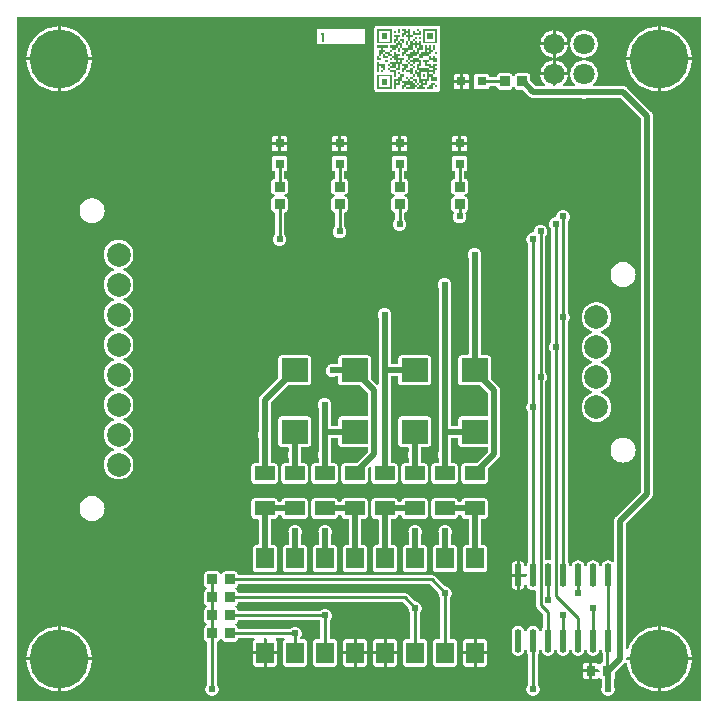
<source format=gtl>
G04 Layer: TopLayer*
G04 Panelize: , Column: 2, Row: 2, Board Size: 58.42mm x 58.42mm, Panelized Board Size: 118.84mm x 118.84mm*
G04 EasyEDA v6.5.34, 2023-10-07 22:52:34*
G04 b7e43a5b2ceb43bf805b1727b84d9839,5a6b42c53f6a479593ecc07194224c93,10*
G04 Gerber Generator version 0.2*
G04 Scale: 100 percent, Rotated: No, Reflected: No *
G04 Dimensions in millimeters *
G04 leading zeros omitted , absolute positions ,4 integer and 5 decimal *
%FSLAX45Y45*%
%MOMM*%

%AMMACRO1*21,1,$1,$2,0,0,$3*%
%ADD10C,0.1524*%
%ADD11C,0.5000*%
%ADD12C,0.2540*%
%ADD13R,1.5200X1.7800*%
%ADD14MACRO1,1.701X1.2075X0.0000*%
%ADD15R,1.7010X1.2075*%
%ADD16MACRO1,0.864X0.8065X90.0000*%
%ADD17MACRO1,2.241X2.0475X0.0000*%
%ADD18MACRO1,0.864X0.8065X0.0000*%
%ADD19R,0.8640X0.8065*%
%ADD20R,0.8000X0.8000*%
%ADD21R,0.8000X0.9000*%
%ADD22O,0.5739892X2.0379944*%
%ADD23C,5.0000*%
%ADD24C,1.8000*%
%ADD25C,2.0000*%
%ADD26C,0.6096*%
%ADD27C,0.0105*%

%LPD*%
G36*
X5805932Y25908D02*
G01*
X36068Y26416D01*
X32156Y27178D01*
X28905Y29413D01*
X26670Y32664D01*
X25908Y36576D01*
X25908Y5805932D01*
X26670Y5809843D01*
X28905Y5813094D01*
X32156Y5815330D01*
X36068Y5816092D01*
X2555240Y5816092D01*
X2559151Y5815330D01*
X2562402Y5813094D01*
X2564638Y5809843D01*
X2565400Y5805932D01*
X2566162Y5809843D01*
X2568397Y5813094D01*
X2571648Y5815330D01*
X2575560Y5816092D01*
X3050540Y5816092D01*
X3054451Y5815330D01*
X3057702Y5813094D01*
X3059938Y5809843D01*
X3060700Y5805932D01*
X3061462Y5809843D01*
X3063697Y5813094D01*
X3066948Y5815330D01*
X3070860Y5816092D01*
X5805932Y5816092D01*
X5809843Y5815330D01*
X5813094Y5813094D01*
X5815330Y5809843D01*
X5816092Y5805932D01*
X5816092Y36068D01*
X5815330Y32207D01*
X5813094Y28905D01*
X5809843Y26670D01*
G37*

%LPC*%
G36*
X4584700Y5600700D02*
G01*
X4687112Y5600700D01*
X4686960Y5602528D01*
X4684268Y5616803D01*
X4679746Y5630672D01*
X4673549Y5643829D01*
X4665776Y5656122D01*
X4656480Y5667349D01*
X4645863Y5677306D01*
X4634077Y5685840D01*
X4621326Y5692851D01*
X4607814Y5698236D01*
X4593691Y5701842D01*
X4584700Y5702960D01*
G37*
G36*
X5473700Y105562D02*
G01*
X5478322Y105664D01*
X5501284Y108051D01*
X5523992Y112369D01*
X5546242Y118618D01*
X5567934Y126644D01*
X5588812Y136499D01*
X5608828Y148031D01*
X5627827Y161239D01*
X5645607Y175971D01*
X5662117Y192125D01*
X5677204Y209600D01*
X5690819Y228295D01*
X5702757Y248107D01*
X5713018Y268782D01*
X5721553Y290271D01*
X5728208Y312369D01*
X5733034Y334975D01*
X5735929Y357936D01*
X5736336Y368300D01*
X5473700Y368300D01*
G37*
G36*
X393700Y105562D02*
G01*
X398322Y105664D01*
X421284Y108051D01*
X443992Y112369D01*
X466242Y118618D01*
X487934Y126644D01*
X508812Y136499D01*
X528828Y148031D01*
X547827Y161239D01*
X565607Y175971D01*
X582117Y192125D01*
X597204Y209600D01*
X610819Y228295D01*
X622757Y248107D01*
X633018Y268782D01*
X641553Y290271D01*
X648208Y312369D01*
X653034Y334975D01*
X655929Y357936D01*
X656336Y368300D01*
X393700Y368300D01*
G37*
G36*
X368300Y105613D02*
G01*
X368300Y368300D01*
X105410Y368300D01*
X107289Y346405D01*
X111150Y323646D01*
X116890Y301244D01*
X124460Y279450D01*
X133858Y258317D01*
X144983Y238099D01*
X157784Y218846D01*
X172161Y200710D01*
X187960Y183896D01*
X205130Y168402D01*
X223520Y154432D01*
X243027Y142087D01*
X263499Y131368D01*
X284835Y122428D01*
X306781Y115265D01*
X329285Y109982D01*
X352145Y106629D01*
G37*
G36*
X4843576Y208483D02*
G01*
X4870297Y208483D01*
X4870297Y266700D01*
X4817110Y266700D01*
X4817110Y234950D01*
X4817821Y228650D01*
X4819700Y223164D01*
X4822799Y218287D01*
X4826914Y214172D01*
X4831791Y211124D01*
X4837277Y209194D01*
G37*
G36*
X4817110Y292100D02*
G01*
X4870297Y292100D01*
X4870297Y350316D01*
X4843576Y350316D01*
X4837277Y349605D01*
X4831791Y347675D01*
X4826914Y344627D01*
X4822799Y340512D01*
X4819700Y335635D01*
X4817821Y330149D01*
X4817110Y323850D01*
G37*
G36*
X2899918Y316890D02*
G01*
X2962656Y316890D01*
X2968955Y317601D01*
X2974441Y319532D01*
X2979318Y322580D01*
X2983433Y326694D01*
X2986481Y331571D01*
X2988411Y337058D01*
X2989122Y343357D01*
X2989122Y419100D01*
X2899918Y419100D01*
G37*
G36*
X2137918Y316890D02*
G01*
X2200656Y316890D01*
X2206955Y317601D01*
X2212441Y319532D01*
X2217318Y322580D01*
X2221433Y326694D01*
X2224481Y331571D01*
X2226411Y337058D01*
X2227122Y343357D01*
X2227122Y419100D01*
X2137918Y419100D01*
G37*
G36*
X3153918Y316890D02*
G01*
X3216656Y316890D01*
X3222955Y317601D01*
X3228441Y319532D01*
X3233318Y322580D01*
X3237433Y326694D01*
X3240481Y331571D01*
X3242411Y337058D01*
X3243122Y343357D01*
X3243122Y419100D01*
X3153918Y419100D01*
G37*
G36*
X3915918Y316890D02*
G01*
X3978656Y316890D01*
X3984955Y317601D01*
X3990441Y319532D01*
X3995318Y322580D01*
X3999433Y326694D01*
X4002481Y331571D01*
X4004411Y337058D01*
X4005122Y343357D01*
X4005122Y419100D01*
X3915918Y419100D01*
G37*
G36*
X3827779Y316890D02*
G01*
X3890518Y316890D01*
X3890518Y419100D01*
X3801313Y419100D01*
X3801313Y343357D01*
X3802024Y337058D01*
X3803954Y331571D01*
X3807002Y326694D01*
X3811117Y322580D01*
X3815994Y319532D01*
X3821480Y317601D01*
G37*
G36*
X3065780Y316890D02*
G01*
X3128518Y316890D01*
X3128518Y419100D01*
X3039313Y419100D01*
X3039313Y343357D01*
X3040024Y337058D01*
X3041954Y331571D01*
X3045002Y326694D01*
X3049117Y322580D01*
X3053994Y319532D01*
X3059480Y317601D01*
G37*
G36*
X2811780Y316890D02*
G01*
X2874518Y316890D01*
X2874518Y419100D01*
X2785313Y419100D01*
X2785313Y343357D01*
X2786024Y337058D01*
X2787954Y331571D01*
X2791002Y326694D01*
X2795117Y322580D01*
X2799994Y319532D01*
X2805480Y317601D01*
G37*
G36*
X2049780Y316890D02*
G01*
X2112518Y316890D01*
X2112518Y419100D01*
X2023313Y419100D01*
X2023313Y343357D01*
X2024024Y337058D01*
X2025954Y331571D01*
X2029002Y326694D01*
X2033117Y322580D01*
X2037994Y319532D01*
X2043480Y317601D01*
G37*
G36*
X393700Y393700D02*
G01*
X656336Y393700D01*
X655929Y404063D01*
X653034Y427024D01*
X648208Y449630D01*
X641553Y471728D01*
X633018Y493217D01*
X622757Y513892D01*
X610819Y533704D01*
X597204Y552348D01*
X582117Y569874D01*
X565607Y586028D01*
X547827Y600760D01*
X528828Y613968D01*
X508812Y625500D01*
X487934Y635355D01*
X466242Y643382D01*
X443992Y649630D01*
X421284Y653948D01*
X398322Y656336D01*
X393700Y656437D01*
G37*
G36*
X5473700Y393700D02*
G01*
X5736336Y393700D01*
X5735929Y404063D01*
X5733034Y427024D01*
X5728208Y449630D01*
X5721553Y471728D01*
X5713018Y493217D01*
X5702757Y513892D01*
X5690819Y533704D01*
X5677204Y552348D01*
X5662117Y569874D01*
X5645607Y586028D01*
X5627827Y600760D01*
X5608828Y613968D01*
X5588812Y625500D01*
X5567934Y635355D01*
X5546242Y643382D01*
X5523992Y649630D01*
X5501284Y653948D01*
X5478322Y656336D01*
X5473700Y656437D01*
G37*
G36*
X105410Y393700D02*
G01*
X368300Y393700D01*
X368300Y656386D01*
X352145Y655370D01*
X329285Y652018D01*
X306781Y646734D01*
X284835Y639572D01*
X263499Y630631D01*
X243027Y619912D01*
X223520Y607568D01*
X205130Y593598D01*
X187960Y578104D01*
X172161Y561289D01*
X157784Y543153D01*
X144983Y523900D01*
X133858Y503682D01*
X124460Y482549D01*
X116890Y460756D01*
X111150Y438353D01*
X107289Y415594D01*
G37*
G36*
X2785313Y444500D02*
G01*
X2874518Y444500D01*
X2874518Y546709D01*
X2811780Y546709D01*
X2805480Y545998D01*
X2799994Y544068D01*
X2795117Y541020D01*
X2791002Y536905D01*
X2787954Y532028D01*
X2786024Y526542D01*
X2785313Y520242D01*
G37*
G36*
X3039313Y444500D02*
G01*
X3128518Y444500D01*
X3128518Y546709D01*
X3065780Y546709D01*
X3059480Y545998D01*
X3053994Y544068D01*
X3049117Y541020D01*
X3045002Y536905D01*
X3041954Y532028D01*
X3040024Y526542D01*
X3039313Y520242D01*
G37*
G36*
X3801313Y444500D02*
G01*
X3890518Y444500D01*
X3890518Y546709D01*
X3827779Y546709D01*
X3821480Y545998D01*
X3815994Y544068D01*
X3811117Y541020D01*
X3807002Y536905D01*
X3803954Y532028D01*
X3802024Y526542D01*
X3801313Y520242D01*
G37*
G36*
X2899918Y444500D02*
G01*
X2989122Y444500D01*
X2989122Y520242D01*
X2988411Y526542D01*
X2986481Y532028D01*
X2983433Y536905D01*
X2979318Y541020D01*
X2974441Y544068D01*
X2968955Y545998D01*
X2962656Y546709D01*
X2899918Y546709D01*
G37*
G36*
X3153918Y444500D02*
G01*
X3243122Y444500D01*
X3243122Y520242D01*
X3242411Y526542D01*
X3240481Y532028D01*
X3237433Y536905D01*
X3233318Y541020D01*
X3228441Y544068D01*
X3222955Y545998D01*
X3216656Y546709D01*
X3153918Y546709D01*
G37*
G36*
X3915918Y444500D02*
G01*
X4005122Y444500D01*
X4005122Y520242D01*
X4004411Y526542D01*
X4002481Y532028D01*
X3999433Y536905D01*
X3995318Y541020D01*
X3990441Y544068D01*
X3984955Y545998D01*
X3978656Y546709D01*
X3915918Y546709D01*
G37*
G36*
X4254500Y963625D02*
G01*
X4254500Y1077010D01*
X4212590Y1077010D01*
X4212590Y1016965D01*
X4213453Y1007008D01*
X4215942Y997864D01*
X4219956Y989228D01*
X4225391Y981405D01*
X4232148Y974699D01*
X4239920Y969264D01*
X4248556Y965200D01*
G37*
G36*
X4212590Y1102410D02*
G01*
X4254500Y1102410D01*
X4254500Y1215796D01*
X4248556Y1214170D01*
X4239920Y1210157D01*
X4232148Y1204722D01*
X4225391Y1197965D01*
X4219956Y1190193D01*
X4215942Y1181557D01*
X4213453Y1172362D01*
X4212590Y1162456D01*
G37*
G36*
X3573779Y1116888D02*
G01*
X3724656Y1116888D01*
X3730955Y1117600D01*
X3736441Y1119530D01*
X3741318Y1122578D01*
X3745433Y1126693D01*
X3748481Y1131570D01*
X3750411Y1137056D01*
X3751122Y1143355D01*
X3751122Y1320241D01*
X3750411Y1326540D01*
X3748481Y1332026D01*
X3745433Y1336903D01*
X3741318Y1341018D01*
X3736441Y1344066D01*
X3730955Y1345996D01*
X3724656Y1346708D01*
X3710279Y1346708D01*
X3706418Y1347470D01*
X3703116Y1349705D01*
X3700881Y1352956D01*
X3700119Y1356868D01*
X3700119Y1434592D01*
X3701084Y1438910D01*
X3702151Y1441246D01*
X3704691Y1450695D01*
X3705555Y1460500D01*
X3704691Y1470304D01*
X3702151Y1479753D01*
X3698036Y1488694D01*
X3692398Y1496720D01*
X3685438Y1503680D01*
X3677412Y1509318D01*
X3668471Y1513433D01*
X3659022Y1515973D01*
X3649218Y1516837D01*
X3639413Y1515973D01*
X3629964Y1513433D01*
X3621024Y1509318D01*
X3612997Y1503680D01*
X3606037Y1496720D01*
X3600399Y1488694D01*
X3596284Y1479753D01*
X3593744Y1470304D01*
X3592880Y1460500D01*
X3593744Y1450695D01*
X3596284Y1441246D01*
X3597351Y1438910D01*
X3598316Y1434592D01*
X3598316Y1356868D01*
X3597554Y1352956D01*
X3595319Y1349705D01*
X3592017Y1347470D01*
X3588156Y1346708D01*
X3573779Y1346708D01*
X3567480Y1345996D01*
X3561994Y1344066D01*
X3557117Y1341018D01*
X3553002Y1336903D01*
X3549954Y1332026D01*
X3548024Y1326540D01*
X3547313Y1320241D01*
X3547313Y1143355D01*
X3548024Y1137056D01*
X3549954Y1131570D01*
X3553002Y1126693D01*
X3557117Y1122578D01*
X3561994Y1119530D01*
X3567480Y1117600D01*
G37*
G36*
X2303780Y1116888D02*
G01*
X2454656Y1116888D01*
X2460955Y1117600D01*
X2466441Y1119530D01*
X2471318Y1122578D01*
X2475433Y1126693D01*
X2478481Y1131570D01*
X2480411Y1137056D01*
X2481122Y1143355D01*
X2481122Y1320241D01*
X2480411Y1326540D01*
X2478481Y1332026D01*
X2475433Y1336903D01*
X2471318Y1341018D01*
X2466441Y1344066D01*
X2460955Y1345996D01*
X2454656Y1346708D01*
X2440279Y1346708D01*
X2436418Y1347470D01*
X2433116Y1349705D01*
X2430881Y1352956D01*
X2430119Y1356868D01*
X2430119Y1434592D01*
X2431084Y1438859D01*
X2432151Y1441246D01*
X2434691Y1450695D01*
X2435555Y1460500D01*
X2434691Y1470304D01*
X2432151Y1479753D01*
X2428036Y1488694D01*
X2422398Y1496720D01*
X2415438Y1503680D01*
X2407412Y1509318D01*
X2398471Y1513433D01*
X2389022Y1515973D01*
X2379218Y1516837D01*
X2369413Y1515973D01*
X2359964Y1513433D01*
X2351024Y1509318D01*
X2342997Y1503680D01*
X2336038Y1496720D01*
X2330399Y1488694D01*
X2326284Y1479753D01*
X2323744Y1470304D01*
X2322880Y1460500D01*
X2323744Y1450695D01*
X2326284Y1441246D01*
X2327351Y1438910D01*
X2328316Y1434592D01*
X2328316Y1356868D01*
X2327554Y1352956D01*
X2325319Y1349705D01*
X2322017Y1347470D01*
X2318156Y1346708D01*
X2303780Y1346708D01*
X2297480Y1345996D01*
X2291994Y1344066D01*
X2287117Y1341018D01*
X2283002Y1336903D01*
X2279954Y1332026D01*
X2278024Y1326540D01*
X2277313Y1320241D01*
X2277313Y1143355D01*
X2278024Y1137056D01*
X2279954Y1131570D01*
X2283002Y1126693D01*
X2287117Y1122578D01*
X2291994Y1119530D01*
X2297480Y1117600D01*
G37*
G36*
X2557780Y1116888D02*
G01*
X2708656Y1116888D01*
X2714955Y1117600D01*
X2720441Y1119530D01*
X2725318Y1122578D01*
X2729433Y1126693D01*
X2732481Y1131570D01*
X2734411Y1137056D01*
X2735122Y1143355D01*
X2735122Y1320241D01*
X2734411Y1326540D01*
X2732481Y1332026D01*
X2729433Y1336903D01*
X2725318Y1341018D01*
X2720441Y1344066D01*
X2714955Y1345996D01*
X2708656Y1346708D01*
X2694279Y1346708D01*
X2690418Y1347470D01*
X2687116Y1349705D01*
X2684881Y1352956D01*
X2684119Y1356868D01*
X2684119Y1434592D01*
X2685084Y1438859D01*
X2686151Y1441246D01*
X2688691Y1450695D01*
X2689555Y1460500D01*
X2688691Y1470304D01*
X2686151Y1479753D01*
X2682036Y1488694D01*
X2676398Y1496720D01*
X2669438Y1503680D01*
X2661412Y1509318D01*
X2652471Y1513433D01*
X2643022Y1515973D01*
X2633218Y1516837D01*
X2623413Y1515973D01*
X2613964Y1513433D01*
X2605024Y1509318D01*
X2596997Y1503680D01*
X2590038Y1496720D01*
X2584399Y1488694D01*
X2580284Y1479753D01*
X2577744Y1470304D01*
X2576880Y1460500D01*
X2577744Y1450695D01*
X2580284Y1441246D01*
X2581351Y1438910D01*
X2582316Y1434592D01*
X2582316Y1356868D01*
X2581554Y1352956D01*
X2579319Y1349705D01*
X2576017Y1347470D01*
X2572156Y1346708D01*
X2557780Y1346708D01*
X2551480Y1345996D01*
X2545994Y1344066D01*
X2541117Y1341018D01*
X2537002Y1336903D01*
X2533954Y1332026D01*
X2532024Y1326540D01*
X2531313Y1320241D01*
X2531313Y1143355D01*
X2532024Y1137056D01*
X2533954Y1131570D01*
X2537002Y1126693D01*
X2541117Y1122578D01*
X2545994Y1119530D01*
X2551480Y1117600D01*
G37*
G36*
X3319779Y1116888D02*
G01*
X3470656Y1116888D01*
X3476955Y1117600D01*
X3482441Y1119530D01*
X3487318Y1122578D01*
X3491433Y1126693D01*
X3494481Y1131570D01*
X3496411Y1137056D01*
X3497122Y1143355D01*
X3497122Y1320241D01*
X3496411Y1326540D01*
X3494481Y1332026D01*
X3491433Y1336903D01*
X3487318Y1341018D01*
X3482441Y1344066D01*
X3476955Y1345996D01*
X3470656Y1346708D01*
X3456279Y1346708D01*
X3452418Y1347470D01*
X3449116Y1349705D01*
X3446881Y1352956D01*
X3446119Y1356868D01*
X3446119Y1434592D01*
X3447084Y1438910D01*
X3448151Y1441246D01*
X3450691Y1450695D01*
X3451555Y1460500D01*
X3450691Y1470304D01*
X3448151Y1479753D01*
X3444036Y1488694D01*
X3438398Y1496720D01*
X3431438Y1503680D01*
X3423412Y1509318D01*
X3414471Y1513433D01*
X3405022Y1515973D01*
X3395218Y1516837D01*
X3385413Y1515973D01*
X3375964Y1513433D01*
X3367024Y1509318D01*
X3358997Y1503680D01*
X3352037Y1496720D01*
X3346399Y1488694D01*
X3342284Y1479753D01*
X3339744Y1470304D01*
X3338880Y1460500D01*
X3339744Y1450695D01*
X3342284Y1441246D01*
X3343351Y1438910D01*
X3344316Y1434592D01*
X3344316Y1356868D01*
X3343554Y1352956D01*
X3341319Y1349705D01*
X3338017Y1347470D01*
X3334156Y1346708D01*
X3319779Y1346708D01*
X3313480Y1345996D01*
X3307994Y1344066D01*
X3303117Y1341018D01*
X3299002Y1336903D01*
X3295954Y1332026D01*
X3294024Y1326540D01*
X3293313Y1320241D01*
X3293313Y1143355D01*
X3294024Y1137056D01*
X3295954Y1131570D01*
X3299002Y1126693D01*
X3303117Y1122578D01*
X3307994Y1119530D01*
X3313480Y1117600D01*
G37*
G36*
X2811780Y1116888D02*
G01*
X2962656Y1116888D01*
X2968955Y1117600D01*
X2974441Y1119530D01*
X2979318Y1122578D01*
X2983433Y1126693D01*
X2986481Y1131570D01*
X2988411Y1137056D01*
X2989122Y1143355D01*
X2989122Y1320241D01*
X2988411Y1326540D01*
X2986481Y1332026D01*
X2983433Y1336903D01*
X2979318Y1341018D01*
X2974441Y1344066D01*
X2968955Y1345996D01*
X2962656Y1346708D01*
X2948279Y1346708D01*
X2944418Y1347470D01*
X2941116Y1349705D01*
X2938881Y1352956D01*
X2938119Y1356868D01*
X2938119Y1559102D01*
X2938881Y1562963D01*
X2941116Y1566265D01*
X2944418Y1568450D01*
X2948279Y1569262D01*
X2967380Y1569262D01*
X2973679Y1569974D01*
X2979166Y1571853D01*
X2984042Y1574952D01*
X2988157Y1579016D01*
X2991256Y1583944D01*
X2993136Y1589379D01*
X2993847Y1595729D01*
X2993847Y1715312D01*
X2993136Y1721662D01*
X2991256Y1727098D01*
X2988157Y1732025D01*
X2984042Y1736089D01*
X2979166Y1739188D01*
X2973679Y1741119D01*
X2967380Y1741830D01*
X2798419Y1741830D01*
X2792120Y1741119D01*
X2786634Y1739188D01*
X2781757Y1736089D01*
X2777642Y1732025D01*
X2774543Y1727098D01*
X2772664Y1721662D01*
X2771952Y1715465D01*
X2770886Y1711909D01*
X2768650Y1709013D01*
X2765501Y1707083D01*
X2761843Y1706422D01*
X2749956Y1706422D01*
X2746298Y1707083D01*
X2743149Y1709013D01*
X2740914Y1711909D01*
X2739847Y1715465D01*
X2739136Y1721662D01*
X2737256Y1727098D01*
X2734157Y1732025D01*
X2730042Y1736089D01*
X2725166Y1739188D01*
X2719679Y1741119D01*
X2713380Y1741830D01*
X2544419Y1741830D01*
X2538120Y1741119D01*
X2532634Y1739188D01*
X2527757Y1736089D01*
X2523642Y1732025D01*
X2520543Y1727098D01*
X2518664Y1721662D01*
X2517952Y1715312D01*
X2517952Y1595729D01*
X2518664Y1589379D01*
X2520543Y1583944D01*
X2523642Y1579016D01*
X2527757Y1574952D01*
X2532634Y1571853D01*
X2538120Y1569974D01*
X2544419Y1569262D01*
X2713380Y1569262D01*
X2719679Y1569974D01*
X2725166Y1571853D01*
X2730042Y1574952D01*
X2734157Y1579016D01*
X2737256Y1583944D01*
X2739136Y1589379D01*
X2739847Y1595577D01*
X2740914Y1599133D01*
X2743149Y1602028D01*
X2746298Y1603959D01*
X2749956Y1604619D01*
X2761843Y1604619D01*
X2765501Y1603959D01*
X2768650Y1602028D01*
X2770886Y1599133D01*
X2771952Y1595577D01*
X2772664Y1589379D01*
X2774543Y1583944D01*
X2777642Y1579016D01*
X2781757Y1574952D01*
X2786634Y1571853D01*
X2792120Y1569974D01*
X2798419Y1569262D01*
X2826156Y1569262D01*
X2830017Y1568450D01*
X2833319Y1566265D01*
X2835554Y1562963D01*
X2836316Y1559102D01*
X2836316Y1356868D01*
X2835554Y1352956D01*
X2833319Y1349705D01*
X2830017Y1347470D01*
X2826156Y1346708D01*
X2811780Y1346708D01*
X2805480Y1345996D01*
X2799994Y1344066D01*
X2795117Y1341018D01*
X2791002Y1336903D01*
X2787954Y1332026D01*
X2786024Y1326540D01*
X2785313Y1320241D01*
X2785313Y1143355D01*
X2786024Y1137056D01*
X2787954Y1131570D01*
X2791002Y1126693D01*
X2795117Y1122578D01*
X2799994Y1119530D01*
X2805480Y1117600D01*
G37*
G36*
X3827779Y1116888D02*
G01*
X3978656Y1116888D01*
X3984955Y1117600D01*
X3990441Y1119530D01*
X3995318Y1122578D01*
X3999433Y1126693D01*
X4002481Y1131570D01*
X4004411Y1137056D01*
X4005122Y1143355D01*
X4005122Y1320241D01*
X4004411Y1326540D01*
X4002481Y1332026D01*
X3999433Y1336903D01*
X3995318Y1341018D01*
X3990441Y1344066D01*
X3984955Y1345996D01*
X3978656Y1346708D01*
X3964279Y1346708D01*
X3960418Y1347470D01*
X3957116Y1349705D01*
X3954881Y1352956D01*
X3954119Y1356868D01*
X3954119Y1559102D01*
X3954881Y1562963D01*
X3957116Y1566265D01*
X3960418Y1568450D01*
X3964279Y1569262D01*
X3983380Y1569262D01*
X3989679Y1569974D01*
X3995165Y1571853D01*
X4000042Y1574952D01*
X4004157Y1579016D01*
X4007256Y1583944D01*
X4009136Y1589379D01*
X4009847Y1595729D01*
X4009847Y1715312D01*
X4009136Y1721662D01*
X4007256Y1727098D01*
X4004157Y1732025D01*
X4000042Y1736089D01*
X3995165Y1739188D01*
X3989679Y1741119D01*
X3983380Y1741830D01*
X3814419Y1741830D01*
X3808120Y1741119D01*
X3802634Y1739188D01*
X3797757Y1736089D01*
X3793642Y1732025D01*
X3790543Y1727098D01*
X3788664Y1721662D01*
X3787952Y1715465D01*
X3786886Y1711909D01*
X3784650Y1709013D01*
X3781501Y1707083D01*
X3777843Y1706422D01*
X3765956Y1706422D01*
X3762298Y1707083D01*
X3759149Y1709013D01*
X3756914Y1711909D01*
X3755847Y1715465D01*
X3755136Y1721662D01*
X3753256Y1727098D01*
X3750157Y1732025D01*
X3746042Y1736089D01*
X3741165Y1739188D01*
X3735679Y1741119D01*
X3729380Y1741830D01*
X3560419Y1741830D01*
X3554120Y1741119D01*
X3548634Y1739188D01*
X3543757Y1736089D01*
X3539642Y1732025D01*
X3536543Y1727098D01*
X3534664Y1721662D01*
X3533952Y1715312D01*
X3533952Y1595729D01*
X3534664Y1589379D01*
X3536543Y1583944D01*
X3539642Y1579016D01*
X3543757Y1574952D01*
X3548634Y1571853D01*
X3554120Y1569974D01*
X3560419Y1569262D01*
X3729380Y1569262D01*
X3735679Y1569974D01*
X3741165Y1571853D01*
X3746042Y1574952D01*
X3750157Y1579016D01*
X3753256Y1583944D01*
X3755136Y1589379D01*
X3755847Y1595577D01*
X3756914Y1599133D01*
X3759149Y1602028D01*
X3762298Y1603959D01*
X3765956Y1604619D01*
X3777843Y1604619D01*
X3781501Y1603959D01*
X3784650Y1602028D01*
X3786886Y1599133D01*
X3787952Y1595577D01*
X3788664Y1589379D01*
X3790543Y1583944D01*
X3793642Y1579016D01*
X3797757Y1574952D01*
X3802634Y1571853D01*
X3808120Y1569974D01*
X3814419Y1569262D01*
X3842156Y1569262D01*
X3846017Y1568450D01*
X3849319Y1566265D01*
X3851554Y1562963D01*
X3852316Y1559102D01*
X3852316Y1356868D01*
X3851554Y1352956D01*
X3849319Y1349705D01*
X3846017Y1347470D01*
X3842156Y1346708D01*
X3827779Y1346708D01*
X3821480Y1345996D01*
X3815994Y1344066D01*
X3811117Y1341018D01*
X3807002Y1336903D01*
X3803954Y1332026D01*
X3802024Y1326540D01*
X3801313Y1320241D01*
X3801313Y1143355D01*
X3802024Y1137056D01*
X3803954Y1131570D01*
X3807002Y1126693D01*
X3811117Y1122578D01*
X3815994Y1119530D01*
X3821480Y1117600D01*
G37*
G36*
X3065780Y1116888D02*
G01*
X3216656Y1116888D01*
X3222955Y1117600D01*
X3228441Y1119530D01*
X3233318Y1122578D01*
X3237433Y1126693D01*
X3240481Y1131570D01*
X3242411Y1137056D01*
X3243122Y1143355D01*
X3243122Y1320241D01*
X3242411Y1326540D01*
X3240481Y1332026D01*
X3237433Y1336903D01*
X3233318Y1341018D01*
X3228441Y1344066D01*
X3222955Y1345996D01*
X3216656Y1346708D01*
X3197961Y1346708D01*
X3194100Y1347470D01*
X3190798Y1349705D01*
X3188563Y1352956D01*
X3187801Y1356868D01*
X3187801Y1559102D01*
X3188563Y1562963D01*
X3190798Y1566265D01*
X3194100Y1568450D01*
X3197961Y1569262D01*
X3221380Y1569262D01*
X3227679Y1569974D01*
X3233166Y1571853D01*
X3238042Y1574952D01*
X3242157Y1579016D01*
X3245256Y1583944D01*
X3247136Y1589379D01*
X3247847Y1595577D01*
X3248914Y1599133D01*
X3251149Y1602028D01*
X3254298Y1603959D01*
X3257956Y1604619D01*
X3269843Y1604619D01*
X3273501Y1603959D01*
X3276650Y1602028D01*
X3278886Y1599133D01*
X3279952Y1595577D01*
X3280664Y1589379D01*
X3282543Y1583944D01*
X3285642Y1579016D01*
X3289757Y1574952D01*
X3294634Y1571853D01*
X3300120Y1569974D01*
X3306419Y1569262D01*
X3475380Y1569262D01*
X3481679Y1569974D01*
X3487165Y1571853D01*
X3492042Y1574952D01*
X3496157Y1579016D01*
X3499256Y1583944D01*
X3501136Y1589379D01*
X3501847Y1595729D01*
X3501847Y1715312D01*
X3501136Y1721662D01*
X3499256Y1727098D01*
X3496157Y1732025D01*
X3492042Y1736089D01*
X3487165Y1739188D01*
X3481679Y1741119D01*
X3475380Y1741830D01*
X3306419Y1741830D01*
X3300120Y1741119D01*
X3294634Y1739188D01*
X3289757Y1736089D01*
X3285642Y1732025D01*
X3282543Y1727098D01*
X3280664Y1721662D01*
X3279952Y1715465D01*
X3278886Y1711909D01*
X3276650Y1709013D01*
X3273501Y1707083D01*
X3269843Y1706422D01*
X3257956Y1706422D01*
X3254298Y1707083D01*
X3251149Y1709013D01*
X3248914Y1711909D01*
X3247847Y1715465D01*
X3247136Y1721662D01*
X3245256Y1727098D01*
X3242157Y1732025D01*
X3238042Y1736089D01*
X3233166Y1739188D01*
X3227679Y1741119D01*
X3221380Y1741830D01*
X3052419Y1741830D01*
X3046120Y1741119D01*
X3040634Y1739188D01*
X3035757Y1736089D01*
X3031642Y1732025D01*
X3028543Y1727098D01*
X3026664Y1721662D01*
X3025952Y1715312D01*
X3025952Y1595729D01*
X3026664Y1589379D01*
X3028543Y1583944D01*
X3031642Y1579016D01*
X3035757Y1574952D01*
X3040634Y1571853D01*
X3046120Y1569974D01*
X3052419Y1569262D01*
X3075838Y1569262D01*
X3079699Y1568450D01*
X3083001Y1566265D01*
X3085236Y1562963D01*
X3085998Y1559102D01*
X3085998Y1356868D01*
X3085236Y1352956D01*
X3083001Y1349705D01*
X3079699Y1347470D01*
X3075838Y1346708D01*
X3065780Y1346708D01*
X3059480Y1345996D01*
X3053994Y1344066D01*
X3049117Y1341018D01*
X3045002Y1336903D01*
X3041954Y1332026D01*
X3040024Y1326540D01*
X3039313Y1320241D01*
X3039313Y1143355D01*
X3040024Y1137056D01*
X3041954Y1131570D01*
X3045002Y1126693D01*
X3049117Y1122578D01*
X3053994Y1119530D01*
X3059480Y1117600D01*
G37*
G36*
X2049780Y1116888D02*
G01*
X2200656Y1116888D01*
X2206955Y1117600D01*
X2212441Y1119530D01*
X2217318Y1122578D01*
X2221433Y1126693D01*
X2224481Y1131570D01*
X2226411Y1137056D01*
X2227122Y1143355D01*
X2227122Y1320241D01*
X2226411Y1326540D01*
X2224481Y1332026D01*
X2221433Y1336903D01*
X2217318Y1341018D01*
X2212441Y1344066D01*
X2206955Y1345996D01*
X2200656Y1346708D01*
X2181961Y1346708D01*
X2178100Y1347470D01*
X2174798Y1349705D01*
X2172563Y1352956D01*
X2171801Y1356868D01*
X2171801Y1559102D01*
X2172563Y1562963D01*
X2174798Y1566265D01*
X2178100Y1568450D01*
X2181961Y1569262D01*
X2205380Y1569262D01*
X2211679Y1569974D01*
X2217166Y1571853D01*
X2222042Y1574952D01*
X2226157Y1579016D01*
X2229256Y1583944D01*
X2231136Y1589379D01*
X2231847Y1595577D01*
X2232914Y1599133D01*
X2235149Y1602028D01*
X2238298Y1603959D01*
X2241956Y1604619D01*
X2253843Y1604619D01*
X2257501Y1603959D01*
X2260650Y1602028D01*
X2262886Y1599133D01*
X2263952Y1595577D01*
X2264664Y1589379D01*
X2266543Y1583944D01*
X2269642Y1579016D01*
X2273757Y1574952D01*
X2278634Y1571853D01*
X2284120Y1569974D01*
X2290419Y1569262D01*
X2459380Y1569262D01*
X2465679Y1569974D01*
X2471166Y1571853D01*
X2476042Y1574952D01*
X2480157Y1579016D01*
X2483256Y1583944D01*
X2485136Y1589379D01*
X2485847Y1595729D01*
X2485847Y1715312D01*
X2485136Y1721662D01*
X2483256Y1727098D01*
X2480157Y1732025D01*
X2476042Y1736089D01*
X2471166Y1739188D01*
X2465679Y1741119D01*
X2459380Y1741830D01*
X2290419Y1741830D01*
X2284120Y1741119D01*
X2278634Y1739188D01*
X2273757Y1736089D01*
X2269642Y1732025D01*
X2266543Y1727098D01*
X2264664Y1721662D01*
X2263952Y1715465D01*
X2262886Y1711909D01*
X2260650Y1709013D01*
X2257501Y1707083D01*
X2253843Y1706422D01*
X2241956Y1706422D01*
X2238298Y1707083D01*
X2235149Y1709013D01*
X2232914Y1711909D01*
X2231847Y1715465D01*
X2231136Y1721662D01*
X2229256Y1727098D01*
X2226157Y1732025D01*
X2222042Y1736089D01*
X2217166Y1739188D01*
X2211679Y1741119D01*
X2205380Y1741830D01*
X2036419Y1741830D01*
X2030120Y1741119D01*
X2024634Y1739188D01*
X2019757Y1736089D01*
X2015642Y1732025D01*
X2012543Y1727098D01*
X2010664Y1721662D01*
X2009952Y1715312D01*
X2009952Y1595729D01*
X2010664Y1589379D01*
X2012543Y1583944D01*
X2015642Y1579016D01*
X2019757Y1574952D01*
X2024634Y1571853D01*
X2030120Y1569974D01*
X2036419Y1569262D01*
X2059838Y1569262D01*
X2063699Y1568450D01*
X2067001Y1566265D01*
X2069236Y1562963D01*
X2069998Y1559102D01*
X2069998Y1356868D01*
X2069236Y1352956D01*
X2067001Y1349705D01*
X2063699Y1347470D01*
X2059838Y1346708D01*
X2049780Y1346708D01*
X2043480Y1345996D01*
X2037994Y1344066D01*
X2033117Y1341018D01*
X2029002Y1336903D01*
X2025954Y1332026D01*
X2024024Y1326540D01*
X2023313Y1320241D01*
X2023313Y1143355D01*
X2024024Y1137056D01*
X2025954Y1131570D01*
X2029002Y1126693D01*
X2033117Y1122578D01*
X2037994Y1119530D01*
X2043480Y1117600D01*
G37*
G36*
X660400Y1549603D02*
G01*
X674217Y1550517D01*
X687781Y1553210D01*
X700938Y1557680D01*
X713333Y1563776D01*
X724865Y1571498D01*
X735279Y1580642D01*
X744423Y1591056D01*
X752094Y1602536D01*
X758240Y1614982D01*
X762660Y1628089D01*
X765403Y1641652D01*
X766267Y1655470D01*
X765403Y1669338D01*
X762660Y1682902D01*
X758240Y1696008D01*
X752094Y1708454D01*
X744423Y1719935D01*
X735279Y1730349D01*
X724865Y1739493D01*
X713333Y1747215D01*
X700938Y1753311D01*
X687781Y1757781D01*
X674217Y1760474D01*
X660400Y1761388D01*
X646582Y1760474D01*
X633018Y1757781D01*
X619861Y1753311D01*
X607466Y1747215D01*
X595934Y1739493D01*
X585520Y1730349D01*
X576376Y1719935D01*
X568706Y1708454D01*
X562559Y1696008D01*
X558139Y1682902D01*
X555396Y1669338D01*
X554532Y1655470D01*
X555396Y1641652D01*
X558139Y1628089D01*
X562559Y1614982D01*
X568706Y1602536D01*
X576376Y1591056D01*
X585520Y1580642D01*
X595934Y1571498D01*
X607466Y1563776D01*
X619861Y1557680D01*
X633018Y1553210D01*
X646582Y1550517D01*
G37*
G36*
X1676400Y70662D02*
G01*
X1686204Y71526D01*
X1695653Y74066D01*
X1704593Y78181D01*
X1712620Y83820D01*
X1719580Y90779D01*
X1725218Y98806D01*
X1729333Y107746D01*
X1731873Y117195D01*
X1732737Y127000D01*
X1731873Y136804D01*
X1729333Y146253D01*
X1725218Y155194D01*
X1719580Y163220D01*
X1718005Y164795D01*
X1715770Y168097D01*
X1715007Y172008D01*
X1715007Y518464D01*
X1715871Y522579D01*
X1718310Y525983D01*
X1721916Y528116D01*
X1728876Y530453D01*
X1733702Y533501D01*
X1737817Y537565D01*
X1740865Y542493D01*
X1742998Y548538D01*
X1745132Y552094D01*
X1748536Y554532D01*
X1752600Y555345D01*
X1756664Y554532D01*
X1760067Y552094D01*
X1762201Y548538D01*
X1764334Y542493D01*
X1767382Y537565D01*
X1771497Y533501D01*
X1776374Y530402D01*
X1781860Y528523D01*
X1788160Y527812D01*
X1867662Y527812D01*
X1874012Y528523D01*
X1879447Y530402D01*
X1884375Y533501D01*
X1888439Y537565D01*
X1891538Y542493D01*
X1893468Y547928D01*
X1894636Y552805D01*
X1896922Y555701D01*
X1900072Y557631D01*
X1903679Y558292D01*
X2025853Y558292D01*
X2029764Y557530D01*
X2033066Y555294D01*
X2035251Y552043D01*
X2036013Y548132D01*
X2035251Y544220D01*
X2033066Y540969D01*
X2029002Y536905D01*
X2025954Y532028D01*
X2024024Y526542D01*
X2023313Y520242D01*
X2023313Y444500D01*
X2112518Y444500D01*
X2112518Y548132D01*
X2113280Y552043D01*
X2115515Y555294D01*
X2118766Y557530D01*
X2122678Y558292D01*
X2127758Y558292D01*
X2131669Y557530D01*
X2134920Y555294D01*
X2137156Y552043D01*
X2137918Y548132D01*
X2137918Y444500D01*
X2227122Y444500D01*
X2227122Y520242D01*
X2226411Y526542D01*
X2224481Y532028D01*
X2221433Y536905D01*
X2217369Y540969D01*
X2215184Y544220D01*
X2214422Y548132D01*
X2215184Y552043D01*
X2217369Y555294D01*
X2220671Y557530D01*
X2224582Y558292D01*
X2279853Y558292D01*
X2283764Y557530D01*
X2287066Y555294D01*
X2289251Y552043D01*
X2290013Y548132D01*
X2289251Y544220D01*
X2287066Y540969D01*
X2283002Y536905D01*
X2279954Y532028D01*
X2278024Y526542D01*
X2277313Y520242D01*
X2277313Y343357D01*
X2278024Y337058D01*
X2279954Y331571D01*
X2283002Y326694D01*
X2287117Y322580D01*
X2291994Y319532D01*
X2297480Y317601D01*
X2303780Y316890D01*
X2454656Y316890D01*
X2460955Y317601D01*
X2466441Y319532D01*
X2471318Y322580D01*
X2475433Y326694D01*
X2478481Y331571D01*
X2480411Y337058D01*
X2481122Y343357D01*
X2481122Y520242D01*
X2480411Y526542D01*
X2478481Y532028D01*
X2475433Y536905D01*
X2471318Y541020D01*
X2466441Y544068D01*
X2460955Y545998D01*
X2454656Y546709D01*
X2432100Y546709D01*
X2427833Y547674D01*
X2424328Y550316D01*
X2422296Y554228D01*
X2422093Y558647D01*
X2423769Y562711D01*
X2428036Y568706D01*
X2432151Y577646D01*
X2434691Y587095D01*
X2435555Y596900D01*
X2434691Y606704D01*
X2432151Y616153D01*
X2428036Y625094D01*
X2422398Y633120D01*
X2415438Y640080D01*
X2407412Y645718D01*
X2398471Y649833D01*
X2389022Y652373D01*
X2379218Y653237D01*
X2369413Y652373D01*
X2359964Y649833D01*
X2351024Y645718D01*
X2342997Y640080D01*
X2341422Y638505D01*
X2338120Y636270D01*
X2334209Y635508D01*
X1903679Y635508D01*
X1900072Y636168D01*
X1896922Y638098D01*
X1894636Y640994D01*
X1893468Y645871D01*
X1891538Y651306D01*
X1888439Y656234D01*
X1884375Y660298D01*
X1875536Y665632D01*
X1873148Y669036D01*
X1872284Y673100D01*
X1873148Y677164D01*
X1875536Y680567D01*
X1884375Y685901D01*
X1888439Y689965D01*
X1891538Y694893D01*
X1893468Y700328D01*
X1894636Y705205D01*
X1896922Y708101D01*
X1900072Y710031D01*
X1903679Y710692D01*
X2584450Y710692D01*
X2588361Y709930D01*
X2591612Y707694D01*
X2593848Y704443D01*
X2594610Y700532D01*
X2594610Y556869D01*
X2593848Y552958D01*
X2591612Y549706D01*
X2588361Y547471D01*
X2584450Y546709D01*
X2557780Y546709D01*
X2551480Y545998D01*
X2545994Y544068D01*
X2541117Y541020D01*
X2537002Y536905D01*
X2533954Y532028D01*
X2532024Y526542D01*
X2531313Y520242D01*
X2531313Y343357D01*
X2532024Y337058D01*
X2533954Y331571D01*
X2537002Y326694D01*
X2541117Y322580D01*
X2545994Y319532D01*
X2551480Y317601D01*
X2557780Y316890D01*
X2708656Y316890D01*
X2714955Y317601D01*
X2720441Y319532D01*
X2725318Y322580D01*
X2729433Y326694D01*
X2732481Y331571D01*
X2734411Y337058D01*
X2735122Y343357D01*
X2735122Y520242D01*
X2734411Y526542D01*
X2732481Y532028D01*
X2729433Y536905D01*
X2725318Y541020D01*
X2720441Y544068D01*
X2714955Y545998D01*
X2708656Y546709D01*
X2681986Y546709D01*
X2678074Y547471D01*
X2674823Y549706D01*
X2672588Y552958D01*
X2671826Y556869D01*
X2671826Y704291D01*
X2672588Y708202D01*
X2674823Y711504D01*
X2676398Y713079D01*
X2682036Y721106D01*
X2686151Y730046D01*
X2688691Y739495D01*
X2689555Y749300D01*
X2688691Y759104D01*
X2686151Y768553D01*
X2682036Y777494D01*
X2676398Y785520D01*
X2669438Y792480D01*
X2661412Y798118D01*
X2652471Y802233D01*
X2643022Y804773D01*
X2633218Y805637D01*
X2623413Y804773D01*
X2613964Y802233D01*
X2605024Y798118D01*
X2596997Y792480D01*
X2595422Y790905D01*
X2592120Y788670D01*
X2588209Y787908D01*
X1903679Y787908D01*
X1900072Y788568D01*
X1896922Y790498D01*
X1894636Y793394D01*
X1893468Y798271D01*
X1891538Y803706D01*
X1888439Y808634D01*
X1884375Y812698D01*
X1875536Y818032D01*
X1873148Y821436D01*
X1872284Y825500D01*
X1873148Y829564D01*
X1875536Y832967D01*
X1884375Y838301D01*
X1888439Y842365D01*
X1891538Y847293D01*
X1893468Y852728D01*
X1894636Y857605D01*
X1896922Y860501D01*
X1900072Y862431D01*
X1903679Y863092D01*
X3286099Y863092D01*
X3290011Y862330D01*
X3293313Y860094D01*
X3336086Y817321D01*
X3338118Y814425D01*
X3339033Y811022D01*
X3339744Y802995D01*
X3342284Y793546D01*
X3346399Y784606D01*
X3352037Y776579D01*
X3353612Y775004D01*
X3355848Y771702D01*
X3356610Y767791D01*
X3356610Y556869D01*
X3355848Y552958D01*
X3353612Y549706D01*
X3350361Y547471D01*
X3346450Y546709D01*
X3319779Y546709D01*
X3313480Y545998D01*
X3307994Y544068D01*
X3303117Y541020D01*
X3299002Y536905D01*
X3295954Y532028D01*
X3294024Y526542D01*
X3293313Y520242D01*
X3293313Y343357D01*
X3294024Y337058D01*
X3295954Y331571D01*
X3299002Y326694D01*
X3303117Y322580D01*
X3307994Y319532D01*
X3313480Y317601D01*
X3319779Y316890D01*
X3470656Y316890D01*
X3476955Y317601D01*
X3482441Y319532D01*
X3487318Y322580D01*
X3491433Y326694D01*
X3494481Y331571D01*
X3496411Y337058D01*
X3497122Y343357D01*
X3497122Y520242D01*
X3496411Y526542D01*
X3494481Y532028D01*
X3491433Y536905D01*
X3487318Y541020D01*
X3482441Y544068D01*
X3476955Y545998D01*
X3470656Y546709D01*
X3443986Y546709D01*
X3440074Y547471D01*
X3436823Y549706D01*
X3434587Y552958D01*
X3433826Y556869D01*
X3433826Y767791D01*
X3434587Y771702D01*
X3436823Y775004D01*
X3438398Y776579D01*
X3444036Y784606D01*
X3448151Y793546D01*
X3450691Y802995D01*
X3451555Y812800D01*
X3450691Y822604D01*
X3448151Y832053D01*
X3444036Y840994D01*
X3438398Y849020D01*
X3431438Y855980D01*
X3423412Y861618D01*
X3414471Y865733D01*
X3405022Y868273D01*
X3396996Y868984D01*
X3393592Y869899D01*
X3390696Y871931D01*
X3333953Y928624D01*
X3327755Y933754D01*
X3321050Y937310D01*
X3313836Y939495D01*
X3305810Y940308D01*
X1903679Y940308D01*
X1900072Y940968D01*
X1896922Y942898D01*
X1894636Y945794D01*
X1893468Y950671D01*
X1891538Y956106D01*
X1888439Y961034D01*
X1884375Y965098D01*
X1875536Y970432D01*
X1873148Y973836D01*
X1872284Y977900D01*
X1873148Y981964D01*
X1875536Y985367D01*
X1884375Y990701D01*
X1888439Y994765D01*
X1891538Y999693D01*
X1893468Y1005128D01*
X1894636Y1010005D01*
X1896922Y1012901D01*
X1900072Y1014831D01*
X1903679Y1015492D01*
X3514699Y1015492D01*
X3518611Y1014730D01*
X3521913Y1012494D01*
X3590086Y944321D01*
X3592118Y941425D01*
X3593033Y938021D01*
X3593744Y929995D01*
X3596284Y920546D01*
X3600399Y911606D01*
X3606037Y903579D01*
X3607612Y902004D01*
X3609848Y898702D01*
X3610610Y894791D01*
X3610610Y556869D01*
X3609848Y552958D01*
X3607612Y549706D01*
X3604361Y547471D01*
X3600450Y546709D01*
X3573779Y546709D01*
X3567480Y545998D01*
X3561994Y544068D01*
X3557117Y541020D01*
X3553002Y536905D01*
X3549954Y532028D01*
X3548024Y526542D01*
X3547313Y520242D01*
X3547313Y343357D01*
X3548024Y337058D01*
X3549954Y331571D01*
X3553002Y326694D01*
X3557117Y322580D01*
X3561994Y319532D01*
X3567480Y317601D01*
X3573779Y316890D01*
X3724656Y316890D01*
X3730955Y317601D01*
X3736441Y319532D01*
X3741318Y322580D01*
X3745433Y326694D01*
X3748481Y331571D01*
X3750411Y337058D01*
X3751122Y343357D01*
X3751122Y520242D01*
X3750411Y526542D01*
X3748481Y532028D01*
X3745433Y536905D01*
X3741318Y541020D01*
X3736441Y544068D01*
X3730955Y545998D01*
X3724656Y546709D01*
X3697986Y546709D01*
X3694074Y547471D01*
X3690823Y549706D01*
X3688587Y552958D01*
X3687826Y556869D01*
X3687826Y894791D01*
X3688587Y898702D01*
X3690823Y902004D01*
X3692398Y903579D01*
X3698036Y911606D01*
X3702151Y920546D01*
X3704691Y929995D01*
X3705555Y939800D01*
X3704691Y949604D01*
X3702151Y959053D01*
X3698036Y967994D01*
X3692398Y976020D01*
X3685438Y982980D01*
X3677412Y988618D01*
X3668471Y992733D01*
X3659022Y995273D01*
X3650996Y995984D01*
X3647592Y996899D01*
X3644696Y998931D01*
X3562553Y1081024D01*
X3556355Y1086154D01*
X3549650Y1089710D01*
X3542436Y1091895D01*
X3534410Y1092708D01*
X1903679Y1092708D01*
X1900072Y1093368D01*
X1896922Y1095298D01*
X1894636Y1098194D01*
X1893468Y1103071D01*
X1891538Y1108506D01*
X1888439Y1113434D01*
X1884375Y1117498D01*
X1879447Y1120597D01*
X1874012Y1122476D01*
X1867662Y1123188D01*
X1788160Y1123188D01*
X1781860Y1122476D01*
X1776374Y1120597D01*
X1771497Y1117498D01*
X1767382Y1113434D01*
X1764334Y1108506D01*
X1762201Y1102461D01*
X1760067Y1098905D01*
X1756664Y1096467D01*
X1752600Y1095654D01*
X1748536Y1096467D01*
X1745132Y1098905D01*
X1742998Y1102461D01*
X1740865Y1108506D01*
X1737817Y1113434D01*
X1733702Y1117498D01*
X1728825Y1120597D01*
X1723339Y1122476D01*
X1717039Y1123188D01*
X1637538Y1123188D01*
X1631188Y1122476D01*
X1625752Y1120597D01*
X1620824Y1117498D01*
X1616760Y1113434D01*
X1613662Y1108506D01*
X1611731Y1103071D01*
X1611020Y1096721D01*
X1611020Y1011478D01*
X1611731Y1005128D01*
X1613662Y999693D01*
X1616760Y994765D01*
X1620824Y990701D01*
X1629664Y985367D01*
X1632051Y981964D01*
X1632915Y977900D01*
X1632051Y973836D01*
X1629664Y970432D01*
X1620824Y965098D01*
X1616760Y961034D01*
X1613662Y956106D01*
X1611731Y950671D01*
X1611020Y944321D01*
X1611020Y859078D01*
X1611731Y852728D01*
X1613662Y847293D01*
X1616760Y842365D01*
X1620824Y838301D01*
X1629664Y832967D01*
X1632051Y829564D01*
X1632915Y825500D01*
X1632051Y821436D01*
X1629664Y818032D01*
X1620824Y812698D01*
X1616760Y808634D01*
X1613662Y803706D01*
X1611731Y798271D01*
X1611020Y791921D01*
X1611020Y706678D01*
X1611731Y700328D01*
X1613662Y694893D01*
X1616760Y689965D01*
X1620824Y685901D01*
X1629664Y680567D01*
X1632051Y677164D01*
X1632915Y673100D01*
X1632051Y669036D01*
X1629664Y665632D01*
X1620824Y660298D01*
X1616760Y656234D01*
X1613662Y651306D01*
X1611731Y645871D01*
X1611020Y639521D01*
X1611020Y554278D01*
X1611731Y547928D01*
X1613662Y542493D01*
X1616760Y537565D01*
X1620824Y533501D01*
X1625752Y530402D01*
X1630984Y528574D01*
X1634540Y526440D01*
X1636928Y523036D01*
X1637792Y518972D01*
X1637792Y172008D01*
X1637030Y168097D01*
X1634794Y164795D01*
X1633220Y163220D01*
X1627581Y155194D01*
X1623466Y146253D01*
X1620926Y136804D01*
X1620062Y127000D01*
X1620926Y117195D01*
X1623466Y107746D01*
X1627581Y98806D01*
X1633220Y90779D01*
X1640179Y83820D01*
X1648206Y78181D01*
X1657146Y74066D01*
X1666595Y71526D01*
G37*
G36*
X3306419Y1864969D02*
G01*
X3475380Y1864969D01*
X3481679Y1865680D01*
X3487165Y1867611D01*
X3492042Y1870710D01*
X3496157Y1874774D01*
X3499256Y1879701D01*
X3501136Y1885137D01*
X3501847Y1891487D01*
X3501847Y2011070D01*
X3501136Y2017420D01*
X3499256Y2022856D01*
X3496157Y2027783D01*
X3492042Y2031847D01*
X3487165Y2034946D01*
X3481679Y2036825D01*
X3475380Y2037537D01*
X3451961Y2037537D01*
X3448100Y2038350D01*
X3444798Y2040534D01*
X3442563Y2043836D01*
X3441801Y2047697D01*
X3441801Y2082292D01*
X3442766Y2086610D01*
X3443833Y2088946D01*
X3446373Y2098395D01*
X3447237Y2108200D01*
X3446373Y2118004D01*
X3443833Y2127453D01*
X3442766Y2129790D01*
X3441801Y2134108D01*
X3441801Y2167839D01*
X3442563Y2171700D01*
X3444798Y2175002D01*
X3448100Y2177237D01*
X3451961Y2177999D01*
X3502355Y2177999D01*
X3508705Y2178710D01*
X3514140Y2180590D01*
X3519068Y2183688D01*
X3523132Y2187803D01*
X3526231Y2192680D01*
X3528161Y2198166D01*
X3528872Y2204466D01*
X3528872Y2408072D01*
X3528161Y2414422D01*
X3526231Y2419858D01*
X3523132Y2424785D01*
X3519068Y2428849D01*
X3514140Y2431948D01*
X3508705Y2433828D01*
X3502355Y2434539D01*
X3279444Y2434539D01*
X3273094Y2433828D01*
X3267659Y2431948D01*
X3262731Y2428849D01*
X3258667Y2424785D01*
X3255568Y2419858D01*
X3253638Y2414422D01*
X3252927Y2408072D01*
X3252927Y2204466D01*
X3253638Y2198166D01*
X3255568Y2192680D01*
X3258667Y2187803D01*
X3262731Y2183688D01*
X3267659Y2180590D01*
X3273094Y2178710D01*
X3279444Y2177999D01*
X3329838Y2177999D01*
X3333699Y2177237D01*
X3337001Y2175002D01*
X3339236Y2171700D01*
X3339998Y2167839D01*
X3339998Y2134108D01*
X3339033Y2129790D01*
X3337966Y2127453D01*
X3335426Y2118004D01*
X3334562Y2108200D01*
X3335426Y2098395D01*
X3337966Y2088946D01*
X3339033Y2086610D01*
X3339998Y2082292D01*
X3339998Y2047697D01*
X3339236Y2043836D01*
X3337001Y2040534D01*
X3333699Y2038350D01*
X3329838Y2037537D01*
X3306419Y2037537D01*
X3300120Y2036825D01*
X3294634Y2034946D01*
X3289757Y2031847D01*
X3285642Y2027783D01*
X3282543Y2022856D01*
X3280664Y2017420D01*
X3279952Y2011070D01*
X3279952Y1891487D01*
X3280664Y1885137D01*
X3282543Y1879701D01*
X3285642Y1874774D01*
X3289757Y1870710D01*
X3294634Y1867611D01*
X3300120Y1865680D01*
G37*
G36*
X2290419Y1864969D02*
G01*
X2459380Y1864969D01*
X2465679Y1865680D01*
X2471166Y1867611D01*
X2476042Y1870710D01*
X2480157Y1874774D01*
X2483256Y1879701D01*
X2485136Y1885137D01*
X2485847Y1891487D01*
X2485847Y2011070D01*
X2485136Y2017420D01*
X2483256Y2022856D01*
X2480157Y2027783D01*
X2476042Y2031847D01*
X2471166Y2034946D01*
X2465679Y2036825D01*
X2459380Y2037537D01*
X2435961Y2037537D01*
X2432100Y2038350D01*
X2428798Y2040534D01*
X2426563Y2043836D01*
X2425801Y2047697D01*
X2425801Y2082292D01*
X2426766Y2086610D01*
X2427833Y2088946D01*
X2430373Y2098395D01*
X2431237Y2108200D01*
X2430373Y2118004D01*
X2427833Y2127453D01*
X2426766Y2129790D01*
X2425801Y2134108D01*
X2425801Y2167839D01*
X2426563Y2171700D01*
X2428798Y2175002D01*
X2432100Y2177237D01*
X2435961Y2177999D01*
X2486355Y2177999D01*
X2492705Y2178710D01*
X2498140Y2180590D01*
X2503068Y2183688D01*
X2507132Y2187803D01*
X2510231Y2192680D01*
X2512161Y2198166D01*
X2512872Y2204466D01*
X2512872Y2408072D01*
X2512161Y2414422D01*
X2510231Y2419858D01*
X2507132Y2424785D01*
X2503068Y2428849D01*
X2498140Y2431948D01*
X2492705Y2433828D01*
X2486355Y2434539D01*
X2263444Y2434539D01*
X2257094Y2433828D01*
X2251659Y2431948D01*
X2246731Y2428849D01*
X2242667Y2424785D01*
X2239568Y2419858D01*
X2237638Y2414422D01*
X2236927Y2408072D01*
X2236927Y2204466D01*
X2237638Y2198166D01*
X2239568Y2192680D01*
X2242667Y2187803D01*
X2246731Y2183688D01*
X2251659Y2180590D01*
X2257094Y2178710D01*
X2263444Y2177999D01*
X2313838Y2177999D01*
X2317699Y2177237D01*
X2321001Y2175002D01*
X2323236Y2171700D01*
X2323998Y2167839D01*
X2323998Y2134108D01*
X2323033Y2129790D01*
X2321966Y2127453D01*
X2319426Y2118004D01*
X2318562Y2108200D01*
X2319426Y2098395D01*
X2321966Y2088946D01*
X2323033Y2086610D01*
X2323998Y2082292D01*
X2323998Y2047697D01*
X2323236Y2043836D01*
X2321001Y2040534D01*
X2317699Y2038350D01*
X2313838Y2037537D01*
X2290419Y2037537D01*
X2284120Y2036825D01*
X2278634Y2034946D01*
X2273757Y2031847D01*
X2269642Y2027783D01*
X2266543Y2022856D01*
X2264664Y2017420D01*
X2263952Y2011070D01*
X2263952Y1891487D01*
X2264664Y1885137D01*
X2266543Y1879701D01*
X2269642Y1874774D01*
X2273757Y1870710D01*
X2278634Y1867611D01*
X2284120Y1865680D01*
G37*
G36*
X2036419Y1864969D02*
G01*
X2205380Y1864969D01*
X2211679Y1865680D01*
X2217166Y1867611D01*
X2222042Y1870710D01*
X2226157Y1874774D01*
X2229256Y1879701D01*
X2231136Y1885137D01*
X2231847Y1891487D01*
X2231847Y2011070D01*
X2231136Y2017420D01*
X2229256Y2022856D01*
X2226157Y2027783D01*
X2222042Y2031847D01*
X2217166Y2034946D01*
X2211679Y2036825D01*
X2205380Y2037537D01*
X2181961Y2037537D01*
X2178100Y2038350D01*
X2174798Y2040534D01*
X2172563Y2043836D01*
X2171801Y2047697D01*
X2171801Y2255215D01*
X2172766Y2259482D01*
X2173833Y2261819D01*
X2176373Y2271318D01*
X2177237Y2281123D01*
X2176373Y2290876D01*
X2173833Y2300376D01*
X2172766Y2302713D01*
X2171801Y2307031D01*
X2171801Y2545181D01*
X2172563Y2549093D01*
X2174798Y2552344D01*
X2315667Y2693263D01*
X2318969Y2695448D01*
X2322880Y2696260D01*
X2486355Y2696260D01*
X2492705Y2696972D01*
X2498140Y2698851D01*
X2503068Y2701950D01*
X2507132Y2706014D01*
X2510231Y2710942D01*
X2512161Y2716377D01*
X2512872Y2722727D01*
X2512872Y2926334D01*
X2512161Y2932633D01*
X2510231Y2938119D01*
X2507132Y2942996D01*
X2503068Y2947111D01*
X2498140Y2950210D01*
X2492705Y2952089D01*
X2486355Y2952800D01*
X2263444Y2952800D01*
X2257094Y2952089D01*
X2251659Y2950210D01*
X2246731Y2947111D01*
X2242667Y2942996D01*
X2239568Y2938119D01*
X2237638Y2932633D01*
X2236927Y2926334D01*
X2236927Y2762707D01*
X2236165Y2758846D01*
X2233980Y2755544D01*
X2085035Y2606649D01*
X2081885Y2603195D01*
X2079193Y2599690D01*
X2076805Y2595930D01*
X2074773Y2591968D01*
X2073046Y2587904D01*
X2071725Y2583637D01*
X2070760Y2579319D01*
X2070201Y2574899D01*
X2069998Y2570276D01*
X2069998Y2307031D01*
X2069033Y2302713D01*
X2067966Y2300376D01*
X2065426Y2290876D01*
X2064562Y2281123D01*
X2065426Y2271318D01*
X2067966Y2261819D01*
X2069033Y2259482D01*
X2069998Y2255215D01*
X2069998Y2047697D01*
X2069236Y2043836D01*
X2067001Y2040534D01*
X2063699Y2038350D01*
X2059838Y2037537D01*
X2036419Y2037537D01*
X2030120Y2036825D01*
X2024634Y2034946D01*
X2019757Y2031847D01*
X2015642Y2027783D01*
X2012543Y2022856D01*
X2010664Y2017420D01*
X2009952Y2011070D01*
X2009952Y1891487D01*
X2010664Y1885137D01*
X2012543Y1879701D01*
X2015642Y1874774D01*
X2019757Y1870710D01*
X2024634Y1867611D01*
X2030120Y1865680D01*
G37*
G36*
X3560419Y1864969D02*
G01*
X3729380Y1864969D01*
X3735679Y1865680D01*
X3741165Y1867611D01*
X3746042Y1870710D01*
X3750157Y1874774D01*
X3753256Y1879701D01*
X3755136Y1885137D01*
X3755847Y1891487D01*
X3755847Y2011070D01*
X3755136Y2017420D01*
X3753256Y2022856D01*
X3750157Y2027783D01*
X3746042Y2031847D01*
X3741165Y2034946D01*
X3735679Y2036825D01*
X3729380Y2037537D01*
X3705961Y2037537D01*
X3702100Y2038350D01*
X3698798Y2040534D01*
X3696563Y2043836D01*
X3695801Y2047697D01*
X3695801Y2082292D01*
X3696766Y2086610D01*
X3697833Y2088946D01*
X3700373Y2098395D01*
X3701237Y2108200D01*
X3700373Y2118004D01*
X3697833Y2127453D01*
X3696766Y2129790D01*
X3695801Y2134108D01*
X3695801Y2245258D01*
X3696563Y2249119D01*
X3698798Y2252421D01*
X3702100Y2254656D01*
X3705961Y2255418D01*
X3750767Y2255418D01*
X3754678Y2254656D01*
X3757980Y2252421D01*
X3760165Y2249119D01*
X3760927Y2245258D01*
X3760927Y2204466D01*
X3761638Y2198166D01*
X3763568Y2192680D01*
X3766667Y2187803D01*
X3770731Y2183688D01*
X3775659Y2180590D01*
X3781094Y2178710D01*
X3787444Y2177999D01*
X4002938Y2177999D01*
X4006799Y2177237D01*
X4010101Y2175002D01*
X4012336Y2171700D01*
X4013098Y2167839D01*
X4013098Y2141677D01*
X4012336Y2137765D01*
X4010101Y2134514D01*
X3916172Y2040534D01*
X3912870Y2038350D01*
X3908958Y2037537D01*
X3814419Y2037537D01*
X3808120Y2036825D01*
X3802634Y2034946D01*
X3797757Y2031847D01*
X3793642Y2027783D01*
X3790543Y2022856D01*
X3788664Y2017420D01*
X3787952Y2011070D01*
X3787952Y1891487D01*
X3788664Y1885137D01*
X3790543Y1879701D01*
X3793642Y1874774D01*
X3797757Y1870710D01*
X3802634Y1867611D01*
X3808120Y1865680D01*
X3814419Y1864969D01*
X3983380Y1864969D01*
X3989679Y1865680D01*
X3995165Y1867611D01*
X4000042Y1870710D01*
X4004157Y1874774D01*
X4007256Y1879701D01*
X4009136Y1885137D01*
X4009847Y1891487D01*
X4009847Y1986025D01*
X4010609Y1989937D01*
X4012844Y1993239D01*
X4099864Y2080209D01*
X4103014Y2083663D01*
X4105706Y2087168D01*
X4108094Y2090928D01*
X4110126Y2094890D01*
X4111853Y2098954D01*
X4113174Y2103221D01*
X4114139Y2107539D01*
X4114698Y2111959D01*
X4114901Y2116582D01*
X4114901Y2654096D01*
X4114698Y2658719D01*
X4114139Y2663139D01*
X4113174Y2667457D01*
X4111853Y2671724D01*
X4110126Y2675788D01*
X4108094Y2679750D01*
X4105706Y2683510D01*
X4103014Y2687015D01*
X4099864Y2690469D01*
X4039819Y2750464D01*
X4037634Y2753766D01*
X4036872Y2757627D01*
X4036872Y2926334D01*
X4036161Y2932633D01*
X4034231Y2938119D01*
X4031132Y2942996D01*
X4027068Y2947111D01*
X4022140Y2950210D01*
X4016705Y2952089D01*
X4010355Y2952800D01*
X3959961Y2952800D01*
X3956100Y2953562D01*
X3952798Y2955798D01*
X3950563Y2959100D01*
X3949801Y2962960D01*
X3949801Y3779164D01*
X3950766Y3783482D01*
X3951833Y3785819D01*
X3954373Y3795318D01*
X3955237Y3805072D01*
X3954373Y3814876D01*
X3951833Y3824376D01*
X3947718Y3833266D01*
X3942079Y3841292D01*
X3935120Y3848252D01*
X3927094Y3853891D01*
X3918153Y3858056D01*
X3908704Y3860596D01*
X3898900Y3861460D01*
X3889095Y3860596D01*
X3879646Y3858056D01*
X3870706Y3853891D01*
X3862679Y3848252D01*
X3855720Y3841292D01*
X3850081Y3833266D01*
X3845966Y3824376D01*
X3843426Y3814876D01*
X3842562Y3805072D01*
X3843426Y3795318D01*
X3845966Y3785819D01*
X3847033Y3783482D01*
X3847998Y3779164D01*
X3847998Y2962960D01*
X3847236Y2959100D01*
X3845001Y2955798D01*
X3841699Y2953562D01*
X3837838Y2952800D01*
X3787444Y2952800D01*
X3781094Y2952089D01*
X3775659Y2950210D01*
X3770731Y2947111D01*
X3766667Y2942996D01*
X3763568Y2938119D01*
X3761638Y2932633D01*
X3760927Y2926334D01*
X3760927Y2722727D01*
X3761638Y2716377D01*
X3763568Y2710942D01*
X3766667Y2706014D01*
X3770731Y2701950D01*
X3775659Y2698851D01*
X3781094Y2696972D01*
X3787444Y2696260D01*
X3945839Y2696260D01*
X3949750Y2695448D01*
X3953052Y2693263D01*
X4010101Y2636164D01*
X4012336Y2632913D01*
X4013098Y2629001D01*
X4013098Y2444699D01*
X4012336Y2440838D01*
X4010101Y2437536D01*
X4006799Y2435352D01*
X4002938Y2434539D01*
X3787444Y2434539D01*
X3781094Y2433828D01*
X3775659Y2431948D01*
X3770731Y2428849D01*
X3766667Y2424785D01*
X3763568Y2419858D01*
X3761638Y2414422D01*
X3760927Y2408072D01*
X3760927Y2367381D01*
X3760165Y2363520D01*
X3757980Y2360218D01*
X3754678Y2357983D01*
X3750767Y2357221D01*
X3705961Y2357221D01*
X3702100Y2357983D01*
X3698798Y2360218D01*
X3696563Y2363520D01*
X3695801Y2367381D01*
X3695801Y3525164D01*
X3696766Y3529482D01*
X3697833Y3531819D01*
X3700373Y3541318D01*
X3701237Y3551072D01*
X3700373Y3560876D01*
X3697833Y3570376D01*
X3693718Y3579266D01*
X3688079Y3587292D01*
X3681120Y3594252D01*
X3673094Y3599891D01*
X3664153Y3604056D01*
X3654704Y3606596D01*
X3644900Y3607460D01*
X3635095Y3606596D01*
X3625646Y3604056D01*
X3616706Y3599891D01*
X3608679Y3594252D01*
X3601720Y3587292D01*
X3596081Y3579266D01*
X3591966Y3570376D01*
X3589426Y3560876D01*
X3588562Y3551072D01*
X3589426Y3541318D01*
X3591966Y3531819D01*
X3593033Y3529482D01*
X3593998Y3525164D01*
X3593998Y2134108D01*
X3593033Y2129790D01*
X3591966Y2127453D01*
X3589426Y2118004D01*
X3588562Y2108200D01*
X3589426Y2098395D01*
X3591966Y2088946D01*
X3593033Y2086610D01*
X3593998Y2082292D01*
X3593998Y2047697D01*
X3593236Y2043836D01*
X3591001Y2040534D01*
X3587699Y2038350D01*
X3583838Y2037537D01*
X3560419Y2037537D01*
X3554120Y2036825D01*
X3548634Y2034946D01*
X3543757Y2031847D01*
X3539642Y2027783D01*
X3536543Y2022856D01*
X3534664Y2017420D01*
X3533952Y2011070D01*
X3533952Y1891487D01*
X3534664Y1885137D01*
X3536543Y1879701D01*
X3539642Y1874774D01*
X3543757Y1870710D01*
X3548634Y1867611D01*
X3554120Y1865680D01*
G37*
G36*
X2544419Y1864969D02*
G01*
X2713380Y1864969D01*
X2719679Y1865680D01*
X2725166Y1867611D01*
X2730042Y1870710D01*
X2734157Y1874774D01*
X2737256Y1879701D01*
X2739136Y1885137D01*
X2739847Y1891487D01*
X2739847Y2011070D01*
X2739136Y2017420D01*
X2737256Y2022856D01*
X2734157Y2027783D01*
X2730042Y2031847D01*
X2725166Y2034946D01*
X2719679Y2036825D01*
X2713380Y2037537D01*
X2689961Y2037537D01*
X2686100Y2038350D01*
X2682798Y2040534D01*
X2680563Y2043836D01*
X2679801Y2047697D01*
X2679801Y2082292D01*
X2680766Y2086610D01*
X2681833Y2088946D01*
X2684373Y2098395D01*
X2685237Y2108200D01*
X2684373Y2118004D01*
X2681833Y2127453D01*
X2680766Y2129790D01*
X2679801Y2134108D01*
X2679801Y2245258D01*
X2680563Y2249119D01*
X2682798Y2252421D01*
X2686100Y2254656D01*
X2689961Y2255418D01*
X2734767Y2255418D01*
X2738678Y2254656D01*
X2741980Y2252421D01*
X2744165Y2249119D01*
X2744927Y2245258D01*
X2744927Y2204466D01*
X2745638Y2198166D01*
X2747568Y2192680D01*
X2750667Y2187803D01*
X2754731Y2183688D01*
X2759659Y2180590D01*
X2765094Y2178710D01*
X2771444Y2177999D01*
X2986938Y2177999D01*
X2990799Y2177237D01*
X2994101Y2175002D01*
X2996336Y2171700D01*
X2997098Y2167839D01*
X2997098Y2141677D01*
X2996336Y2137765D01*
X2994101Y2134514D01*
X2900172Y2040534D01*
X2896870Y2038350D01*
X2892958Y2037537D01*
X2798419Y2037537D01*
X2792120Y2036825D01*
X2786634Y2034946D01*
X2781757Y2031847D01*
X2777642Y2027783D01*
X2774543Y2022856D01*
X2772664Y2017420D01*
X2771952Y2011070D01*
X2771952Y1891487D01*
X2772664Y1885137D01*
X2774543Y1879701D01*
X2777642Y1874774D01*
X2781757Y1870710D01*
X2786634Y1867611D01*
X2792120Y1865680D01*
X2798419Y1864969D01*
X2967380Y1864969D01*
X2973679Y1865680D01*
X2979166Y1867611D01*
X2984042Y1870710D01*
X2988157Y1874774D01*
X2991256Y1879701D01*
X2993136Y1885137D01*
X2993847Y1891487D01*
X2993847Y1986025D01*
X2994609Y1989937D01*
X2996844Y1993239D01*
X3008579Y2004974D01*
X3011881Y2007158D01*
X3015792Y2007971D01*
X3019653Y2007158D01*
X3022955Y2004974D01*
X3025190Y2001672D01*
X3025952Y1997811D01*
X3025952Y1891487D01*
X3026664Y1885137D01*
X3028543Y1879701D01*
X3031642Y1874774D01*
X3035757Y1870710D01*
X3040634Y1867611D01*
X3046120Y1865680D01*
X3052419Y1864969D01*
X3221380Y1864969D01*
X3227679Y1865680D01*
X3233166Y1867611D01*
X3238042Y1870710D01*
X3242157Y1874774D01*
X3245256Y1879701D01*
X3247136Y1885137D01*
X3247847Y1891487D01*
X3247847Y2011070D01*
X3247136Y2017420D01*
X3245256Y2022856D01*
X3242157Y2027783D01*
X3238042Y2031847D01*
X3233166Y2034946D01*
X3227679Y2036825D01*
X3221380Y2037537D01*
X3197961Y2037537D01*
X3194100Y2038350D01*
X3190798Y2040534D01*
X3188563Y2043836D01*
X3187801Y2047697D01*
X3187801Y2763418D01*
X3188563Y2767279D01*
X3190798Y2770581D01*
X3194100Y2772816D01*
X3197961Y2773578D01*
X3242767Y2773578D01*
X3246678Y2772816D01*
X3249980Y2770581D01*
X3252165Y2767279D01*
X3252927Y2763418D01*
X3252927Y2722727D01*
X3253638Y2716377D01*
X3255568Y2710942D01*
X3258667Y2706014D01*
X3262731Y2701950D01*
X3267659Y2698851D01*
X3273094Y2696972D01*
X3279444Y2696260D01*
X3502355Y2696260D01*
X3508705Y2696972D01*
X3514140Y2698851D01*
X3519068Y2701950D01*
X3523132Y2706014D01*
X3526231Y2710942D01*
X3528161Y2716377D01*
X3528872Y2722727D01*
X3528872Y2926334D01*
X3528161Y2932633D01*
X3526231Y2938119D01*
X3523132Y2942996D01*
X3519068Y2947111D01*
X3514140Y2950210D01*
X3508705Y2952089D01*
X3502355Y2952800D01*
X3279444Y2952800D01*
X3273094Y2952089D01*
X3267659Y2950210D01*
X3262731Y2947111D01*
X3258667Y2942996D01*
X3255568Y2938119D01*
X3253638Y2932633D01*
X3252927Y2926334D01*
X3252927Y2885541D01*
X3252165Y2881680D01*
X3249980Y2878378D01*
X3246678Y2876143D01*
X3242767Y2875381D01*
X3197961Y2875381D01*
X3194100Y2876143D01*
X3190798Y2878378D01*
X3188563Y2881680D01*
X3187801Y2885541D01*
X3187801Y3271164D01*
X3188766Y3275482D01*
X3189833Y3277819D01*
X3192373Y3287318D01*
X3193237Y3297072D01*
X3192373Y3306876D01*
X3189833Y3316376D01*
X3185718Y3325266D01*
X3180080Y3333292D01*
X3173120Y3340252D01*
X3165094Y3345891D01*
X3156153Y3350056D01*
X3146704Y3352596D01*
X3136900Y3353460D01*
X3127095Y3352596D01*
X3117646Y3350056D01*
X3108706Y3345891D01*
X3100679Y3340252D01*
X3093720Y3333292D01*
X3088081Y3325266D01*
X3083966Y3316376D01*
X3081426Y3306876D01*
X3080562Y3297072D01*
X3081426Y3287318D01*
X3083966Y3277819D01*
X3085033Y3275482D01*
X3085998Y3271164D01*
X3085998Y2712821D01*
X3085236Y2708960D01*
X3083001Y2705658D01*
X3079699Y2703423D01*
X3075838Y2702661D01*
X3071926Y2703423D01*
X3068624Y2705658D01*
X3023819Y2750464D01*
X3021634Y2753766D01*
X3020872Y2757627D01*
X3020872Y2926334D01*
X3020161Y2932633D01*
X3018231Y2938119D01*
X3015132Y2942996D01*
X3011068Y2947111D01*
X3006140Y2950210D01*
X3000705Y2952089D01*
X2994355Y2952800D01*
X2771444Y2952800D01*
X2765094Y2952089D01*
X2759659Y2950210D01*
X2754731Y2947111D01*
X2750667Y2942996D01*
X2747568Y2938119D01*
X2745638Y2932633D01*
X2744927Y2926334D01*
X2744927Y2885541D01*
X2744165Y2881680D01*
X2741980Y2878378D01*
X2738678Y2876143D01*
X2734767Y2875381D01*
X2723388Y2875381D01*
X2719070Y2876346D01*
X2716733Y2877413D01*
X2707284Y2879953D01*
X2697480Y2880817D01*
X2687675Y2879953D01*
X2678226Y2877413D01*
X2669286Y2873298D01*
X2661259Y2867660D01*
X2654300Y2860700D01*
X2648661Y2852674D01*
X2644546Y2843733D01*
X2642006Y2834284D01*
X2641142Y2824480D01*
X2642006Y2814675D01*
X2644546Y2805226D01*
X2648661Y2796286D01*
X2654300Y2788259D01*
X2661259Y2781300D01*
X2669286Y2775661D01*
X2678226Y2771546D01*
X2687675Y2769006D01*
X2697480Y2768142D01*
X2707284Y2769006D01*
X2716733Y2771546D01*
X2719070Y2772613D01*
X2723388Y2773578D01*
X2734767Y2773578D01*
X2738678Y2772816D01*
X2741980Y2770581D01*
X2744165Y2767279D01*
X2744927Y2763418D01*
X2744927Y2722727D01*
X2745638Y2716377D01*
X2747568Y2710942D01*
X2750667Y2706014D01*
X2754731Y2701950D01*
X2759659Y2698851D01*
X2765094Y2696972D01*
X2771444Y2696260D01*
X2929839Y2696260D01*
X2933750Y2695448D01*
X2937052Y2693263D01*
X2994101Y2636164D01*
X2996336Y2632913D01*
X2997098Y2629001D01*
X2997098Y2444699D01*
X2996336Y2440838D01*
X2994101Y2437536D01*
X2990799Y2435352D01*
X2986938Y2434539D01*
X2771444Y2434539D01*
X2765094Y2433828D01*
X2759659Y2431948D01*
X2754731Y2428849D01*
X2750667Y2424785D01*
X2747568Y2419858D01*
X2745638Y2414422D01*
X2744927Y2408072D01*
X2744927Y2367381D01*
X2744165Y2363520D01*
X2741980Y2360218D01*
X2738678Y2357983D01*
X2734767Y2357221D01*
X2689961Y2357221D01*
X2686100Y2357983D01*
X2682798Y2360218D01*
X2680563Y2363520D01*
X2679801Y2367381D01*
X2679801Y2509164D01*
X2680766Y2513482D01*
X2681833Y2515819D01*
X2684373Y2525318D01*
X2685237Y2535072D01*
X2684373Y2544876D01*
X2681833Y2554376D01*
X2677718Y2563266D01*
X2672080Y2571292D01*
X2665120Y2578252D01*
X2657094Y2583891D01*
X2648153Y2588056D01*
X2638704Y2590596D01*
X2628900Y2591460D01*
X2619095Y2590596D01*
X2609646Y2588056D01*
X2600706Y2583891D01*
X2592679Y2578252D01*
X2585720Y2571292D01*
X2580081Y2563266D01*
X2575966Y2554376D01*
X2573426Y2544876D01*
X2572562Y2535072D01*
X2573426Y2525318D01*
X2575966Y2515819D01*
X2577033Y2513482D01*
X2577998Y2509164D01*
X2577998Y2134108D01*
X2577033Y2129790D01*
X2575966Y2127453D01*
X2573426Y2118004D01*
X2572562Y2108200D01*
X2573426Y2098395D01*
X2575966Y2088946D01*
X2577033Y2086610D01*
X2577998Y2082292D01*
X2577998Y2047697D01*
X2577236Y2043836D01*
X2575001Y2040534D01*
X2571699Y2038350D01*
X2567838Y2037537D01*
X2544419Y2037537D01*
X2538120Y2036825D01*
X2532634Y2034946D01*
X2527757Y2031847D01*
X2523642Y2027783D01*
X2520543Y2022856D01*
X2518664Y2017420D01*
X2517952Y2011070D01*
X2517952Y1891487D01*
X2518664Y1885137D01*
X2520543Y1879701D01*
X2523642Y1874774D01*
X2527757Y1870710D01*
X2532634Y1867611D01*
X2538120Y1865680D01*
G37*
G36*
X885393Y1901240D02*
G01*
X900582Y1902155D01*
X915517Y1904898D01*
X930046Y1909419D01*
X943914Y1915617D01*
X956919Y1923491D01*
X968908Y1932889D01*
X979627Y1943607D01*
X989025Y1955596D01*
X996899Y1968601D01*
X1003096Y1982470D01*
X1007618Y1996998D01*
X1010361Y2011934D01*
X1011275Y2027123D01*
X1010361Y2042261D01*
X1007618Y2057247D01*
X1003096Y2071725D01*
X996899Y2085593D01*
X989025Y2098598D01*
X979627Y2110587D01*
X968908Y2121357D01*
X956919Y2130704D01*
X943914Y2138578D01*
X929995Y2144826D01*
X926846Y2147062D01*
X924712Y2150313D01*
X924001Y2154123D01*
X924712Y2157882D01*
X926846Y2161133D01*
X929995Y2163368D01*
X943914Y2169617D01*
X956919Y2177491D01*
X968908Y2186889D01*
X979627Y2197608D01*
X989025Y2209596D01*
X996899Y2222601D01*
X1003096Y2236470D01*
X1007618Y2250998D01*
X1010361Y2265934D01*
X1011275Y2281123D01*
X1010361Y2296261D01*
X1007618Y2311247D01*
X1003096Y2325725D01*
X996899Y2339594D01*
X989025Y2352598D01*
X979627Y2364587D01*
X968908Y2375357D01*
X956919Y2384704D01*
X943914Y2392578D01*
X929995Y2398826D01*
X926846Y2401062D01*
X924712Y2404313D01*
X924001Y2408123D01*
X924712Y2411882D01*
X926846Y2415133D01*
X929995Y2417368D01*
X943914Y2423617D01*
X956919Y2431491D01*
X968908Y2440889D01*
X979627Y2451608D01*
X989025Y2463596D01*
X996899Y2476601D01*
X1003096Y2490470D01*
X1007618Y2504998D01*
X1010361Y2519934D01*
X1011275Y2535123D01*
X1010361Y2550261D01*
X1007618Y2565247D01*
X1003096Y2579725D01*
X996899Y2593594D01*
X989025Y2606598D01*
X979627Y2618587D01*
X968908Y2629357D01*
X956919Y2638704D01*
X943914Y2646578D01*
X929995Y2652826D01*
X926846Y2655062D01*
X924712Y2658313D01*
X924001Y2662123D01*
X924712Y2665882D01*
X926846Y2669133D01*
X929995Y2671368D01*
X943914Y2677617D01*
X956919Y2685491D01*
X968908Y2694889D01*
X979627Y2705608D01*
X989025Y2717596D01*
X996899Y2730601D01*
X1003096Y2744470D01*
X1007618Y2758998D01*
X1010361Y2773934D01*
X1011275Y2789123D01*
X1010361Y2804261D01*
X1007618Y2819247D01*
X1003096Y2833725D01*
X996899Y2847594D01*
X989025Y2860598D01*
X979627Y2872587D01*
X968908Y2883357D01*
X956919Y2892704D01*
X943914Y2900578D01*
X929995Y2906826D01*
X926846Y2909062D01*
X924712Y2912313D01*
X924001Y2916123D01*
X924712Y2919882D01*
X926846Y2923133D01*
X929995Y2925368D01*
X943914Y2931617D01*
X956919Y2939491D01*
X968908Y2948889D01*
X979627Y2959608D01*
X989025Y2971596D01*
X996899Y2984601D01*
X1003096Y2998470D01*
X1007618Y3012998D01*
X1010361Y3027934D01*
X1011275Y3043123D01*
X1010361Y3058261D01*
X1007618Y3073247D01*
X1003096Y3087725D01*
X996899Y3101594D01*
X989025Y3114598D01*
X979627Y3126587D01*
X968908Y3137357D01*
X956919Y3146704D01*
X943914Y3154578D01*
X929995Y3160826D01*
X926846Y3163062D01*
X924712Y3166313D01*
X924001Y3170123D01*
X924712Y3173882D01*
X926846Y3177133D01*
X929995Y3179368D01*
X943914Y3185617D01*
X956919Y3193491D01*
X968908Y3202889D01*
X979627Y3213608D01*
X989025Y3225596D01*
X996899Y3238601D01*
X1003096Y3252470D01*
X1007618Y3266998D01*
X1010361Y3281934D01*
X1011275Y3297123D01*
X1010361Y3312261D01*
X1007618Y3327247D01*
X1003096Y3341725D01*
X996899Y3355594D01*
X989025Y3368598D01*
X979627Y3380587D01*
X968908Y3391357D01*
X956919Y3400704D01*
X943914Y3408578D01*
X929995Y3414826D01*
X926846Y3417062D01*
X924712Y3420313D01*
X924001Y3424123D01*
X924712Y3427882D01*
X926846Y3431133D01*
X929995Y3433368D01*
X943914Y3439617D01*
X956919Y3447491D01*
X968908Y3456889D01*
X979627Y3467608D01*
X989025Y3479596D01*
X996899Y3492601D01*
X1003096Y3506470D01*
X1007618Y3520998D01*
X1010361Y3535934D01*
X1011275Y3551123D01*
X1010361Y3566261D01*
X1007618Y3581247D01*
X1003096Y3595725D01*
X996899Y3609594D01*
X989025Y3622598D01*
X979627Y3634587D01*
X968908Y3645357D01*
X956919Y3654704D01*
X943914Y3662578D01*
X929995Y3668826D01*
X926846Y3671062D01*
X924712Y3674313D01*
X924001Y3678123D01*
X924712Y3681882D01*
X926846Y3685133D01*
X929995Y3687368D01*
X943914Y3693617D01*
X956919Y3701491D01*
X968908Y3710889D01*
X979627Y3721608D01*
X989025Y3733596D01*
X996899Y3746601D01*
X1003096Y3760470D01*
X1007618Y3774998D01*
X1010361Y3789934D01*
X1011275Y3805123D01*
X1010361Y3820261D01*
X1007618Y3835247D01*
X1003096Y3849725D01*
X996899Y3863594D01*
X989025Y3876598D01*
X979627Y3888587D01*
X968908Y3899357D01*
X956919Y3908704D01*
X943914Y3916578D01*
X930046Y3922826D01*
X915517Y3927348D01*
X900582Y3930091D01*
X885393Y3931005D01*
X870254Y3930091D01*
X855268Y3927348D01*
X840790Y3922826D01*
X826922Y3916578D01*
X813917Y3908704D01*
X801928Y3899357D01*
X791159Y3888587D01*
X781812Y3876598D01*
X773938Y3863594D01*
X767689Y3849725D01*
X763168Y3835247D01*
X760425Y3820261D01*
X759510Y3805123D01*
X760425Y3789934D01*
X763168Y3774998D01*
X767689Y3760470D01*
X773938Y3746601D01*
X781812Y3733596D01*
X791159Y3721608D01*
X801928Y3710889D01*
X813917Y3701491D01*
X826922Y3693617D01*
X840841Y3687368D01*
X843991Y3685133D01*
X846074Y3681882D01*
X846836Y3678123D01*
X846074Y3674313D01*
X843991Y3671062D01*
X840841Y3668826D01*
X826922Y3662578D01*
X813917Y3654704D01*
X801928Y3645357D01*
X791159Y3634587D01*
X781812Y3622598D01*
X773938Y3609594D01*
X767689Y3595725D01*
X763168Y3581247D01*
X760425Y3566261D01*
X759510Y3551123D01*
X760425Y3535934D01*
X763168Y3520998D01*
X767689Y3506470D01*
X773938Y3492601D01*
X781812Y3479596D01*
X791159Y3467608D01*
X801928Y3456889D01*
X813917Y3447491D01*
X826922Y3439617D01*
X840841Y3433368D01*
X843991Y3431133D01*
X846074Y3427882D01*
X846836Y3424123D01*
X846074Y3420313D01*
X843991Y3417062D01*
X840841Y3414826D01*
X826922Y3408578D01*
X813917Y3400704D01*
X801928Y3391357D01*
X791159Y3380587D01*
X781812Y3368598D01*
X773938Y3355594D01*
X767689Y3341725D01*
X763168Y3327247D01*
X760425Y3312261D01*
X759510Y3297123D01*
X760425Y3281934D01*
X763168Y3266998D01*
X767689Y3252470D01*
X773938Y3238601D01*
X781812Y3225596D01*
X791159Y3213608D01*
X801928Y3202889D01*
X813917Y3193491D01*
X826922Y3185617D01*
X840841Y3179368D01*
X843991Y3177133D01*
X846074Y3173882D01*
X846836Y3170123D01*
X846074Y3166313D01*
X843991Y3163062D01*
X840841Y3160826D01*
X826922Y3154578D01*
X813917Y3146704D01*
X801928Y3137357D01*
X791159Y3126587D01*
X781812Y3114598D01*
X773938Y3101594D01*
X767689Y3087725D01*
X763168Y3073247D01*
X760425Y3058261D01*
X759510Y3043123D01*
X760425Y3027934D01*
X763168Y3012998D01*
X767689Y2998470D01*
X773938Y2984601D01*
X781812Y2971596D01*
X791159Y2959608D01*
X801928Y2948889D01*
X813917Y2939491D01*
X826922Y2931617D01*
X840841Y2925368D01*
X843991Y2923133D01*
X846074Y2919882D01*
X846836Y2916123D01*
X846074Y2912313D01*
X843991Y2909062D01*
X840841Y2906826D01*
X826922Y2900578D01*
X813917Y2892704D01*
X801928Y2883357D01*
X791159Y2872587D01*
X781812Y2860598D01*
X773938Y2847594D01*
X767689Y2833725D01*
X763168Y2819247D01*
X760425Y2804261D01*
X759510Y2789123D01*
X760425Y2773934D01*
X763168Y2758998D01*
X767689Y2744470D01*
X773938Y2730601D01*
X781812Y2717596D01*
X791159Y2705608D01*
X801928Y2694889D01*
X813917Y2685491D01*
X826922Y2677617D01*
X840841Y2671368D01*
X843991Y2669133D01*
X846074Y2665882D01*
X846836Y2662123D01*
X846074Y2658313D01*
X843991Y2655062D01*
X840841Y2652826D01*
X826922Y2646578D01*
X813917Y2638704D01*
X801928Y2629357D01*
X791159Y2618587D01*
X781812Y2606598D01*
X773938Y2593594D01*
X767689Y2579725D01*
X763168Y2565247D01*
X760425Y2550261D01*
X759510Y2535123D01*
X760425Y2519934D01*
X763168Y2504998D01*
X767689Y2490470D01*
X773938Y2476601D01*
X781812Y2463596D01*
X791159Y2451608D01*
X801928Y2440889D01*
X813917Y2431491D01*
X826922Y2423617D01*
X840841Y2417368D01*
X843991Y2415133D01*
X846074Y2411882D01*
X846836Y2408123D01*
X846074Y2404313D01*
X843991Y2401062D01*
X840841Y2398826D01*
X826922Y2392578D01*
X813917Y2384704D01*
X801928Y2375357D01*
X791159Y2364587D01*
X781812Y2352598D01*
X773938Y2339594D01*
X767689Y2325725D01*
X763168Y2311247D01*
X760425Y2296261D01*
X759510Y2281123D01*
X760425Y2265934D01*
X763168Y2250998D01*
X767689Y2236470D01*
X773938Y2222601D01*
X781812Y2209596D01*
X791159Y2197608D01*
X801928Y2186889D01*
X813917Y2177491D01*
X826922Y2169617D01*
X840841Y2163368D01*
X843991Y2161133D01*
X846074Y2157882D01*
X846836Y2154123D01*
X846074Y2150313D01*
X843991Y2147062D01*
X840841Y2144826D01*
X826922Y2138578D01*
X813917Y2130704D01*
X801928Y2121357D01*
X791159Y2110587D01*
X781812Y2098598D01*
X773938Y2085593D01*
X767689Y2071725D01*
X763168Y2057247D01*
X760425Y2042261D01*
X759510Y2027123D01*
X760425Y2011934D01*
X763168Y1996998D01*
X767689Y1982470D01*
X773938Y1968601D01*
X781812Y1955596D01*
X791159Y1943607D01*
X801928Y1932889D01*
X813917Y1923491D01*
X826922Y1915617D01*
X840790Y1909419D01*
X855268Y1904898D01*
X870254Y1902155D01*
G37*
G36*
X5156250Y2043734D02*
G01*
X5170068Y2044598D01*
X5183632Y2047341D01*
X5196738Y2051761D01*
X5209184Y2057907D01*
X5220665Y2065578D01*
X5231079Y2074722D01*
X5240223Y2085136D01*
X5247944Y2096668D01*
X5254040Y2109063D01*
X5258511Y2122220D01*
X5261203Y2135784D01*
X5262118Y2149602D01*
X5261203Y2163419D01*
X5258511Y2176983D01*
X5254040Y2190140D01*
X5247944Y2202535D01*
X5240223Y2214067D01*
X5231079Y2224481D01*
X5220665Y2233625D01*
X5209184Y2241296D01*
X5196738Y2247442D01*
X5183632Y2251862D01*
X5170068Y2254605D01*
X5156250Y2255469D01*
X5142382Y2254605D01*
X5128818Y2251862D01*
X5115712Y2247442D01*
X5103266Y2241296D01*
X5091785Y2233625D01*
X5081371Y2224481D01*
X5072227Y2214067D01*
X5064506Y2202535D01*
X5058410Y2190140D01*
X5053939Y2176983D01*
X5051247Y2163419D01*
X5050332Y2149602D01*
X5051247Y2135784D01*
X5053939Y2122220D01*
X5058410Y2109063D01*
X5064506Y2096668D01*
X5072227Y2085136D01*
X5081371Y2074722D01*
X5091785Y2065578D01*
X5103266Y2057907D01*
X5115712Y2051761D01*
X5128818Y2047341D01*
X5142382Y2044598D01*
G37*
G36*
X4394200Y70662D02*
G01*
X4404004Y71526D01*
X4413453Y74066D01*
X4422394Y78181D01*
X4430420Y83820D01*
X4437380Y90779D01*
X4443018Y98806D01*
X4447133Y107746D01*
X4449673Y117195D01*
X4450537Y127000D01*
X4449673Y136804D01*
X4447133Y146253D01*
X4443018Y155194D01*
X4437380Y163220D01*
X4435805Y164795D01*
X4433570Y168097D01*
X4432808Y172008D01*
X4432808Y420217D01*
X4433570Y424129D01*
X4441444Y435406D01*
X4445457Y444042D01*
X4447895Y453034D01*
X4449927Y456946D01*
X4453382Y459587D01*
X4457700Y460552D01*
X4462018Y459587D01*
X4465472Y456946D01*
X4467504Y453034D01*
X4469942Y444042D01*
X4473956Y435406D01*
X4479391Y427634D01*
X4486148Y420878D01*
X4493920Y415442D01*
X4502556Y411429D01*
X4511700Y408940D01*
X4521200Y408127D01*
X4530699Y408940D01*
X4539843Y411429D01*
X4548479Y415442D01*
X4556252Y420878D01*
X4563008Y427634D01*
X4568444Y435406D01*
X4572457Y444042D01*
X4574895Y453034D01*
X4576927Y456946D01*
X4580382Y459587D01*
X4584700Y460552D01*
X4589018Y459587D01*
X4592472Y456946D01*
X4594504Y453034D01*
X4596942Y444042D01*
X4600956Y435406D01*
X4606391Y427634D01*
X4613148Y420878D01*
X4620920Y415442D01*
X4629556Y411429D01*
X4638700Y408940D01*
X4648200Y408127D01*
X4657699Y408940D01*
X4666843Y411429D01*
X4675479Y415442D01*
X4683252Y420878D01*
X4690008Y427634D01*
X4695444Y435406D01*
X4699457Y444042D01*
X4701895Y453034D01*
X4703927Y456946D01*
X4707382Y459587D01*
X4711700Y460552D01*
X4716018Y459587D01*
X4719472Y456946D01*
X4721504Y453034D01*
X4723942Y444042D01*
X4727956Y435406D01*
X4733391Y427634D01*
X4740148Y420878D01*
X4747920Y415442D01*
X4756556Y411429D01*
X4765700Y408940D01*
X4775200Y408127D01*
X4784699Y408940D01*
X4793843Y411429D01*
X4802479Y415442D01*
X4810252Y420878D01*
X4817008Y427634D01*
X4822444Y435406D01*
X4826457Y444042D01*
X4828895Y453034D01*
X4830927Y456946D01*
X4834382Y459587D01*
X4838700Y460552D01*
X4843018Y459587D01*
X4846472Y456946D01*
X4848504Y453034D01*
X4850942Y444042D01*
X4854956Y435406D01*
X4860391Y427634D01*
X4867148Y420878D01*
X4874920Y415442D01*
X4883556Y411429D01*
X4892700Y408940D01*
X4902200Y408127D01*
X4911699Y408940D01*
X4920843Y411429D01*
X4929479Y415442D01*
X4937252Y420878D01*
X4944008Y427634D01*
X4949444Y435406D01*
X4953457Y444042D01*
X4955895Y453034D01*
X4957927Y456946D01*
X4961382Y459587D01*
X4965700Y460552D01*
X4970018Y459587D01*
X4973472Y456946D01*
X4975504Y453034D01*
X4977942Y444042D01*
X4981956Y435406D01*
X4983937Y431749D01*
X4984394Y428701D01*
X4984394Y359308D01*
X4983530Y355244D01*
X4981143Y351840D01*
X4977587Y349707D01*
X4971796Y347675D01*
X4966868Y344627D01*
X4962804Y340512D01*
X4961585Y338632D01*
X4958791Y335686D01*
X4955032Y334060D01*
X4950968Y334060D01*
X4947208Y335686D01*
X4944414Y338632D01*
X4943195Y340512D01*
X4939131Y344627D01*
X4934204Y347675D01*
X4928768Y349605D01*
X4922418Y350316D01*
X4895697Y350316D01*
X4895697Y292100D01*
X4946904Y292100D01*
X4950815Y291338D01*
X4954117Y289102D01*
X4956302Y285851D01*
X4957064Y281940D01*
X4957064Y276860D01*
X4956302Y272948D01*
X4954117Y269697D01*
X4950815Y267462D01*
X4946904Y266700D01*
X4895697Y266700D01*
X4895697Y208483D01*
X4922418Y208483D01*
X4928768Y209194D01*
X4934204Y211124D01*
X4939131Y214172D01*
X4943195Y218287D01*
X4944414Y220167D01*
X4947208Y223113D01*
X4950968Y224739D01*
X4955032Y224739D01*
X4958791Y223113D01*
X4961585Y220167D01*
X4962804Y218287D01*
X4966868Y214172D01*
X4975199Y208940D01*
X4977485Y205587D01*
X4978298Y201625D01*
X4978298Y152908D01*
X4977333Y148590D01*
X4976266Y146253D01*
X4973726Y136804D01*
X4972862Y127000D01*
X4973726Y117195D01*
X4976266Y107746D01*
X4980381Y98806D01*
X4986020Y90779D01*
X4992979Y83820D01*
X5001006Y78181D01*
X5009946Y74066D01*
X5019395Y71526D01*
X5029200Y70662D01*
X5039004Y71526D01*
X5048453Y74066D01*
X5057394Y78181D01*
X5065420Y83820D01*
X5072380Y90779D01*
X5078018Y98806D01*
X5082133Y107746D01*
X5084673Y117195D01*
X5085537Y127000D01*
X5084673Y136804D01*
X5082133Y146253D01*
X5081066Y148590D01*
X5080101Y152908D01*
X5080101Y210972D01*
X5080863Y214884D01*
X5086299Y223164D01*
X5088178Y228650D01*
X5088890Y234950D01*
X5088890Y262890D01*
X5089652Y266801D01*
X5091887Y270103D01*
X5166614Y344830D01*
X5170220Y348792D01*
X5173929Y351332D01*
X5178348Y352094D01*
X5182666Y350824D01*
X5186019Y347776D01*
X5187746Y343611D01*
X5191150Y323646D01*
X5196890Y301244D01*
X5204460Y279450D01*
X5213858Y258317D01*
X5224983Y238099D01*
X5237784Y218846D01*
X5252161Y200710D01*
X5267960Y183896D01*
X5285130Y168402D01*
X5303520Y154432D01*
X5323027Y142087D01*
X5343499Y131368D01*
X5364835Y122428D01*
X5386781Y115265D01*
X5409285Y109982D01*
X5432145Y106629D01*
X5448300Y105613D01*
X5448300Y368300D01*
X5191760Y368300D01*
X5187797Y369112D01*
X5184495Y371348D01*
X5182311Y374700D01*
X5181600Y378663D01*
X5181701Y383743D01*
X5182565Y387604D01*
X5184749Y390804D01*
X5188051Y392938D01*
X5191861Y393700D01*
X5448300Y393700D01*
X5448300Y656386D01*
X5432145Y655370D01*
X5409285Y652018D01*
X5386781Y646734D01*
X5364835Y639572D01*
X5343499Y630631D01*
X5323027Y619912D01*
X5303520Y607568D01*
X5285130Y593598D01*
X5267960Y578104D01*
X5252161Y561289D01*
X5237784Y543153D01*
X5224983Y523900D01*
X5213858Y503682D01*
X5204460Y482549D01*
X5201462Y473913D01*
X5199380Y470458D01*
X5196128Y468071D01*
X5192217Y467106D01*
X5188204Y467766D01*
X5184800Y469950D01*
X5182514Y473303D01*
X5181701Y477266D01*
X5181701Y1524101D01*
X5182463Y1528013D01*
X5184698Y1531264D01*
X5395264Y1741830D01*
X5398414Y1745284D01*
X5401106Y1748789D01*
X5403494Y1752549D01*
X5405526Y1756511D01*
X5407253Y1760575D01*
X5408574Y1764842D01*
X5409539Y1769160D01*
X5410098Y1773580D01*
X5410301Y1778203D01*
X5410301Y4978196D01*
X5410098Y4982819D01*
X5409539Y4987239D01*
X5408574Y4991557D01*
X5407253Y4995824D01*
X5405526Y4999888D01*
X5403494Y5003850D01*
X5401106Y5007610D01*
X5398414Y5011115D01*
X5395264Y5014569D01*
X5192369Y5217464D01*
X5188915Y5220614D01*
X5185410Y5223306D01*
X5181650Y5225694D01*
X5177688Y5227726D01*
X5173624Y5229453D01*
X5169357Y5230774D01*
X5165039Y5231739D01*
X5160619Y5232298D01*
X5155996Y5232501D01*
X4912563Y5232501D01*
X4908600Y5233314D01*
X4905298Y5235549D01*
X4903114Y5238902D01*
X4902403Y5242864D01*
X4903266Y5246776D01*
X4905603Y5250078D01*
X4910480Y5254650D01*
X4919776Y5265877D01*
X4927549Y5278170D01*
X4933746Y5291328D01*
X4938268Y5305196D01*
X4940960Y5319471D01*
X4941874Y5334000D01*
X4940960Y5348528D01*
X4938268Y5362803D01*
X4933746Y5376672D01*
X4927549Y5389829D01*
X4919776Y5402122D01*
X4910480Y5413349D01*
X4899863Y5423306D01*
X4888077Y5431840D01*
X4875326Y5438851D01*
X4861814Y5444236D01*
X4847691Y5447842D01*
X4833264Y5449671D01*
X4818735Y5449671D01*
X4804308Y5447842D01*
X4790186Y5444236D01*
X4776673Y5438851D01*
X4763922Y5431840D01*
X4752136Y5423306D01*
X4741519Y5413349D01*
X4732223Y5402122D01*
X4724450Y5389829D01*
X4718253Y5376672D01*
X4713732Y5362803D01*
X4711039Y5348528D01*
X4710125Y5334000D01*
X4711039Y5319471D01*
X4713732Y5305196D01*
X4718253Y5291328D01*
X4724450Y5278170D01*
X4732223Y5265877D01*
X4741519Y5254650D01*
X4746396Y5250078D01*
X4748733Y5246776D01*
X4749596Y5242864D01*
X4748885Y5238902D01*
X4746701Y5235549D01*
X4743399Y5233314D01*
X4739436Y5232501D01*
X4658563Y5232501D01*
X4654600Y5233314D01*
X4651298Y5235549D01*
X4649114Y5238902D01*
X4648403Y5242864D01*
X4649266Y5246776D01*
X4651603Y5250078D01*
X4656480Y5254650D01*
X4665776Y5265877D01*
X4673549Y5278170D01*
X4679746Y5291328D01*
X4684268Y5305196D01*
X4686960Y5319471D01*
X4687112Y5321300D01*
X4584700Y5321300D01*
X4584700Y5242661D01*
X4583938Y5238800D01*
X4581702Y5235498D01*
X4578451Y5233263D01*
X4574540Y5232501D01*
X4569460Y5232501D01*
X4565548Y5233263D01*
X4562297Y5235498D01*
X4560062Y5238800D01*
X4559300Y5242661D01*
X4559300Y5321300D01*
X4456887Y5321300D01*
X4457039Y5319471D01*
X4459732Y5305196D01*
X4464253Y5291328D01*
X4470450Y5278170D01*
X4478223Y5265877D01*
X4487519Y5254650D01*
X4492396Y5250078D01*
X4494733Y5246776D01*
X4495596Y5242864D01*
X4494885Y5238902D01*
X4492701Y5235549D01*
X4489399Y5233314D01*
X4485436Y5232501D01*
X4423257Y5232501D01*
X4419396Y5233263D01*
X4416094Y5235498D01*
X4373626Y5277967D01*
X4371441Y5281218D01*
X4370679Y5285130D01*
X4370679Y5313121D01*
X4369968Y5319471D01*
X4368038Y5324906D01*
X4364939Y5329834D01*
X4360875Y5333898D01*
X4355947Y5336997D01*
X4350512Y5338876D01*
X4344162Y5339588D01*
X4264660Y5339588D01*
X4258360Y5338876D01*
X4252874Y5336997D01*
X4247997Y5333898D01*
X4243882Y5329834D01*
X4240834Y5324906D01*
X4238701Y5318861D01*
X4236567Y5315305D01*
X4233164Y5312867D01*
X4229100Y5312054D01*
X4225036Y5312867D01*
X4221632Y5315305D01*
X4219498Y5318861D01*
X4217365Y5324906D01*
X4214317Y5329834D01*
X4210202Y5333898D01*
X4205325Y5336997D01*
X4199839Y5338876D01*
X4193540Y5339588D01*
X4114037Y5339588D01*
X4107687Y5338876D01*
X4102252Y5336997D01*
X4097324Y5333898D01*
X4093260Y5329834D01*
X4090162Y5324906D01*
X4088231Y5319471D01*
X4087063Y5314594D01*
X4084777Y5311698D01*
X4081627Y5309768D01*
X4078020Y5309108D01*
X4033469Y5309108D01*
X4029456Y5309971D01*
X4026052Y5312359D01*
X4023918Y5315915D01*
X4021886Y5321706D01*
X4018787Y5326634D01*
X4014724Y5330698D01*
X4009796Y5333796D01*
X4004360Y5335676D01*
X3998010Y5336387D01*
X3919169Y5336387D01*
X3912819Y5335676D01*
X3907383Y5333796D01*
X3902456Y5330698D01*
X3898392Y5326634D01*
X3895293Y5321706D01*
X3893413Y5316270D01*
X3892702Y5309920D01*
X3892702Y5231079D01*
X3893413Y5224729D01*
X3895293Y5219293D01*
X3898392Y5214366D01*
X3902456Y5210302D01*
X3907383Y5207203D01*
X3912819Y5205323D01*
X3919169Y5204612D01*
X3998010Y5204612D01*
X4004360Y5205323D01*
X4009796Y5207203D01*
X4014724Y5210302D01*
X4018787Y5214366D01*
X4021886Y5219293D01*
X4023918Y5225084D01*
X4026052Y5228640D01*
X4029456Y5231028D01*
X4033469Y5231892D01*
X4078020Y5231892D01*
X4081627Y5231231D01*
X4084777Y5229301D01*
X4087063Y5226405D01*
X4088231Y5221528D01*
X4090162Y5216093D01*
X4093260Y5211165D01*
X4097324Y5207101D01*
X4102252Y5204002D01*
X4107687Y5202123D01*
X4114037Y5201412D01*
X4193540Y5201412D01*
X4199839Y5202123D01*
X4205325Y5204002D01*
X4210202Y5207101D01*
X4214317Y5211165D01*
X4217365Y5216093D01*
X4219498Y5222138D01*
X4221632Y5225694D01*
X4225036Y5228132D01*
X4229100Y5228945D01*
X4233164Y5228132D01*
X4236567Y5225694D01*
X4238701Y5222138D01*
X4240834Y5216093D01*
X4243882Y5211165D01*
X4247997Y5207101D01*
X4252874Y5204002D01*
X4258360Y5202123D01*
X4264660Y5201412D01*
X4301998Y5201412D01*
X4305858Y5200599D01*
X4309160Y5198414D01*
X4361840Y5145735D01*
X4365244Y5142585D01*
X4368800Y5139893D01*
X4372508Y5137505D01*
X4376470Y5135473D01*
X4380585Y5133746D01*
X4384802Y5132425D01*
X4389120Y5131460D01*
X4393539Y5130901D01*
X4398213Y5130698D01*
X4800092Y5130698D01*
X4804410Y5129733D01*
X4806746Y5128666D01*
X4816195Y5126126D01*
X4826000Y5125262D01*
X4835804Y5126126D01*
X4845253Y5128666D01*
X4847590Y5129733D01*
X4851908Y5130698D01*
X5130901Y5130698D01*
X5134813Y5129936D01*
X5138064Y5127701D01*
X5305501Y4960264D01*
X5307736Y4957013D01*
X5308498Y4953101D01*
X5308498Y1803298D01*
X5307736Y1799386D01*
X5305501Y1796135D01*
X5094935Y1585569D01*
X5091785Y1582115D01*
X5089093Y1578610D01*
X5086705Y1574850D01*
X5084673Y1570888D01*
X5082946Y1566824D01*
X5081625Y1562557D01*
X5080660Y1558239D01*
X5080101Y1553819D01*
X5079898Y1549196D01*
X5079898Y1213307D01*
X5078933Y1208989D01*
X5076240Y1205484D01*
X5072380Y1203452D01*
X5067960Y1203299D01*
X5063896Y1204976D01*
X5056479Y1210157D01*
X5047843Y1214170D01*
X5038699Y1216660D01*
X5029200Y1217472D01*
X5019700Y1216660D01*
X5010556Y1214170D01*
X5001920Y1210157D01*
X4994148Y1204722D01*
X4987391Y1197965D01*
X4981956Y1190193D01*
X4977942Y1181557D01*
X4975504Y1172565D01*
X4973472Y1168654D01*
X4970018Y1166012D01*
X4965700Y1165047D01*
X4961382Y1166012D01*
X4957927Y1168654D01*
X4955895Y1172565D01*
X4953457Y1181557D01*
X4949444Y1190193D01*
X4944008Y1197965D01*
X4937252Y1204722D01*
X4929479Y1210157D01*
X4920843Y1214170D01*
X4911699Y1216660D01*
X4902200Y1217472D01*
X4892700Y1216660D01*
X4883556Y1214170D01*
X4874920Y1210157D01*
X4867148Y1204722D01*
X4860391Y1197965D01*
X4854956Y1190193D01*
X4850942Y1181557D01*
X4848504Y1172565D01*
X4846472Y1168654D01*
X4843018Y1166012D01*
X4838700Y1165047D01*
X4834382Y1166012D01*
X4830927Y1168654D01*
X4828895Y1172565D01*
X4826457Y1181557D01*
X4822444Y1190193D01*
X4817008Y1197965D01*
X4810252Y1204722D01*
X4802479Y1210157D01*
X4793843Y1214170D01*
X4784699Y1216660D01*
X4775200Y1217472D01*
X4765700Y1216660D01*
X4756556Y1214170D01*
X4747920Y1210157D01*
X4740148Y1204722D01*
X4733391Y1197965D01*
X4727956Y1190193D01*
X4723942Y1181557D01*
X4721504Y1172565D01*
X4719472Y1168654D01*
X4716018Y1166012D01*
X4711700Y1165047D01*
X4707382Y1166012D01*
X4703927Y1168654D01*
X4701895Y1172565D01*
X4699457Y1181557D01*
X4695444Y1190193D01*
X4687570Y1201470D01*
X4686808Y1205382D01*
X4686808Y3231591D01*
X4687570Y3235502D01*
X4689805Y3238804D01*
X4691380Y3240379D01*
X4697018Y3248406D01*
X4701133Y3257346D01*
X4703673Y3266795D01*
X4704537Y3276600D01*
X4703673Y3286404D01*
X4701133Y3295853D01*
X4697018Y3304794D01*
X4691380Y3312820D01*
X4689805Y3314395D01*
X4687570Y3317697D01*
X4686808Y3321608D01*
X4686808Y4082491D01*
X4687570Y4086402D01*
X4689805Y4089704D01*
X4691380Y4091279D01*
X4697018Y4099306D01*
X4701133Y4108246D01*
X4703673Y4117695D01*
X4704537Y4127500D01*
X4703673Y4137304D01*
X4701133Y4146753D01*
X4697018Y4155694D01*
X4691380Y4163720D01*
X4684420Y4170679D01*
X4676394Y4176318D01*
X4667453Y4180433D01*
X4658004Y4182973D01*
X4648200Y4183837D01*
X4638395Y4182973D01*
X4628946Y4180433D01*
X4620006Y4176318D01*
X4611979Y4170679D01*
X4605020Y4163720D01*
X4599381Y4155694D01*
X4595266Y4146753D01*
X4592726Y4137304D01*
X4592015Y4129430D01*
X4591100Y4126026D01*
X4589068Y4123131D01*
X4586173Y4121099D01*
X4582769Y4120184D01*
X4574895Y4119473D01*
X4565446Y4116933D01*
X4556506Y4112818D01*
X4548479Y4107179D01*
X4541520Y4100220D01*
X4535881Y4092194D01*
X4531766Y4083253D01*
X4529226Y4073804D01*
X4528362Y4064000D01*
X4529226Y4054195D01*
X4531766Y4044746D01*
X4535881Y4035806D01*
X4541520Y4027779D01*
X4543094Y4026204D01*
X4545330Y4022902D01*
X4546092Y4018991D01*
X4546092Y3067608D01*
X4545330Y3063697D01*
X4543094Y3060395D01*
X4541520Y3058820D01*
X4535881Y3050794D01*
X4531766Y3041853D01*
X4529226Y3032404D01*
X4528362Y3022600D01*
X4529226Y3012795D01*
X4531766Y3003346D01*
X4535881Y2994406D01*
X4541520Y2986379D01*
X4543094Y2984804D01*
X4545330Y2981502D01*
X4546092Y2977591D01*
X4546092Y1225753D01*
X4545431Y1222095D01*
X4543501Y1218946D01*
X4540554Y1216710D01*
X4536998Y1215644D01*
X4533290Y1215948D01*
X4530699Y1216660D01*
X4521200Y1217472D01*
X4511700Y1216660D01*
X4509109Y1215948D01*
X4505401Y1215644D01*
X4501845Y1216710D01*
X4498898Y1218946D01*
X4496968Y1222095D01*
X4496308Y1225753D01*
X4496308Y2723591D01*
X4497070Y2727502D01*
X4499305Y2730804D01*
X4500880Y2732379D01*
X4506518Y2740406D01*
X4510633Y2749346D01*
X4513173Y2758795D01*
X4514037Y2768600D01*
X4513173Y2778404D01*
X4510633Y2787853D01*
X4506518Y2796794D01*
X4500880Y2804820D01*
X4499305Y2806395D01*
X4497070Y2809697D01*
X4496308Y2813608D01*
X4496308Y3955491D01*
X4497070Y3959402D01*
X4499305Y3962704D01*
X4500880Y3964279D01*
X4506518Y3972306D01*
X4510633Y3981246D01*
X4513173Y3990695D01*
X4514037Y4000500D01*
X4513173Y4010304D01*
X4510633Y4019753D01*
X4506518Y4028694D01*
X4500880Y4036720D01*
X4493920Y4043679D01*
X4485894Y4049318D01*
X4476953Y4053433D01*
X4467504Y4055973D01*
X4457700Y4056837D01*
X4447895Y4055973D01*
X4438446Y4053433D01*
X4429506Y4049318D01*
X4421479Y4043679D01*
X4414520Y4036720D01*
X4408881Y4028694D01*
X4404766Y4019753D01*
X4402226Y4010304D01*
X4401515Y4002430D01*
X4400600Y3999026D01*
X4398568Y3996131D01*
X4395673Y3994099D01*
X4392269Y3993184D01*
X4384395Y3992473D01*
X4374946Y3989933D01*
X4366006Y3985818D01*
X4357979Y3980179D01*
X4351020Y3973220D01*
X4345381Y3965194D01*
X4341266Y3956253D01*
X4338726Y3946804D01*
X4337862Y3937000D01*
X4338726Y3927195D01*
X4341266Y3917746D01*
X4345381Y3908806D01*
X4351020Y3900779D01*
X4352594Y3899204D01*
X4354830Y3895902D01*
X4355592Y3891991D01*
X4355592Y2559608D01*
X4354830Y2555697D01*
X4352594Y2552395D01*
X4351020Y2550820D01*
X4345381Y2542794D01*
X4341266Y2533853D01*
X4338726Y2524404D01*
X4337862Y2514600D01*
X4338726Y2504795D01*
X4341266Y2495346D01*
X4345381Y2486406D01*
X4351020Y2478379D01*
X4352594Y2476804D01*
X4354830Y2473502D01*
X4355592Y2469591D01*
X4355592Y1205382D01*
X4354830Y1201470D01*
X4346956Y1190193D01*
X4342942Y1181557D01*
X4340504Y1172565D01*
X4338472Y1168654D01*
X4335018Y1166012D01*
X4330700Y1165047D01*
X4326382Y1166012D01*
X4322927Y1168654D01*
X4320895Y1172565D01*
X4318457Y1181557D01*
X4314444Y1190193D01*
X4309008Y1197965D01*
X4302252Y1204722D01*
X4294479Y1210157D01*
X4285843Y1214170D01*
X4279900Y1215796D01*
X4279900Y1102410D01*
X4329430Y1102410D01*
X4333341Y1101648D01*
X4336592Y1099413D01*
X4338828Y1096111D01*
X4339590Y1092250D01*
X4339590Y1087170D01*
X4338828Y1083259D01*
X4336592Y1079957D01*
X4333341Y1077772D01*
X4329430Y1077010D01*
X4279900Y1077010D01*
X4279900Y963625D01*
X4285843Y965200D01*
X4294479Y969264D01*
X4302252Y974699D01*
X4309008Y981405D01*
X4314444Y989228D01*
X4318457Y997864D01*
X4320895Y1006805D01*
X4322927Y1010716D01*
X4326382Y1013409D01*
X4330700Y1014374D01*
X4335018Y1013409D01*
X4338472Y1010716D01*
X4340504Y1006805D01*
X4342942Y997864D01*
X4346956Y989228D01*
X4352391Y981405D01*
X4359148Y974699D01*
X4366920Y969264D01*
X4375556Y965200D01*
X4384700Y962761D01*
X4394200Y961948D01*
X4403699Y962761D01*
X4406290Y963472D01*
X4409998Y963777D01*
X4413554Y962710D01*
X4416501Y960475D01*
X4418431Y957275D01*
X4419092Y953668D01*
X4419092Y838708D01*
X4419904Y830681D01*
X4422089Y823468D01*
X4425645Y816762D01*
X4430776Y810564D01*
X4479594Y761695D01*
X4481830Y758393D01*
X4482592Y754481D01*
X4482592Y651560D01*
X4481830Y647700D01*
X4473956Y636371D01*
X4469942Y627786D01*
X4467504Y618794D01*
X4465472Y614883D01*
X4462018Y612190D01*
X4457700Y611225D01*
X4453382Y612190D01*
X4449927Y614883D01*
X4447895Y618794D01*
X4445457Y627786D01*
X4441444Y636371D01*
X4436008Y644194D01*
X4429252Y650900D01*
X4421479Y656336D01*
X4412843Y660400D01*
X4403699Y662838D01*
X4394200Y663651D01*
X4384700Y662838D01*
X4375556Y660400D01*
X4366920Y656336D01*
X4359148Y650900D01*
X4352391Y644194D01*
X4346956Y636371D01*
X4342942Y627786D01*
X4340504Y618794D01*
X4338472Y614883D01*
X4335018Y612190D01*
X4330700Y611225D01*
X4326382Y612190D01*
X4322927Y614883D01*
X4320895Y618794D01*
X4318457Y627786D01*
X4314444Y636371D01*
X4309008Y644194D01*
X4302252Y650900D01*
X4294479Y656336D01*
X4285843Y660400D01*
X4276699Y662838D01*
X4267200Y663651D01*
X4257700Y662838D01*
X4248556Y660400D01*
X4239920Y656336D01*
X4232148Y650900D01*
X4225391Y644194D01*
X4219956Y636371D01*
X4215942Y627786D01*
X4213453Y618591D01*
X4212590Y608634D01*
X4212590Y463143D01*
X4213453Y453237D01*
X4215942Y444042D01*
X4219956Y435406D01*
X4225391Y427634D01*
X4232148Y420878D01*
X4239920Y415442D01*
X4248556Y411429D01*
X4257700Y408940D01*
X4267200Y408127D01*
X4276699Y408940D01*
X4285843Y411429D01*
X4294479Y415442D01*
X4302252Y420878D01*
X4309008Y427634D01*
X4314444Y435406D01*
X4318457Y444042D01*
X4320895Y453034D01*
X4322927Y456946D01*
X4326382Y459587D01*
X4330700Y460552D01*
X4335018Y459587D01*
X4338472Y456946D01*
X4340504Y453034D01*
X4342942Y444042D01*
X4346956Y435406D01*
X4354830Y424129D01*
X4355592Y420217D01*
X4355592Y172008D01*
X4354830Y168097D01*
X4352594Y164795D01*
X4351020Y163220D01*
X4345381Y155194D01*
X4341266Y146253D01*
X4338726Y136804D01*
X4337862Y127000D01*
X4338726Y117195D01*
X4341266Y107746D01*
X4345381Y98806D01*
X4351020Y90779D01*
X4357979Y83820D01*
X4366006Y78181D01*
X4374946Y74066D01*
X4384395Y71526D01*
G37*
G36*
X5156250Y3530803D02*
G01*
X5170068Y3531717D01*
X5183632Y3534410D01*
X5196738Y3538880D01*
X5209184Y3544976D01*
X5220665Y3552698D01*
X5231079Y3561842D01*
X5240223Y3572256D01*
X5247944Y3583736D01*
X5254040Y3596182D01*
X5258511Y3609289D01*
X5261203Y3622852D01*
X5262118Y3636670D01*
X5261203Y3650538D01*
X5258511Y3664102D01*
X5254040Y3677208D01*
X5247944Y3689654D01*
X5240223Y3701135D01*
X5231079Y3711549D01*
X5220665Y3720693D01*
X5209184Y3728415D01*
X5196738Y3734511D01*
X5183632Y3738981D01*
X5170068Y3741674D01*
X5156250Y3742588D01*
X5142382Y3741674D01*
X5128818Y3738981D01*
X5115712Y3734511D01*
X5103266Y3728415D01*
X5091785Y3720693D01*
X5081371Y3711549D01*
X5072227Y3701135D01*
X5064506Y3689654D01*
X5058410Y3677208D01*
X5053939Y3664102D01*
X5051247Y3650538D01*
X5050332Y3636670D01*
X5051247Y3622852D01*
X5053939Y3609289D01*
X5058410Y3596182D01*
X5064506Y3583736D01*
X5072227Y3572256D01*
X5081371Y3561842D01*
X5091785Y3552698D01*
X5103266Y3544976D01*
X5115712Y3538880D01*
X5128818Y3534410D01*
X5142382Y3531717D01*
G37*
G36*
X2247900Y3880662D02*
G01*
X2257704Y3881526D01*
X2267153Y3884066D01*
X2276094Y3888181D01*
X2284120Y3893820D01*
X2291080Y3900779D01*
X2296718Y3908806D01*
X2300833Y3917746D01*
X2303373Y3927195D01*
X2304237Y3937000D01*
X2303373Y3946804D01*
X2300833Y3956253D01*
X2296718Y3965194D01*
X2291080Y3973220D01*
X2289505Y3974795D01*
X2287270Y3978097D01*
X2286508Y3982008D01*
X2286508Y4154220D01*
X2287168Y4157827D01*
X2289098Y4160977D01*
X2291994Y4163263D01*
X2296871Y4164431D01*
X2302306Y4166362D01*
X2307234Y4169460D01*
X2311298Y4173524D01*
X2314397Y4178452D01*
X2316276Y4183887D01*
X2316988Y4190237D01*
X2316988Y4269740D01*
X2316276Y4276039D01*
X2314397Y4281525D01*
X2311298Y4286402D01*
X2307234Y4290517D01*
X2302306Y4293565D01*
X2296261Y4295698D01*
X2292705Y4297832D01*
X2290267Y4301236D01*
X2289454Y4305300D01*
X2290267Y4309364D01*
X2292705Y4312767D01*
X2296261Y4314901D01*
X2302306Y4317034D01*
X2307234Y4320082D01*
X2311298Y4324197D01*
X2314397Y4329074D01*
X2316276Y4334560D01*
X2316988Y4340860D01*
X2316988Y4420362D01*
X2316276Y4426712D01*
X2314397Y4432147D01*
X2311298Y4437075D01*
X2307234Y4441139D01*
X2302306Y4444238D01*
X2296871Y4446168D01*
X2291994Y4447336D01*
X2289098Y4449622D01*
X2287168Y4452772D01*
X2286508Y4456379D01*
X2286508Y4500930D01*
X2287371Y4504944D01*
X2289759Y4508347D01*
X2293315Y4510481D01*
X2299106Y4512513D01*
X2304034Y4515612D01*
X2308098Y4519676D01*
X2311196Y4524603D01*
X2313076Y4530039D01*
X2313787Y4536389D01*
X2313787Y4615230D01*
X2313076Y4621580D01*
X2311196Y4627016D01*
X2308098Y4631944D01*
X2304034Y4636008D01*
X2299106Y4639106D01*
X2293670Y4640986D01*
X2287320Y4641697D01*
X2208479Y4641697D01*
X2202129Y4640986D01*
X2196693Y4639106D01*
X2191766Y4636008D01*
X2187702Y4631944D01*
X2184603Y4627016D01*
X2182723Y4621580D01*
X2182012Y4615230D01*
X2182012Y4536389D01*
X2182723Y4530039D01*
X2184603Y4524603D01*
X2187702Y4519676D01*
X2191766Y4515612D01*
X2196693Y4512513D01*
X2202484Y4510481D01*
X2206040Y4508347D01*
X2208428Y4504944D01*
X2209292Y4500930D01*
X2209292Y4456379D01*
X2208631Y4452772D01*
X2206701Y4449622D01*
X2203805Y4447336D01*
X2198928Y4446168D01*
X2193493Y4444238D01*
X2188565Y4441139D01*
X2184501Y4437075D01*
X2181402Y4432147D01*
X2179523Y4426712D01*
X2178812Y4420362D01*
X2178812Y4340860D01*
X2179523Y4334560D01*
X2181402Y4329074D01*
X2184501Y4324197D01*
X2188565Y4320082D01*
X2193493Y4317034D01*
X2199538Y4314901D01*
X2203094Y4312767D01*
X2205532Y4309364D01*
X2206345Y4305300D01*
X2205532Y4301236D01*
X2203094Y4297832D01*
X2199538Y4295698D01*
X2193493Y4293565D01*
X2188565Y4290517D01*
X2184501Y4286402D01*
X2181402Y4281525D01*
X2179523Y4276039D01*
X2178812Y4269740D01*
X2178812Y4190237D01*
X2179523Y4183887D01*
X2181402Y4178452D01*
X2184501Y4173524D01*
X2188565Y4169460D01*
X2193493Y4166362D01*
X2198928Y4164431D01*
X2203805Y4163263D01*
X2206701Y4160977D01*
X2208631Y4157827D01*
X2209292Y4154220D01*
X2209292Y3982008D01*
X2208530Y3978097D01*
X2206294Y3974795D01*
X2204720Y3973220D01*
X2199081Y3965194D01*
X2194966Y3956253D01*
X2192426Y3946804D01*
X2191562Y3937000D01*
X2192426Y3927195D01*
X2194966Y3917746D01*
X2199081Y3908806D01*
X2204720Y3900779D01*
X2211679Y3893820D01*
X2219706Y3888181D01*
X2228646Y3884066D01*
X2238095Y3881526D01*
G37*
G36*
X2755900Y3944162D02*
G01*
X2765704Y3945026D01*
X2775153Y3947566D01*
X2784094Y3951681D01*
X2792120Y3957320D01*
X2799080Y3964279D01*
X2804718Y3972306D01*
X2808833Y3981246D01*
X2811373Y3990695D01*
X2812237Y4000500D01*
X2811373Y4010304D01*
X2808833Y4019753D01*
X2804718Y4028694D01*
X2799080Y4036720D01*
X2797505Y4038295D01*
X2795270Y4041597D01*
X2794508Y4045508D01*
X2794508Y4154220D01*
X2795168Y4157827D01*
X2797098Y4160977D01*
X2799994Y4163263D01*
X2804871Y4164431D01*
X2810306Y4166362D01*
X2815234Y4169460D01*
X2819298Y4173524D01*
X2822397Y4178452D01*
X2824276Y4183887D01*
X2824988Y4190237D01*
X2824988Y4269740D01*
X2824276Y4276039D01*
X2822397Y4281525D01*
X2819298Y4286402D01*
X2815234Y4290517D01*
X2810306Y4293565D01*
X2804261Y4295698D01*
X2800705Y4297832D01*
X2798267Y4301236D01*
X2797454Y4305300D01*
X2798267Y4309364D01*
X2800705Y4312767D01*
X2804261Y4314901D01*
X2810306Y4317034D01*
X2815234Y4320082D01*
X2819298Y4324197D01*
X2822397Y4329074D01*
X2824276Y4334560D01*
X2824988Y4340860D01*
X2824988Y4420362D01*
X2824276Y4426712D01*
X2822397Y4432147D01*
X2819298Y4437075D01*
X2815234Y4441139D01*
X2810306Y4444238D01*
X2804871Y4446168D01*
X2799994Y4447336D01*
X2797098Y4449622D01*
X2795168Y4452772D01*
X2794508Y4456379D01*
X2794508Y4500930D01*
X2795371Y4504944D01*
X2797759Y4508347D01*
X2801315Y4510481D01*
X2807106Y4512513D01*
X2812034Y4515612D01*
X2816098Y4519676D01*
X2819196Y4524603D01*
X2821076Y4530039D01*
X2821787Y4536389D01*
X2821787Y4615230D01*
X2821076Y4621580D01*
X2819196Y4627016D01*
X2816098Y4631944D01*
X2812034Y4636008D01*
X2807106Y4639106D01*
X2801670Y4640986D01*
X2795320Y4641697D01*
X2716479Y4641697D01*
X2710129Y4640986D01*
X2704693Y4639106D01*
X2699766Y4636008D01*
X2695702Y4631944D01*
X2692603Y4627016D01*
X2690723Y4621580D01*
X2690012Y4615230D01*
X2690012Y4536389D01*
X2690723Y4530039D01*
X2692603Y4524603D01*
X2695702Y4519676D01*
X2699766Y4515612D01*
X2704693Y4512513D01*
X2710484Y4510481D01*
X2714040Y4508347D01*
X2716428Y4504944D01*
X2717292Y4500930D01*
X2717292Y4456379D01*
X2716631Y4452772D01*
X2714701Y4449622D01*
X2711805Y4447336D01*
X2706928Y4446168D01*
X2701493Y4444238D01*
X2696565Y4441139D01*
X2692501Y4437075D01*
X2689402Y4432147D01*
X2687523Y4426712D01*
X2686812Y4420362D01*
X2686812Y4340860D01*
X2687523Y4334560D01*
X2689402Y4329074D01*
X2692501Y4324197D01*
X2696565Y4320082D01*
X2701493Y4317034D01*
X2707538Y4314901D01*
X2711094Y4312767D01*
X2713532Y4309364D01*
X2714345Y4305300D01*
X2713532Y4301236D01*
X2711094Y4297832D01*
X2707538Y4295698D01*
X2701493Y4293565D01*
X2696565Y4290517D01*
X2692501Y4286402D01*
X2689402Y4281525D01*
X2687523Y4276039D01*
X2686812Y4269740D01*
X2686812Y4190237D01*
X2687523Y4183887D01*
X2689402Y4178452D01*
X2692501Y4173524D01*
X2696565Y4169460D01*
X2701493Y4166362D01*
X2706928Y4164431D01*
X2711805Y4163263D01*
X2714701Y4160977D01*
X2716631Y4157827D01*
X2717292Y4154220D01*
X2717292Y4045508D01*
X2716530Y4041597D01*
X2714294Y4038295D01*
X2712720Y4036720D01*
X2707081Y4028694D01*
X2702966Y4019753D01*
X2700426Y4010304D01*
X2699562Y4000500D01*
X2700426Y3990695D01*
X2702966Y3981246D01*
X2707081Y3972306D01*
X2712720Y3964279D01*
X2719679Y3957320D01*
X2727706Y3951681D01*
X2736646Y3947566D01*
X2746095Y3945026D01*
G37*
G36*
X3263900Y4007662D02*
G01*
X3273704Y4008526D01*
X3283153Y4011066D01*
X3292094Y4015181D01*
X3300120Y4020820D01*
X3307079Y4027779D01*
X3312718Y4035806D01*
X3316833Y4044746D01*
X3319373Y4054195D01*
X3320237Y4064000D01*
X3319373Y4073804D01*
X3316833Y4083253D01*
X3312718Y4092194D01*
X3307079Y4100220D01*
X3305505Y4101795D01*
X3303270Y4105097D01*
X3302508Y4109008D01*
X3302508Y4154220D01*
X3303168Y4157827D01*
X3305098Y4160977D01*
X3307994Y4163263D01*
X3312871Y4164431D01*
X3318306Y4166362D01*
X3323234Y4169460D01*
X3327298Y4173524D01*
X3330397Y4178452D01*
X3332276Y4183887D01*
X3332987Y4190237D01*
X3332987Y4269740D01*
X3332276Y4276039D01*
X3330397Y4281525D01*
X3327298Y4286402D01*
X3323234Y4290517D01*
X3318306Y4293565D01*
X3312261Y4295698D01*
X3308705Y4297832D01*
X3306267Y4301236D01*
X3305454Y4305300D01*
X3306267Y4309364D01*
X3308705Y4312767D01*
X3312261Y4314901D01*
X3318306Y4317034D01*
X3323234Y4320082D01*
X3327298Y4324197D01*
X3330397Y4329074D01*
X3332276Y4334560D01*
X3332987Y4340860D01*
X3332987Y4420362D01*
X3332276Y4426712D01*
X3330397Y4432147D01*
X3327298Y4437075D01*
X3323234Y4441139D01*
X3318306Y4444238D01*
X3312871Y4446168D01*
X3307994Y4447336D01*
X3305098Y4449622D01*
X3303168Y4452772D01*
X3302508Y4456379D01*
X3302508Y4500930D01*
X3303371Y4504944D01*
X3305759Y4508347D01*
X3309315Y4510481D01*
X3315106Y4512513D01*
X3320034Y4515612D01*
X3324098Y4519676D01*
X3327196Y4524603D01*
X3329076Y4530039D01*
X3329787Y4536389D01*
X3329787Y4615230D01*
X3329076Y4621580D01*
X3327196Y4627016D01*
X3324098Y4631944D01*
X3320034Y4636008D01*
X3315106Y4639106D01*
X3309670Y4640986D01*
X3303320Y4641697D01*
X3224479Y4641697D01*
X3218129Y4640986D01*
X3212693Y4639106D01*
X3207766Y4636008D01*
X3203702Y4631944D01*
X3200603Y4627016D01*
X3198723Y4621580D01*
X3198012Y4615230D01*
X3198012Y4536389D01*
X3198723Y4530039D01*
X3200603Y4524603D01*
X3203702Y4519676D01*
X3207766Y4515612D01*
X3212693Y4512513D01*
X3218484Y4510481D01*
X3222040Y4508347D01*
X3224428Y4504944D01*
X3225292Y4500930D01*
X3225292Y4456379D01*
X3224631Y4452772D01*
X3222701Y4449622D01*
X3219805Y4447336D01*
X3214928Y4446168D01*
X3209493Y4444238D01*
X3204565Y4441139D01*
X3200501Y4437075D01*
X3197402Y4432147D01*
X3195523Y4426712D01*
X3194812Y4420362D01*
X3194812Y4340860D01*
X3195523Y4334560D01*
X3197402Y4329074D01*
X3200501Y4324197D01*
X3204565Y4320082D01*
X3209493Y4317034D01*
X3215538Y4314901D01*
X3219094Y4312767D01*
X3221532Y4309364D01*
X3222345Y4305300D01*
X3221532Y4301236D01*
X3219094Y4297832D01*
X3215538Y4295698D01*
X3209493Y4293565D01*
X3204565Y4290517D01*
X3200501Y4286402D01*
X3197402Y4281525D01*
X3195523Y4276039D01*
X3194812Y4269740D01*
X3194812Y4190237D01*
X3195523Y4183887D01*
X3197402Y4178452D01*
X3200501Y4173524D01*
X3204565Y4169460D01*
X3209493Y4166362D01*
X3214928Y4164431D01*
X3219805Y4163263D01*
X3222701Y4160977D01*
X3224631Y4157827D01*
X3225292Y4154220D01*
X3225292Y4109008D01*
X3224530Y4105097D01*
X3222294Y4101795D01*
X3220720Y4100220D01*
X3215081Y4092194D01*
X3210966Y4083253D01*
X3208426Y4073804D01*
X3207562Y4064000D01*
X3208426Y4054195D01*
X3210966Y4044746D01*
X3215081Y4035806D01*
X3220720Y4027779D01*
X3227679Y4020820D01*
X3235706Y4015181D01*
X3244646Y4011066D01*
X3254095Y4008526D01*
G37*
G36*
X660400Y4070807D02*
G01*
X674217Y4071721D01*
X687781Y4074414D01*
X700938Y4078884D01*
X713333Y4084980D01*
X724865Y4092701D01*
X735279Y4101846D01*
X744423Y4112260D01*
X752094Y4123740D01*
X758240Y4136186D01*
X762660Y4149293D01*
X765403Y4162856D01*
X766267Y4176674D01*
X765403Y4190542D01*
X762660Y4204106D01*
X758240Y4217212D01*
X752094Y4229658D01*
X744423Y4241139D01*
X735279Y4251553D01*
X724865Y4260697D01*
X713333Y4268419D01*
X700938Y4274515D01*
X687781Y4278985D01*
X674217Y4281678D01*
X660400Y4282592D01*
X646582Y4281678D01*
X633018Y4278985D01*
X619861Y4274515D01*
X607466Y4268419D01*
X595934Y4260697D01*
X585520Y4251553D01*
X576376Y4241139D01*
X568706Y4229658D01*
X562559Y4217212D01*
X558139Y4204106D01*
X555396Y4190542D01*
X554532Y4176674D01*
X555396Y4162856D01*
X558139Y4149293D01*
X562559Y4136186D01*
X568706Y4123740D01*
X576376Y4112260D01*
X585520Y4101846D01*
X595934Y4092701D01*
X607466Y4084980D01*
X619861Y4078884D01*
X633018Y4074414D01*
X646582Y4071721D01*
G37*
G36*
X3771900Y4071162D02*
G01*
X3781704Y4072026D01*
X3791153Y4074566D01*
X3800094Y4078681D01*
X3808120Y4084320D01*
X3815079Y4091279D01*
X3820718Y4099306D01*
X3824833Y4108246D01*
X3827373Y4117695D01*
X3828237Y4127500D01*
X3827373Y4137304D01*
X3824833Y4146753D01*
X3821887Y4153103D01*
X3820972Y4156608D01*
X3821379Y4160265D01*
X3823004Y4163517D01*
X3825697Y4166006D01*
X3831234Y4169460D01*
X3835298Y4173524D01*
X3838397Y4178452D01*
X3840276Y4183887D01*
X3840987Y4190237D01*
X3840987Y4269740D01*
X3840276Y4276039D01*
X3838397Y4281525D01*
X3835298Y4286402D01*
X3831234Y4290517D01*
X3826306Y4293565D01*
X3820261Y4295698D01*
X3816705Y4297832D01*
X3814267Y4301236D01*
X3813454Y4305300D01*
X3814267Y4309364D01*
X3816705Y4312767D01*
X3820261Y4314901D01*
X3826306Y4317034D01*
X3831234Y4320082D01*
X3835298Y4324197D01*
X3838397Y4329074D01*
X3840276Y4334560D01*
X3840987Y4340860D01*
X3840987Y4420362D01*
X3840276Y4426712D01*
X3838397Y4432147D01*
X3835298Y4437075D01*
X3831234Y4441139D01*
X3826306Y4444238D01*
X3820871Y4446168D01*
X3815994Y4447336D01*
X3813098Y4449622D01*
X3811168Y4452772D01*
X3810508Y4456379D01*
X3810508Y4500930D01*
X3811371Y4504944D01*
X3813759Y4508347D01*
X3817315Y4510481D01*
X3823106Y4512513D01*
X3828034Y4515612D01*
X3832098Y4519676D01*
X3835196Y4524603D01*
X3837076Y4530039D01*
X3837787Y4536389D01*
X3837787Y4615230D01*
X3837076Y4621580D01*
X3835196Y4627016D01*
X3832098Y4631944D01*
X3828034Y4636008D01*
X3823106Y4639106D01*
X3817670Y4640986D01*
X3811320Y4641697D01*
X3732479Y4641697D01*
X3726129Y4640986D01*
X3720693Y4639106D01*
X3715765Y4636008D01*
X3711701Y4631944D01*
X3708603Y4627016D01*
X3706723Y4621580D01*
X3706012Y4615230D01*
X3706012Y4536389D01*
X3706723Y4530039D01*
X3708603Y4524603D01*
X3711701Y4519676D01*
X3715765Y4515612D01*
X3720693Y4512513D01*
X3726484Y4510481D01*
X3730040Y4508347D01*
X3732428Y4504944D01*
X3733292Y4500930D01*
X3733292Y4456379D01*
X3732631Y4452772D01*
X3730701Y4449622D01*
X3727805Y4447336D01*
X3722928Y4446168D01*
X3717493Y4444238D01*
X3712565Y4441139D01*
X3708501Y4437075D01*
X3705402Y4432147D01*
X3703523Y4426712D01*
X3702812Y4420362D01*
X3702812Y4340860D01*
X3703523Y4334560D01*
X3705402Y4329074D01*
X3708501Y4324197D01*
X3712565Y4320082D01*
X3717493Y4317034D01*
X3723538Y4314901D01*
X3727094Y4312767D01*
X3729532Y4309364D01*
X3730345Y4305300D01*
X3729532Y4301236D01*
X3727094Y4297832D01*
X3723538Y4295698D01*
X3717493Y4293565D01*
X3712565Y4290517D01*
X3708501Y4286402D01*
X3705402Y4281525D01*
X3703523Y4276039D01*
X3702812Y4269740D01*
X3702812Y4190237D01*
X3703523Y4183887D01*
X3705402Y4178452D01*
X3708501Y4173524D01*
X3712565Y4169460D01*
X3718102Y4166006D01*
X3720795Y4163517D01*
X3722420Y4160265D01*
X3722827Y4156608D01*
X3721912Y4153103D01*
X3718966Y4146753D01*
X3716426Y4137304D01*
X3715562Y4127500D01*
X3716426Y4117695D01*
X3718966Y4108246D01*
X3723081Y4099306D01*
X3728720Y4091279D01*
X3735679Y4084320D01*
X3743706Y4078681D01*
X3752646Y4074566D01*
X3762095Y4072026D01*
G37*
G36*
X3224479Y4680102D02*
G01*
X3251200Y4680102D01*
X3251200Y4733290D01*
X3198012Y4733290D01*
X3198012Y4706569D01*
X3198723Y4700219D01*
X3200603Y4694783D01*
X3203702Y4689856D01*
X3207766Y4685792D01*
X3212693Y4682693D01*
X3218129Y4680813D01*
G37*
G36*
X2768600Y4680102D02*
G01*
X2795320Y4680102D01*
X2801670Y4680813D01*
X2807106Y4682693D01*
X2812034Y4685792D01*
X2816098Y4689856D01*
X2819196Y4694783D01*
X2821076Y4700219D01*
X2821787Y4706569D01*
X2821787Y4733290D01*
X2768600Y4733290D01*
G37*
G36*
X3276600Y4680102D02*
G01*
X3303320Y4680102D01*
X3309670Y4680813D01*
X3315106Y4682693D01*
X3320034Y4685792D01*
X3324098Y4689856D01*
X3327196Y4694783D01*
X3329076Y4700219D01*
X3329787Y4706569D01*
X3329787Y4733290D01*
X3276600Y4733290D01*
G37*
G36*
X2716479Y4680102D02*
G01*
X2743200Y4680102D01*
X2743200Y4733290D01*
X2690012Y4733290D01*
X2690012Y4706569D01*
X2690723Y4700219D01*
X2692603Y4694783D01*
X2695702Y4689856D01*
X2699766Y4685792D01*
X2704693Y4682693D01*
X2710129Y4680813D01*
G37*
G36*
X2260600Y4680102D02*
G01*
X2287320Y4680102D01*
X2293670Y4680813D01*
X2299106Y4682693D01*
X2304034Y4685792D01*
X2308098Y4689856D01*
X2311196Y4694783D01*
X2313076Y4700219D01*
X2313787Y4706569D01*
X2313787Y4733290D01*
X2260600Y4733290D01*
G37*
G36*
X3732479Y4680102D02*
G01*
X3759200Y4680102D01*
X3759200Y4733290D01*
X3706012Y4733290D01*
X3706012Y4706569D01*
X3706723Y4700219D01*
X3708603Y4694783D01*
X3711701Y4689856D01*
X3715765Y4685792D01*
X3720693Y4682693D01*
X3726129Y4680813D01*
G37*
G36*
X3784600Y4680102D02*
G01*
X3811320Y4680102D01*
X3817670Y4680813D01*
X3823106Y4682693D01*
X3828034Y4685792D01*
X3832098Y4689856D01*
X3835196Y4694783D01*
X3837076Y4700219D01*
X3837787Y4706569D01*
X3837787Y4733290D01*
X3784600Y4733290D01*
G37*
G36*
X2208479Y4680102D02*
G01*
X2235200Y4680102D01*
X2235200Y4733290D01*
X2182012Y4733290D01*
X2182012Y4706569D01*
X2182723Y4700219D01*
X2184603Y4694783D01*
X2187702Y4689856D01*
X2191766Y4685792D01*
X2196693Y4682693D01*
X2202129Y4680813D01*
G37*
G36*
X3198012Y4758690D02*
G01*
X3251200Y4758690D01*
X3251200Y4811877D01*
X3224479Y4811877D01*
X3218129Y4811166D01*
X3212693Y4809286D01*
X3207766Y4806188D01*
X3203702Y4802124D01*
X3200603Y4797196D01*
X3198723Y4791760D01*
X3198012Y4785410D01*
G37*
G36*
X2768600Y4758690D02*
G01*
X2821787Y4758690D01*
X2821787Y4785410D01*
X2821076Y4791760D01*
X2819196Y4797196D01*
X2816098Y4802124D01*
X2812034Y4806188D01*
X2807106Y4809286D01*
X2801670Y4811166D01*
X2795320Y4811877D01*
X2768600Y4811877D01*
G37*
G36*
X3276600Y4758690D02*
G01*
X3329787Y4758690D01*
X3329787Y4785410D01*
X3329076Y4791760D01*
X3327196Y4797196D01*
X3324098Y4802124D01*
X3320034Y4806188D01*
X3315106Y4809286D01*
X3309670Y4811166D01*
X3303320Y4811877D01*
X3276600Y4811877D01*
G37*
G36*
X2690012Y4758690D02*
G01*
X2743200Y4758690D01*
X2743200Y4811877D01*
X2716479Y4811877D01*
X2710129Y4811166D01*
X2704693Y4809286D01*
X2699766Y4806188D01*
X2695702Y4802124D01*
X2692603Y4797196D01*
X2690723Y4791760D01*
X2690012Y4785410D01*
G37*
G36*
X2182012Y4758690D02*
G01*
X2235200Y4758690D01*
X2235200Y4811877D01*
X2208479Y4811877D01*
X2202129Y4811166D01*
X2196693Y4809286D01*
X2191766Y4806188D01*
X2187702Y4802124D01*
X2184603Y4797196D01*
X2182723Y4791760D01*
X2182012Y4785410D01*
G37*
G36*
X3784600Y4758690D02*
G01*
X3837787Y4758690D01*
X3837787Y4785410D01*
X3837076Y4791760D01*
X3835196Y4797196D01*
X3832098Y4802124D01*
X3828034Y4806188D01*
X3823106Y4809286D01*
X3817670Y4811166D01*
X3811320Y4811877D01*
X3784600Y4811877D01*
G37*
G36*
X2260600Y4758690D02*
G01*
X2313787Y4758690D01*
X2313787Y4785410D01*
X2313076Y4791760D01*
X2311196Y4797196D01*
X2308098Y4802124D01*
X2304034Y4806188D01*
X2299106Y4809286D01*
X2293670Y4811166D01*
X2287320Y4811877D01*
X2260600Y4811877D01*
G37*
G36*
X3706012Y4758690D02*
G01*
X3759200Y4758690D01*
X3759200Y4811877D01*
X3732479Y4811877D01*
X3726129Y4811166D01*
X3720693Y4809286D01*
X3715765Y4806188D01*
X3711701Y4802124D01*
X3708603Y4797196D01*
X3706723Y4791760D01*
X3706012Y4785410D01*
G37*
G36*
X3076905Y5181092D02*
G01*
X3583787Y5181092D01*
X3590086Y5181803D01*
X3595573Y5183682D01*
X3600450Y5186781D01*
X3604564Y5190896D01*
X3607612Y5195773D01*
X3609543Y5201208D01*
X3610254Y5207558D01*
X3610254Y5714441D01*
X3609543Y5720740D01*
X3607358Y5726938D01*
X3606800Y5730290D01*
X3606800Y5739384D01*
X3605784Y5740400D01*
X3587648Y5740450D01*
X3583787Y5740908D01*
X3076803Y5740908D01*
X3071774Y5740450D01*
X3067608Y5740908D01*
X3064002Y5743041D01*
X3061563Y5746445D01*
X3060700Y5750560D01*
X3060700Y5739892D01*
X3059938Y5735980D01*
X3057702Y5732678D01*
X3056128Y5731103D01*
X3053080Y5726226D01*
X3051149Y5720740D01*
X3050438Y5714441D01*
X3050438Y5207558D01*
X3051149Y5201208D01*
X3053080Y5195773D01*
X3056128Y5190896D01*
X3060242Y5186781D01*
X3065119Y5183682D01*
X3070606Y5181803D01*
G37*
G36*
X5473700Y5185562D02*
G01*
X5478322Y5185664D01*
X5501284Y5188051D01*
X5523992Y5192369D01*
X5546242Y5198618D01*
X5567934Y5206644D01*
X5588812Y5216499D01*
X5608828Y5228031D01*
X5627827Y5241239D01*
X5645607Y5255971D01*
X5662117Y5272125D01*
X5677204Y5289600D01*
X5690819Y5308295D01*
X5702757Y5328107D01*
X5713018Y5348782D01*
X5721553Y5370271D01*
X5728208Y5392369D01*
X5733034Y5414975D01*
X5735929Y5437936D01*
X5736336Y5448300D01*
X5473700Y5448300D01*
G37*
G36*
X393700Y5185562D02*
G01*
X398322Y5185664D01*
X421284Y5188051D01*
X443992Y5192369D01*
X466242Y5198618D01*
X487934Y5206644D01*
X508812Y5216499D01*
X528828Y5228031D01*
X547827Y5241239D01*
X565607Y5255971D01*
X582117Y5272125D01*
X597204Y5289600D01*
X610819Y5308295D01*
X622757Y5328107D01*
X633018Y5348782D01*
X641553Y5370271D01*
X648208Y5392369D01*
X653034Y5414975D01*
X655929Y5437936D01*
X656336Y5448300D01*
X393700Y5448300D01*
G37*
G36*
X5448300Y5185613D02*
G01*
X5448300Y5448300D01*
X5185410Y5448300D01*
X5187289Y5426405D01*
X5191150Y5403646D01*
X5196890Y5381244D01*
X5204460Y5359450D01*
X5213858Y5338318D01*
X5224983Y5318099D01*
X5237784Y5298846D01*
X5252161Y5280710D01*
X5267960Y5263896D01*
X5285130Y5248402D01*
X5303520Y5234432D01*
X5323027Y5222087D01*
X5343499Y5211368D01*
X5364835Y5202428D01*
X5386781Y5195265D01*
X5409285Y5189982D01*
X5432145Y5186629D01*
G37*
G36*
X368300Y5185613D02*
G01*
X368300Y5448300D01*
X105410Y5448300D01*
X107289Y5426405D01*
X111150Y5403646D01*
X116890Y5381244D01*
X124460Y5359450D01*
X133858Y5338318D01*
X144983Y5318099D01*
X157784Y5298846D01*
X172161Y5280710D01*
X187960Y5263896D01*
X205130Y5248402D01*
X223520Y5234432D01*
X243027Y5222087D01*
X263499Y5211368D01*
X284835Y5202428D01*
X306781Y5195265D01*
X329285Y5189982D01*
X352145Y5186629D01*
G37*
G36*
X3748989Y5204612D02*
G01*
X3775710Y5204612D01*
X3775710Y5257800D01*
X3722522Y5257800D01*
X3722522Y5231079D01*
X3723233Y5224729D01*
X3725113Y5219293D01*
X3728212Y5214366D01*
X3732276Y5210302D01*
X3737203Y5207203D01*
X3742639Y5205323D01*
G37*
G36*
X3801110Y5204612D02*
G01*
X3827830Y5204612D01*
X3834180Y5205323D01*
X3839616Y5207203D01*
X3844544Y5210302D01*
X3848608Y5214366D01*
X3851706Y5219293D01*
X3853586Y5224729D01*
X3854297Y5231079D01*
X3854297Y5257800D01*
X3801110Y5257800D01*
G37*
G36*
X3801110Y5283200D02*
G01*
X3854297Y5283200D01*
X3854297Y5309920D01*
X3853586Y5316270D01*
X3851706Y5321706D01*
X3848608Y5326634D01*
X3844544Y5330698D01*
X3839616Y5333796D01*
X3834180Y5335676D01*
X3827830Y5336387D01*
X3801110Y5336387D01*
G37*
G36*
X3722522Y5283200D02*
G01*
X3775710Y5283200D01*
X3775710Y5336387D01*
X3748989Y5336387D01*
X3742639Y5335676D01*
X3737203Y5333796D01*
X3732276Y5330698D01*
X3728212Y5326634D01*
X3725113Y5321706D01*
X3723233Y5316270D01*
X3722522Y5309920D01*
G37*
G36*
X4456887Y5346700D02*
G01*
X4559300Y5346700D01*
X4559300Y5448960D01*
X4550308Y5447842D01*
X4536186Y5444236D01*
X4522673Y5438851D01*
X4509922Y5431840D01*
X4498136Y5423306D01*
X4487519Y5413349D01*
X4478223Y5402122D01*
X4470450Y5389829D01*
X4464253Y5376672D01*
X4459732Y5362803D01*
X4457039Y5348528D01*
G37*
G36*
X4584700Y5346700D02*
G01*
X4687112Y5346700D01*
X4686960Y5348528D01*
X4684268Y5362803D01*
X4679746Y5376672D01*
X4673549Y5389829D01*
X4665776Y5402122D01*
X4656480Y5413349D01*
X4645863Y5423306D01*
X4634077Y5431840D01*
X4621326Y5438851D01*
X4607814Y5444236D01*
X4593691Y5447842D01*
X4584700Y5448960D01*
G37*
G36*
X4818735Y5472328D02*
G01*
X4833264Y5472328D01*
X4847691Y5474157D01*
X4861814Y5477764D01*
X4875326Y5483148D01*
X4888077Y5490159D01*
X4899863Y5498693D01*
X4910480Y5508650D01*
X4919776Y5519877D01*
X4927549Y5532170D01*
X4933746Y5545328D01*
X4938268Y5559196D01*
X4940960Y5573471D01*
X4941874Y5588000D01*
X4940960Y5602528D01*
X4938268Y5616803D01*
X4933746Y5630672D01*
X4927549Y5643829D01*
X4919776Y5656122D01*
X4910480Y5667349D01*
X4899863Y5677306D01*
X4888077Y5685840D01*
X4875326Y5692851D01*
X4861814Y5698236D01*
X4847691Y5701842D01*
X4833264Y5703671D01*
X4818735Y5703671D01*
X4804308Y5701842D01*
X4790186Y5698236D01*
X4776673Y5692851D01*
X4763922Y5685840D01*
X4752136Y5677306D01*
X4741519Y5667349D01*
X4732223Y5656122D01*
X4724450Y5643829D01*
X4718253Y5630672D01*
X4713732Y5616803D01*
X4711039Y5602528D01*
X4710125Y5588000D01*
X4711039Y5573471D01*
X4713732Y5559196D01*
X4718253Y5545328D01*
X4724450Y5532170D01*
X4732223Y5519877D01*
X4741519Y5508650D01*
X4752136Y5498693D01*
X4763922Y5490159D01*
X4776673Y5483148D01*
X4790186Y5477764D01*
X4804308Y5474157D01*
G37*
G36*
X4559300Y5473039D02*
G01*
X4559300Y5575300D01*
X4456887Y5575300D01*
X4457039Y5573471D01*
X4459732Y5559196D01*
X4464253Y5545328D01*
X4470450Y5532170D01*
X4478223Y5519877D01*
X4487519Y5508650D01*
X4498136Y5498693D01*
X4509922Y5490159D01*
X4522673Y5483148D01*
X4536186Y5477764D01*
X4550308Y5474157D01*
G37*
G36*
X4584700Y5473039D02*
G01*
X4593691Y5474157D01*
X4607814Y5477764D01*
X4621326Y5483148D01*
X4634077Y5490159D01*
X4645863Y5498693D01*
X4656480Y5508650D01*
X4665776Y5519877D01*
X4673549Y5532170D01*
X4679746Y5545328D01*
X4684268Y5559196D01*
X4686960Y5573471D01*
X4687112Y5575300D01*
X4584700Y5575300D01*
G37*
G36*
X393700Y5473700D02*
G01*
X656336Y5473700D01*
X655929Y5484063D01*
X653034Y5507024D01*
X648208Y5529630D01*
X641553Y5551728D01*
X633018Y5573217D01*
X622757Y5593892D01*
X610819Y5613704D01*
X597204Y5632348D01*
X582117Y5649874D01*
X565607Y5666028D01*
X547827Y5680760D01*
X528828Y5693968D01*
X508812Y5705500D01*
X487934Y5715355D01*
X466242Y5723382D01*
X443992Y5729630D01*
X421284Y5733948D01*
X398322Y5736336D01*
X393700Y5736437D01*
G37*
G36*
X5473700Y5473700D02*
G01*
X5736336Y5473700D01*
X5735929Y5484063D01*
X5733034Y5507024D01*
X5728208Y5529630D01*
X5721553Y5551728D01*
X5713018Y5573217D01*
X5702757Y5593892D01*
X5690819Y5613704D01*
X5677204Y5632348D01*
X5662117Y5649874D01*
X5645607Y5666028D01*
X5627827Y5680760D01*
X5608828Y5693968D01*
X5588812Y5705500D01*
X5567934Y5715355D01*
X5546242Y5723382D01*
X5523992Y5729630D01*
X5501284Y5733948D01*
X5478322Y5736336D01*
X5473700Y5736437D01*
G37*
G36*
X5185410Y5473700D02*
G01*
X5448300Y5473700D01*
X5448300Y5736386D01*
X5432145Y5735370D01*
X5409285Y5732018D01*
X5386781Y5726734D01*
X5364835Y5719572D01*
X5343499Y5710631D01*
X5323027Y5699912D01*
X5303520Y5687568D01*
X5285130Y5673598D01*
X5267960Y5658104D01*
X5252161Y5641289D01*
X5237784Y5623153D01*
X5224983Y5603900D01*
X5213858Y5583682D01*
X5204460Y5562549D01*
X5196890Y5540756D01*
X5191150Y5518353D01*
X5187289Y5495594D01*
G37*
G36*
X105410Y5473700D02*
G01*
X368300Y5473700D01*
X368300Y5736386D01*
X352145Y5735370D01*
X329285Y5732018D01*
X306781Y5726734D01*
X284835Y5719572D01*
X263499Y5710631D01*
X243027Y5699912D01*
X223520Y5687568D01*
X205130Y5673598D01*
X187960Y5658104D01*
X172161Y5641289D01*
X157784Y5623153D01*
X144983Y5603900D01*
X133858Y5583682D01*
X124460Y5562549D01*
X116890Y5540756D01*
X111150Y5518353D01*
X107289Y5495594D01*
G37*
G36*
X2596438Y5583682D02*
G01*
X2626563Y5583682D01*
X2632862Y5584393D01*
X2641142Y5587593D01*
X2643936Y5588000D01*
X2970784Y5588000D01*
X2971800Y5589016D01*
X2971800Y5713984D01*
X2970784Y5715000D01*
X2639822Y5715000D01*
X2636469Y5715558D01*
X2632862Y5716828D01*
X2626563Y5717540D01*
X2596438Y5717540D01*
X2590139Y5716828D01*
X2586532Y5715558D01*
X2583180Y5715000D01*
X2575560Y5715000D01*
X2571648Y5715762D01*
X2568397Y5717997D01*
X2566162Y5721248D01*
X2565400Y5725160D01*
X2565400Y5589016D01*
X2566416Y5588000D01*
X2579065Y5588000D01*
X2581859Y5587593D01*
X2584653Y5586323D01*
X2590139Y5584393D01*
G37*
G36*
X4456887Y5600700D02*
G01*
X4559300Y5600700D01*
X4559300Y5702960D01*
X4550308Y5701842D01*
X4536186Y5698236D01*
X4522673Y5692851D01*
X4509922Y5685840D01*
X4498136Y5677306D01*
X4487519Y5667349D01*
X4478223Y5656122D01*
X4470450Y5643829D01*
X4464253Y5630672D01*
X4459732Y5616803D01*
X4457039Y5602528D01*
G37*
G36*
X4931206Y2386279D02*
G01*
X4946396Y2387193D01*
X4961331Y2389936D01*
X4975860Y2394458D01*
X4989728Y2400706D01*
X5002733Y2408580D01*
X5014722Y2417927D01*
X5025440Y2428697D01*
X5034838Y2440635D01*
X5042662Y2453690D01*
X5048910Y2467508D01*
X5053431Y2482037D01*
X5056174Y2496972D01*
X5057089Y2512161D01*
X5056174Y2527350D01*
X5053431Y2542286D01*
X5048910Y2556814D01*
X5042662Y2570683D01*
X5034838Y2583688D01*
X5025440Y2595626D01*
X5014722Y2606395D01*
X5002733Y2615793D01*
X4989728Y2623616D01*
X4975809Y2629916D01*
X4972659Y2632151D01*
X4970526Y2635351D01*
X4969814Y2639161D01*
X4970526Y2642971D01*
X4972659Y2646222D01*
X4975809Y2648458D01*
X4989728Y2654706D01*
X5002733Y2662580D01*
X5014722Y2671927D01*
X5025440Y2682697D01*
X5034838Y2694635D01*
X5042662Y2707690D01*
X5048910Y2721508D01*
X5053431Y2736037D01*
X5056174Y2750972D01*
X5057089Y2766161D01*
X5056174Y2781350D01*
X5053431Y2796286D01*
X5048910Y2810814D01*
X5042662Y2824683D01*
X5034838Y2837688D01*
X5025440Y2849626D01*
X5014722Y2860395D01*
X5002733Y2869793D01*
X4989728Y2877616D01*
X4975809Y2883916D01*
X4972659Y2886151D01*
X4970526Y2889351D01*
X4969814Y2893161D01*
X4970526Y2896971D01*
X4972659Y2900222D01*
X4975809Y2902458D01*
X4989728Y2908706D01*
X5002733Y2916580D01*
X5014722Y2925927D01*
X5025440Y2936697D01*
X5034838Y2948635D01*
X5042662Y2961690D01*
X5048910Y2975508D01*
X5053431Y2990037D01*
X5056174Y3004972D01*
X5057089Y3020161D01*
X5056174Y3035350D01*
X5053431Y3050286D01*
X5048910Y3064814D01*
X5042662Y3078683D01*
X5034838Y3091688D01*
X5025440Y3103626D01*
X5014722Y3114395D01*
X5002733Y3123793D01*
X4989728Y3131616D01*
X4975809Y3137916D01*
X4972659Y3140151D01*
X4970526Y3143351D01*
X4969814Y3147161D01*
X4970526Y3150971D01*
X4972659Y3154222D01*
X4975809Y3156458D01*
X4989728Y3162706D01*
X5002733Y3170580D01*
X5014722Y3179927D01*
X5025440Y3190697D01*
X5034838Y3202635D01*
X5042662Y3215690D01*
X5048910Y3229508D01*
X5053431Y3244037D01*
X5056174Y3258972D01*
X5057089Y3274161D01*
X5056174Y3289350D01*
X5053431Y3304286D01*
X5048910Y3318814D01*
X5042662Y3332683D01*
X5034838Y3345687D01*
X5025440Y3357626D01*
X5014722Y3368395D01*
X5002733Y3377793D01*
X4989728Y3385616D01*
X4975860Y3391865D01*
X4961331Y3396386D01*
X4946396Y3399129D01*
X4931206Y3400044D01*
X4916017Y3399129D01*
X4901082Y3396386D01*
X4886553Y3391865D01*
X4872736Y3385616D01*
X4859680Y3377793D01*
X4847742Y3368395D01*
X4836972Y3357626D01*
X4827625Y3345687D01*
X4819751Y3332683D01*
X4813503Y3318814D01*
X4808982Y3304286D01*
X4806238Y3289350D01*
X4805324Y3274161D01*
X4806238Y3258972D01*
X4808982Y3244037D01*
X4813503Y3229508D01*
X4819751Y3215690D01*
X4827625Y3202635D01*
X4836972Y3190697D01*
X4847742Y3179927D01*
X4859680Y3170580D01*
X4872736Y3162706D01*
X4886655Y3156458D01*
X4889804Y3154222D01*
X4891887Y3150971D01*
X4892649Y3147161D01*
X4891887Y3143351D01*
X4889804Y3140151D01*
X4886655Y3137916D01*
X4872736Y3131616D01*
X4859680Y3123793D01*
X4847742Y3114395D01*
X4836972Y3103626D01*
X4827625Y3091688D01*
X4819751Y3078683D01*
X4813503Y3064814D01*
X4808982Y3050286D01*
X4806238Y3035350D01*
X4805324Y3020161D01*
X4806238Y3004972D01*
X4808982Y2990037D01*
X4813503Y2975508D01*
X4819751Y2961690D01*
X4827625Y2948635D01*
X4836972Y2936697D01*
X4847742Y2925927D01*
X4859680Y2916580D01*
X4872736Y2908706D01*
X4886655Y2902458D01*
X4889804Y2900222D01*
X4891887Y2896971D01*
X4892649Y2893161D01*
X4891887Y2889351D01*
X4889804Y2886151D01*
X4886655Y2883916D01*
X4872736Y2877616D01*
X4859680Y2869793D01*
X4847742Y2860395D01*
X4836972Y2849626D01*
X4827625Y2837688D01*
X4819751Y2824683D01*
X4813503Y2810814D01*
X4808982Y2796286D01*
X4806238Y2781350D01*
X4805324Y2766161D01*
X4806238Y2750972D01*
X4808982Y2736037D01*
X4813503Y2721508D01*
X4819751Y2707690D01*
X4827625Y2694635D01*
X4836972Y2682697D01*
X4847742Y2671927D01*
X4859680Y2662580D01*
X4872736Y2654706D01*
X4886655Y2648458D01*
X4889804Y2646222D01*
X4891887Y2642971D01*
X4892649Y2639161D01*
X4891887Y2635351D01*
X4889804Y2632151D01*
X4886655Y2629916D01*
X4872736Y2623616D01*
X4859680Y2615793D01*
X4847742Y2606395D01*
X4836972Y2595626D01*
X4827625Y2583688D01*
X4819751Y2570683D01*
X4813503Y2556814D01*
X4808982Y2542286D01*
X4806238Y2527350D01*
X4805324Y2512161D01*
X4806238Y2496972D01*
X4808982Y2482037D01*
X4813503Y2467508D01*
X4819751Y2453690D01*
X4827625Y2440635D01*
X4836972Y2428697D01*
X4847742Y2417927D01*
X4859680Y2408580D01*
X4872736Y2400706D01*
X4886553Y2394458D01*
X4901082Y2389936D01*
X4916017Y2387193D01*
G37*

%LPD*%
G36*
X3251200Y5715000D02*
G01*
X3251200Y5680151D01*
X3267760Y5680151D01*
X3267760Y5715000D01*
G37*
G36*
X3286150Y5715000D02*
G01*
X3286150Y5696661D01*
X3302762Y5696661D01*
X3302762Y5680151D01*
X3339541Y5680151D01*
X3339541Y5663641D01*
X3321151Y5663641D01*
X3321151Y5680151D01*
X3286150Y5680151D01*
X3286150Y5645302D01*
X3302762Y5645302D01*
X3302762Y5663641D01*
X3321151Y5663641D01*
X3321151Y5645302D01*
X3339541Y5645302D01*
X3339541Y5610453D01*
X3356101Y5610453D01*
X3356101Y5575604D01*
X3339541Y5575604D01*
X3339541Y5610453D01*
X3321151Y5610453D01*
X3321151Y5575604D01*
X3339541Y5575604D01*
X3339541Y5557266D01*
X3286150Y5557266D01*
X3286150Y5592114D01*
X3302762Y5592114D01*
X3302762Y5626963D01*
X3267760Y5626963D01*
X3267760Y5610453D01*
X3286150Y5610453D01*
X3286150Y5592114D01*
X3267760Y5592114D01*
X3267760Y5610453D01*
X3251200Y5610453D01*
X3251200Y5645302D01*
X3267760Y5645302D01*
X3267760Y5663641D01*
X3216249Y5663641D01*
X3216249Y5645302D01*
X3234639Y5645302D01*
X3234639Y5626963D01*
X3216249Y5626963D01*
X3216249Y5610453D01*
X3251200Y5610453D01*
X3251200Y5592114D01*
X3234639Y5592114D01*
X3234639Y5610453D01*
X3216249Y5610453D01*
X3216249Y5592114D01*
X3234639Y5592114D01*
X3234639Y5575604D01*
X3181248Y5575604D01*
X3181248Y5557266D01*
X3197809Y5557266D01*
X3197809Y5540756D01*
X3181248Y5540756D01*
X3181248Y5522417D01*
X3144469Y5522417D01*
X3144469Y5540756D01*
X3127908Y5540756D01*
X3127908Y5557266D01*
X3162858Y5557266D01*
X3162858Y5575604D01*
X3076346Y5575604D01*
X3076346Y5557266D01*
X3109468Y5557266D01*
X3109468Y5540756D01*
X3092907Y5540756D01*
X3092907Y5522417D01*
X3144469Y5522417D01*
X3144469Y5505907D01*
X3181248Y5505907D01*
X3181248Y5522417D01*
X3197809Y5522417D01*
X3197809Y5540756D01*
X3234639Y5540756D01*
X3234639Y5557266D01*
X3251200Y5557266D01*
X3251200Y5575604D01*
X3267760Y5575604D01*
X3267760Y5557266D01*
X3286150Y5557266D01*
X3286150Y5540756D01*
X3302762Y5540756D01*
X3302762Y5522417D01*
X3286150Y5522417D01*
X3286150Y5487568D01*
X3302762Y5487568D01*
X3302762Y5505907D01*
X3321151Y5505907D01*
X3321151Y5522417D01*
X3339541Y5522417D01*
X3339541Y5540756D01*
X3374542Y5540756D01*
X3374542Y5575604D01*
X3391103Y5575604D01*
X3391103Y5557266D01*
X3409492Y5557266D01*
X3409492Y5575604D01*
X3426053Y5575604D01*
X3426053Y5557266D01*
X3409492Y5557266D01*
X3409492Y5522417D01*
X3391103Y5522417D01*
X3391103Y5540756D01*
X3374542Y5540756D01*
X3374542Y5522417D01*
X3356101Y5522417D01*
X3356101Y5505907D01*
X3321151Y5505907D01*
X3321151Y5487568D01*
X3339541Y5487568D01*
X3339541Y5452719D01*
X3356101Y5452719D01*
X3356101Y5469229D01*
X3374542Y5469229D01*
X3374542Y5487568D01*
X3409492Y5487568D01*
X3409492Y5505907D01*
X3426053Y5505907D01*
X3426053Y5469229D01*
X3461054Y5469229D01*
X3461054Y5487568D01*
X3514394Y5487568D01*
X3514394Y5452719D01*
X3461054Y5452719D01*
X3461054Y5434380D01*
X3479444Y5434380D01*
X3479444Y5399532D01*
X3514394Y5399532D01*
X3514394Y5383022D01*
X3549396Y5383022D01*
X3549396Y5364683D01*
X3514394Y5364683D01*
X3514394Y5383022D01*
X3426053Y5383022D01*
X3426053Y5399532D01*
X3444443Y5399532D01*
X3444443Y5452719D01*
X3426053Y5452719D01*
X3426053Y5469229D01*
X3374542Y5469229D01*
X3374542Y5452719D01*
X3356101Y5452719D01*
X3356101Y5434380D01*
X3374542Y5434380D01*
X3374542Y5416042D01*
X3391103Y5416042D01*
X3391103Y5434380D01*
X3426053Y5434380D01*
X3426053Y5416042D01*
X3409492Y5416042D01*
X3409492Y5364683D01*
X3426053Y5364683D01*
X3426053Y5346344D01*
X3549396Y5346344D01*
X3549396Y5329834D01*
X3514394Y5329834D01*
X3514394Y5346344D01*
X3497834Y5346344D01*
X3497834Y5293156D01*
X3444443Y5293156D01*
X3444443Y5346344D01*
X3409492Y5346344D01*
X3409492Y5364683D01*
X3391103Y5364683D01*
X3391103Y5329834D01*
X3409492Y5329834D01*
X3409492Y5311495D01*
X3426053Y5311495D01*
X3426053Y5276646D01*
X3479444Y5276646D01*
X3479444Y5260187D01*
X3461054Y5260187D01*
X3461054Y5276646D01*
X3426053Y5276646D01*
X3426053Y5260187D01*
X3444443Y5260187D01*
X3444443Y5241848D01*
X3426053Y5241848D01*
X3426053Y5225338D01*
X3409492Y5225338D01*
X3409492Y5241848D01*
X3391103Y5241848D01*
X3391103Y5260187D01*
X3374542Y5260187D01*
X3374542Y5276646D01*
X3356101Y5276646D01*
X3356101Y5293156D01*
X3374542Y5293156D01*
X3374542Y5311495D01*
X3391103Y5311495D01*
X3391103Y5329834D01*
X3374542Y5329834D01*
X3374542Y5383022D01*
X3356101Y5383022D01*
X3356101Y5364683D01*
X3321151Y5364683D01*
X3321151Y5383022D01*
X3339541Y5383022D01*
X3339541Y5416042D01*
X3286150Y5416042D01*
X3286150Y5452719D01*
X3302762Y5452719D01*
X3302762Y5469229D01*
X3251200Y5469229D01*
X3251200Y5487568D01*
X3267760Y5487568D01*
X3267760Y5505907D01*
X3234639Y5505907D01*
X3234639Y5522417D01*
X3216249Y5522417D01*
X3216249Y5487568D01*
X3197809Y5487568D01*
X3197809Y5505907D01*
X3162858Y5505907D01*
X3162858Y5487568D01*
X3144469Y5487568D01*
X3144469Y5505907D01*
X3127908Y5505907D01*
X3127908Y5522417D01*
X3092907Y5522417D01*
X3092907Y5487568D01*
X3076346Y5487568D01*
X3076346Y5452719D01*
X3109468Y5452719D01*
X3109468Y5469229D01*
X3092907Y5469229D01*
X3092907Y5487568D01*
X3109468Y5487568D01*
X3109468Y5505907D01*
X3127908Y5505907D01*
X3127908Y5469229D01*
X3162858Y5469229D01*
X3162858Y5487568D01*
X3197809Y5487568D01*
X3197809Y5469229D01*
X3181248Y5469229D01*
X3181248Y5452719D01*
X3197809Y5452719D01*
X3197809Y5469229D01*
X3216249Y5469229D01*
X3216249Y5452719D01*
X3267760Y5452719D01*
X3267760Y5434380D01*
X3251200Y5434380D01*
X3251200Y5452719D01*
X3234639Y5452719D01*
X3234639Y5434380D01*
X3181248Y5434380D01*
X3181248Y5416042D01*
X3197809Y5416042D01*
X3197809Y5399532D01*
X3181248Y5399532D01*
X3181248Y5416042D01*
X3162858Y5416042D01*
X3162858Y5399532D01*
X3181248Y5399532D01*
X3181248Y5383022D01*
X3162858Y5383022D01*
X3162858Y5364683D01*
X3181248Y5364683D01*
X3181248Y5383022D01*
X3234639Y5383022D01*
X3234639Y5416042D01*
X3251200Y5416042D01*
X3251200Y5383022D01*
X3234639Y5383022D01*
X3234639Y5364683D01*
X3181248Y5364683D01*
X3181248Y5346344D01*
X3216249Y5346344D01*
X3216249Y5311495D01*
X3234639Y5311495D01*
X3234639Y5364683D01*
X3267760Y5364683D01*
X3267760Y5416042D01*
X3286150Y5416042D01*
X3286150Y5399532D01*
X3302762Y5399532D01*
X3302762Y5383022D01*
X3286150Y5383022D01*
X3286150Y5346344D01*
X3302762Y5346344D01*
X3302762Y5364683D01*
X3321151Y5364683D01*
X3321151Y5346344D01*
X3356101Y5346344D01*
X3356101Y5329834D01*
X3374542Y5329834D01*
X3374542Y5311495D01*
X3356101Y5311495D01*
X3356101Y5293156D01*
X3339541Y5293156D01*
X3339541Y5311495D01*
X3321151Y5311495D01*
X3321151Y5293156D01*
X3339541Y5293156D01*
X3339541Y5276646D01*
X3286150Y5276646D01*
X3286150Y5311495D01*
X3302762Y5311495D01*
X3302762Y5329834D01*
X3267760Y5329834D01*
X3267760Y5346344D01*
X3251200Y5346344D01*
X3251200Y5329834D01*
X3267760Y5329834D01*
X3267760Y5311495D01*
X3251403Y5311495D01*
X3250285Y5294122D01*
X3216249Y5293055D01*
X3216249Y5276646D01*
X3251200Y5276646D01*
X3251200Y5260187D01*
X3234639Y5260187D01*
X3234639Y5276646D01*
X3216249Y5276646D01*
X3216249Y5207000D01*
X3234639Y5207000D01*
X3234639Y5241848D01*
X3267760Y5241848D01*
X3267760Y5276646D01*
X3286150Y5276646D01*
X3286150Y5260187D01*
X3302762Y5260187D01*
X3302762Y5241848D01*
X3286150Y5241848D01*
X3286150Y5207000D01*
X3302558Y5207000D01*
X3303676Y5224424D01*
X3321151Y5225542D01*
X3321151Y5241848D01*
X3356101Y5241848D01*
X3356101Y5225338D01*
X3321151Y5225338D01*
X3321151Y5207000D01*
X3391103Y5207000D01*
X3391103Y5225338D01*
X3409492Y5225338D01*
X3409492Y5207000D01*
X3479444Y5207000D01*
X3479444Y5225338D01*
X3461054Y5225338D01*
X3461054Y5241848D01*
X3497834Y5241848D01*
X3497834Y5276646D01*
X3514394Y5276646D01*
X3514394Y5311495D01*
X3530955Y5311495D01*
X3530955Y5276646D01*
X3584346Y5276646D01*
X3584346Y5311495D01*
X3549396Y5311495D01*
X3549396Y5329834D01*
X3567785Y5329834D01*
X3567785Y5364683D01*
X3584346Y5364683D01*
X3584346Y5383022D01*
X3567785Y5383022D01*
X3567785Y5399532D01*
X3584346Y5399532D01*
X3584346Y5416042D01*
X3549396Y5416042D01*
X3549396Y5399532D01*
X3530955Y5399532D01*
X3530955Y5416042D01*
X3497834Y5416042D01*
X3497834Y5434380D01*
X3514394Y5434380D01*
X3514394Y5452719D01*
X3549396Y5452719D01*
X3549396Y5434380D01*
X3584346Y5434380D01*
X3584346Y5469229D01*
X3567785Y5469229D01*
X3567785Y5487568D01*
X3549396Y5487568D01*
X3549396Y5469229D01*
X3530955Y5469229D01*
X3530955Y5487568D01*
X3514394Y5487568D01*
X3514394Y5505907D01*
X3530955Y5505907D01*
X3530955Y5522417D01*
X3549396Y5522417D01*
X3549396Y5540756D01*
X3567785Y5540756D01*
X3567785Y5575604D01*
X3549396Y5575604D01*
X3549396Y5540756D01*
X3530955Y5540756D01*
X3530955Y5575604D01*
X3514394Y5575604D01*
X3514394Y5557266D01*
X3497834Y5557266D01*
X3497834Y5575604D01*
X3479444Y5575604D01*
X3479444Y5540756D01*
X3514394Y5540756D01*
X3514394Y5522417D01*
X3497834Y5522417D01*
X3497834Y5540756D01*
X3479444Y5540756D01*
X3479444Y5522417D01*
X3444443Y5522417D01*
X3444443Y5505907D01*
X3426053Y5505907D01*
X3426053Y5540756D01*
X3461054Y5540756D01*
X3461054Y5575604D01*
X3444443Y5575604D01*
X3444443Y5610453D01*
X3426053Y5610453D01*
X3426053Y5592114D01*
X3409492Y5592114D01*
X3409492Y5610453D01*
X3391103Y5610453D01*
X3391103Y5626963D01*
X3409492Y5626963D01*
X3409492Y5645302D01*
X3391103Y5645302D01*
X3391103Y5626963D01*
X3374542Y5626963D01*
X3374542Y5610453D01*
X3391103Y5610453D01*
X3391103Y5592114D01*
X3374542Y5592114D01*
X3374542Y5610453D01*
X3356101Y5610453D01*
X3356101Y5645302D01*
X3374542Y5645302D01*
X3374542Y5663641D01*
X3444443Y5663641D01*
X3444443Y5696661D01*
X3426053Y5696661D01*
X3426053Y5715000D01*
X3409492Y5715000D01*
X3409492Y5696661D01*
X3426053Y5696661D01*
X3426053Y5680151D01*
X3391103Y5680151D01*
X3391103Y5696661D01*
X3374542Y5696661D01*
X3374542Y5663641D01*
X3356101Y5663641D01*
X3356101Y5715000D01*
X3339541Y5715000D01*
X3339541Y5696661D01*
X3321151Y5696661D01*
X3321151Y5715000D01*
G37*
G36*
X3076346Y5713171D02*
G01*
X3076346Y5698490D01*
X3181248Y5698490D01*
X3181248Y5608624D01*
X3092907Y5608624D01*
X3092907Y5698490D01*
X3076346Y5698490D01*
X3076346Y5593943D01*
X3197809Y5593943D01*
X3197809Y5713171D01*
G37*
G36*
X3462883Y5713171D02*
G01*
X3462883Y5698490D01*
X3567785Y5698490D01*
X3567785Y5608624D01*
X3477564Y5608624D01*
X3477564Y5698490D01*
X3462883Y5698490D01*
X3462883Y5593943D01*
X3584346Y5593943D01*
X3584346Y5713171D01*
G37*
G36*
X3216249Y5696661D02*
G01*
X3216249Y5680151D01*
X3234639Y5680151D01*
X3234639Y5696661D01*
G37*
G36*
X3111296Y5680151D02*
G01*
X3111296Y5628792D01*
X3161030Y5628792D01*
X3161030Y5680151D01*
G37*
G36*
X3497834Y5680151D02*
G01*
X3497834Y5628792D01*
X3547516Y5628792D01*
X3547516Y5680151D01*
G37*
G36*
X3426053Y5645302D02*
G01*
X3426053Y5626963D01*
X3444443Y5626963D01*
X3444443Y5645302D01*
G37*
G36*
X3251200Y5557266D02*
G01*
X3251200Y5522417D01*
X3267760Y5522417D01*
X3267760Y5557266D01*
G37*
G36*
X3567785Y5522417D02*
G01*
X3567785Y5505907D01*
X3584346Y5505907D01*
X3584346Y5522417D01*
G37*
G36*
X3144469Y5452719D02*
G01*
X3144469Y5434380D01*
X3162858Y5434380D01*
X3162858Y5452719D01*
G37*
G36*
X3321151Y5452719D02*
G01*
X3321151Y5434380D01*
X3339541Y5434380D01*
X3339541Y5416042D01*
X3356101Y5416042D01*
X3356101Y5399532D01*
X3374542Y5399532D01*
X3374542Y5383022D01*
X3391103Y5383022D01*
X3391103Y5399532D01*
X3374542Y5399532D01*
X3374542Y5416042D01*
X3356101Y5416042D01*
X3356101Y5434380D01*
X3339541Y5434380D01*
X3339541Y5452719D01*
G37*
G36*
X3076346Y5434380D02*
G01*
X3076346Y5346344D01*
X3092907Y5346344D01*
X3092907Y5399532D01*
X3109468Y5399532D01*
X3109468Y5383022D01*
X3127908Y5383022D01*
X3127908Y5364683D01*
X3109468Y5364683D01*
X3109468Y5346344D01*
X3127908Y5346344D01*
X3127908Y5364683D01*
X3144469Y5364683D01*
X3144469Y5416042D01*
X3092907Y5416042D01*
X3092907Y5434380D01*
G37*
G36*
X3461054Y5329834D02*
G01*
X3461054Y5311495D01*
X3479444Y5311495D01*
X3479444Y5329834D01*
G37*
G36*
X3076346Y5328005D02*
G01*
X3076346Y5313375D01*
X3181248Y5313375D01*
X3181248Y5223510D01*
X3092907Y5223510D01*
X3092907Y5313375D01*
X3076346Y5313375D01*
X3076346Y5208828D01*
X3197809Y5208828D01*
X3197809Y5328005D01*
G37*
G36*
X3111296Y5293156D02*
G01*
X3111296Y5243677D01*
X3161030Y5243677D01*
X3161030Y5293156D01*
G37*
G36*
X3374542Y5293156D02*
G01*
X3374542Y5276646D01*
X3391103Y5276646D01*
X3391103Y5260187D01*
X3409492Y5260187D01*
X3409492Y5241848D01*
X3426053Y5241848D01*
X3426053Y5260187D01*
X3409492Y5260187D01*
X3409492Y5293156D01*
G37*
G36*
X3530955Y5260187D02*
G01*
X3530955Y5241848D01*
X3514394Y5241848D01*
X3514394Y5225338D01*
X3497834Y5225338D01*
X3497834Y5207000D01*
X3549396Y5207000D01*
X3549396Y5241848D01*
X3567785Y5241848D01*
X3567785Y5225338D01*
X3584346Y5225338D01*
X3584346Y5241848D01*
X3567785Y5241848D01*
X3567785Y5260187D01*
G37*
D10*
X2603500Y5671312D02*
G01*
X2609850Y5674613D01*
X2619502Y5684012D01*
X2619502Y5617210D01*
D11*
X5023104Y273304D02*
G01*
X5130800Y381000D01*
X5130800Y1549400D01*
X5359400Y1778000D01*
X5359400Y4978400D01*
X5156200Y5181600D01*
X4826000Y5181600D01*
X5029200Y127000D02*
G01*
X5029200Y273298D01*
X5023098Y279400D01*
D12*
X5029200Y535886D02*
G01*
X5023002Y529689D01*
X5023002Y279400D01*
X4394200Y127000D02*
G01*
X4394200Y535942D01*
X1677162Y596900D02*
G01*
X1676400Y596137D01*
X1676400Y127000D01*
X1677263Y749300D02*
G01*
X1677263Y596900D01*
X1677263Y901700D02*
G01*
X1677263Y749300D01*
X1677263Y1054100D02*
G01*
X1677263Y901700D01*
X3649218Y431800D02*
G01*
X3649218Y939800D01*
X3649218Y939800D02*
G01*
X3534918Y1054100D01*
X1827936Y1054100D01*
X3395215Y812800D02*
G01*
X3306315Y901700D01*
X1827936Y901700D01*
X3395218Y431800D02*
G01*
X3395218Y812800D01*
X4902200Y535886D02*
G01*
X4902200Y812800D01*
X4648200Y535886D02*
G01*
X4648200Y749300D01*
X4775200Y1089713D02*
G01*
X4775200Y939800D01*
X4521200Y1089713D02*
G01*
X4521200Y876300D01*
X1828037Y749300D02*
G01*
X2633218Y749300D01*
X2633218Y431800D01*
X2379218Y431800D02*
G01*
X2379218Y596900D01*
X1828037Y596900D01*
X5029200Y535889D02*
G01*
X5029200Y1089710D01*
X4648200Y1089713D02*
G01*
X4648200Y3276600D01*
X4775200Y535886D02*
G01*
X4775200Y723900D01*
X4584700Y914400D01*
X4584700Y3022600D01*
X4521200Y535886D02*
G01*
X4521200Y774700D01*
X4457700Y838200D01*
X4457700Y2768600D01*
X4394200Y1089713D02*
G01*
X4394200Y2514600D01*
X4394200Y3937000D02*
G01*
X4394200Y2514600D01*
X2247900Y4229862D02*
G01*
X2247900Y3937000D01*
X4457700Y4000500D02*
G01*
X4457700Y2768600D01*
X2755900Y4229862D02*
G01*
X2755900Y4000500D01*
X4584700Y4064000D02*
G01*
X4584700Y3022600D01*
X3263900Y4229862D02*
G01*
X3263900Y4064000D01*
X4648200Y4127500D02*
G01*
X4648200Y3276600D01*
X3771900Y4229862D02*
G01*
X3771900Y4127500D01*
X2247900Y4575810D02*
G01*
X2247900Y4380636D01*
X2755900Y4575810D02*
G01*
X2755900Y4380636D01*
X3263900Y4575810D02*
G01*
X3263900Y4380636D01*
X3771900Y4575810D02*
G01*
X3771900Y4380636D01*
D11*
X2628900Y2306320D02*
G01*
X2882900Y2306320D01*
X2628900Y2535095D02*
G01*
X2628900Y2108200D01*
X3644900Y2306320D02*
G01*
X3898900Y2306320D01*
X3644900Y2108200D02*
G01*
X3644900Y1951278D01*
X3644900Y2108200D02*
G01*
X3644900Y3551095D01*
X2120900Y2281173D02*
G01*
X2120900Y1951228D01*
X3898900Y3805173D02*
G01*
X3898900Y2824479D01*
X3136900Y2824479D02*
G01*
X3136900Y3297173D01*
X2120900Y2281173D02*
G01*
X2120900Y2570479D01*
X2374900Y2824479D01*
X3390900Y1951228D02*
G01*
X3390900Y2108200D01*
X3390900Y2306320D01*
X2374900Y1951228D02*
G01*
X2374900Y2108200D01*
X2374900Y2306320D01*
X2374900Y2108200D02*
G01*
X2374900Y1951278D01*
X2120900Y1655521D02*
G01*
X2374900Y1655521D01*
X2125215Y1231800D02*
G01*
X2120900Y1236116D01*
X2120900Y1655521D01*
X2379215Y1231800D02*
G01*
X2379215Y1460500D01*
X2697479Y2824479D02*
G01*
X2697479Y2824479D01*
X2882900Y2824479D01*
X2882900Y2824528D02*
G01*
X2882900Y2819400D01*
X3048000Y2654300D01*
X3048000Y2116378D01*
X2882900Y1951278D01*
X2628900Y2108200D02*
G01*
X2628900Y1951278D01*
X2633215Y1231800D02*
G01*
X2633215Y1460500D01*
X2882900Y1655521D02*
G01*
X2628900Y1655521D01*
X2882900Y1655521D02*
G01*
X2887215Y1651205D01*
X2887215Y1231800D01*
X3136900Y1951228D02*
G01*
X3136900Y2824479D01*
X3390900Y2824479D01*
X3390900Y2108200D02*
G01*
X3390900Y1951278D01*
X3395218Y1231798D02*
G01*
X3395218Y1460500D01*
X3136900Y1655521D02*
G01*
X3390900Y1655521D01*
X3141218Y1231798D02*
G01*
X3136900Y1236116D01*
X3136900Y1655521D01*
X3898900Y1655521D02*
G01*
X3903215Y1651205D01*
X3903215Y1231800D01*
X3649218Y1231798D02*
G01*
X3649218Y1460500D01*
X3898900Y1655521D02*
G01*
X3898900Y1655521D01*
X3644900Y1655521D01*
X3898900Y2824530D02*
G01*
X3898900Y2819400D01*
X4064000Y2654300D01*
X4064000Y2116378D01*
X3898900Y1951278D01*
X4826000Y5181600D02*
G01*
X4397982Y5181600D01*
X4309082Y5270500D01*
D12*
X4149092Y5270500D02*
G01*
X3958493Y5270500D01*
D13*
G01*
X2887218Y1231798D03*
G01*
X2633218Y1231798D03*
G01*
X2379218Y1231798D03*
G01*
X2125218Y1231798D03*
G01*
X3141218Y1231798D03*
G01*
X3395218Y1231798D03*
G01*
X3649218Y1231798D03*
G01*
X3903218Y1231798D03*
G01*
X3903218Y431800D03*
G01*
X3649218Y431800D03*
G01*
X3395218Y431800D03*
G01*
X3141218Y431800D03*
G01*
X2125218Y431800D03*
G01*
X2379218Y431800D03*
G01*
X2633218Y431800D03*
G01*
X2887218Y431800D03*
D14*
G01*
X3898900Y1655523D03*
D15*
G01*
X3898900Y1951278D03*
D14*
G01*
X3644900Y1655523D03*
D15*
G01*
X3644900Y1951278D03*
D14*
G01*
X3390900Y1655523D03*
D15*
G01*
X3390900Y1951278D03*
D14*
G01*
X3136900Y1655523D03*
D15*
G01*
X3136900Y1951278D03*
D14*
G01*
X2120900Y1655523D03*
D15*
G01*
X2120900Y1951278D03*
D14*
G01*
X2374900Y1655523D03*
D15*
G01*
X2374900Y1951278D03*
D14*
G01*
X2628900Y1655523D03*
D15*
G01*
X2628900Y1951278D03*
D14*
G01*
X2882900Y1655523D03*
D15*
G01*
X2882900Y1951278D03*
D16*
G01*
X1827924Y1054100D03*
G01*
X1677275Y1054100D03*
G01*
X1827924Y901700D03*
G01*
X1677275Y901700D03*
G01*
X1827924Y749300D03*
G01*
X1677275Y749300D03*
G01*
X1827924Y596900D03*
G01*
X1677275Y596900D03*
D17*
G01*
X3390900Y2306274D03*
G01*
X3390900Y2824525D03*
G01*
X2882900Y2306274D03*
G01*
X2882900Y2824525D03*
G01*
X2374900Y2306274D03*
G01*
X2374900Y2824525D03*
D18*
G01*
X3771900Y4380624D03*
D19*
G01*
X3771900Y4229963D03*
D20*
G01*
X3771900Y4575810D03*
G01*
X3771900Y4745989D03*
G01*
X3263900Y4575810D03*
G01*
X3263900Y4745989D03*
D18*
G01*
X3263900Y4380624D03*
D19*
G01*
X3263900Y4229963D03*
D20*
G01*
X2755900Y4575810D03*
G01*
X2755900Y4745989D03*
D18*
G01*
X2755900Y4380624D03*
D19*
G01*
X2755900Y4229963D03*
D20*
G01*
X2247900Y4575810D03*
G01*
X2247900Y4745989D03*
D18*
G01*
X2247900Y4380624D03*
D19*
G01*
X2247900Y4229963D03*
D21*
G01*
X5023002Y279400D03*
G01*
X4882997Y279400D03*
D22*
G01*
X5029200Y1089710D03*
G01*
X4902200Y1089710D03*
G01*
X4775200Y1089710D03*
G01*
X4648200Y1089710D03*
G01*
X4521200Y1089710D03*
G01*
X4394200Y1089710D03*
G01*
X4267200Y1089710D03*
G01*
X5029200Y535889D03*
G01*
X4902200Y535889D03*
G01*
X4775200Y535889D03*
G01*
X4648200Y535889D03*
G01*
X4521200Y535889D03*
G01*
X4394200Y535889D03*
G01*
X4267200Y535889D03*
D17*
G01*
X3898900Y2306274D03*
G01*
X3898900Y2824525D03*
D16*
G01*
X4304424Y5270500D03*
G01*
X4153775Y5270500D03*
D20*
G01*
X3958590Y5270500D03*
G01*
X3788409Y5270500D03*
D23*
G01*
X381000Y5461000D03*
G01*
X5461000Y5461000D03*
G01*
X5461000Y381000D03*
G01*
X381000Y381000D03*
D24*
G01*
X4572000Y5588000D03*
G01*
X4572000Y5334000D03*
G01*
X4826000Y5334000D03*
G01*
X4826000Y5588000D03*
D25*
G01*
X4931206Y3020161D03*
G01*
X4931206Y2766161D03*
G01*
X4931206Y2512161D03*
G01*
X4931206Y3274161D03*
G01*
X885418Y3805097D03*
G01*
X885418Y3551097D03*
G01*
X885418Y3297097D03*
G01*
X885418Y3043097D03*
G01*
X885418Y2789097D03*
G01*
X885418Y2535097D03*
G01*
X885418Y2281097D03*
G01*
X885418Y2027097D03*
D26*
G01*
X4826000Y5181600D03*
G01*
X3649218Y1460500D03*
G01*
X3644900Y2108200D03*
G01*
X3395218Y1460500D03*
G01*
X3390900Y2108200D03*
G01*
X2374900Y2108200D03*
G01*
X2379218Y1460500D03*
G01*
X2628900Y2108200D03*
G01*
X2633218Y1460500D03*
G01*
X2697479Y2824479D03*
G01*
X3136900Y3297097D03*
G01*
X3898900Y3805097D03*
G01*
X2120900Y2281097D03*
G01*
X3644900Y3551097D03*
G01*
X2628900Y2535097D03*
G01*
X4648200Y3276600D03*
G01*
X4584700Y3022600D03*
G01*
X4457700Y2768600D03*
G01*
X4394200Y2514600D03*
G01*
X3771900Y4127500D03*
G01*
X4648200Y4127500D03*
G01*
X3263900Y4064000D03*
G01*
X4584700Y4064000D03*
G01*
X2755900Y4000500D03*
G01*
X4457700Y4000500D03*
G01*
X2247900Y3937000D03*
G01*
X4394200Y3937000D03*
G01*
X2379218Y596900D03*
G01*
X4521200Y876300D03*
G01*
X4775200Y939800D03*
G01*
X2633218Y749300D03*
G01*
X4648200Y749300D03*
G01*
X4902200Y812800D03*
G01*
X3395218Y812800D03*
G01*
X3649218Y939800D03*
G01*
X1676400Y127000D03*
G01*
X4394200Y127000D03*
G01*
X5029200Y127000D03*
M02*

</source>
